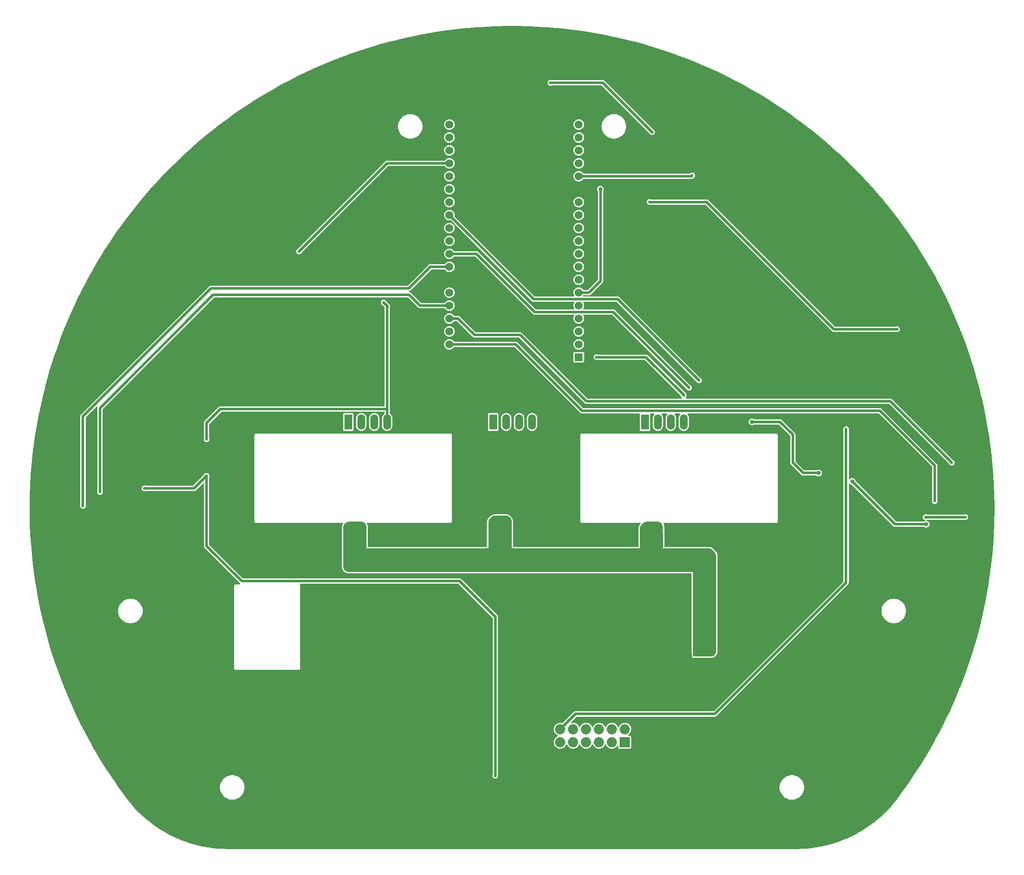
<source format=gbl>
G04 #@! TF.GenerationSoftware,KiCad,Pcbnew,6.0.2-378541a8eb~116~ubuntu20.04.1*
G04 #@! TF.CreationDate,2023-01-27T16:22:06+01:00*
G04 #@! TF.ProjectId,BUCKY_MAIN,4255434b-595f-44d4-9149-4e2e6b696361,rev?*
G04 #@! TF.SameCoordinates,Original*
G04 #@! TF.FileFunction,Copper,L2,Bot*
G04 #@! TF.FilePolarity,Positive*
%FSLAX46Y46*%
G04 Gerber Fmt 4.6, Leading zero omitted, Abs format (unit mm)*
G04 Created by KiCad (PCBNEW 6.0.2-378541a8eb~116~ubuntu20.04.1) date 2023-01-27 16:22:06*
%MOMM*%
%LPD*%
G01*
G04 APERTURE LIST*
G04 #@! TA.AperFunction,ComponentPad*
%ADD10R,1.500000X3.000000*%
G04 #@! TD*
G04 #@! TA.AperFunction,ComponentPad*
%ADD11O,1.500000X3.000000*%
G04 #@! TD*
G04 #@! TA.AperFunction,ComponentPad*
%ADD12R,1.560000X1.560000*%
G04 #@! TD*
G04 #@! TA.AperFunction,ComponentPad*
%ADD13C,1.560000*%
G04 #@! TD*
G04 #@! TA.AperFunction,ComponentPad*
%ADD14O,2.000000X2.000000*%
G04 #@! TD*
G04 #@! TA.AperFunction,ComponentPad*
%ADD15R,2.000000X2.000000*%
G04 #@! TD*
G04 #@! TA.AperFunction,ViaPad*
%ADD16C,0.600000*%
G04 #@! TD*
G04 #@! TA.AperFunction,ViaPad*
%ADD17C,0.800000*%
G04 #@! TD*
G04 #@! TA.AperFunction,Conductor*
%ADD18C,0.512000*%
G04 #@! TD*
G04 #@! TA.AperFunction,Conductor*
%ADD19C,2.048000*%
G04 #@! TD*
G04 APERTURE END LIST*
D10*
X114450000Y-117000000D03*
D11*
X116990000Y-117000000D03*
X119530000Y-117000000D03*
X122070000Y-117000000D03*
D10*
X114450000Y-94975000D03*
D11*
X116990000Y-94975000D03*
X119530000Y-94975000D03*
X122070000Y-94975000D03*
D10*
X142900000Y-117000000D03*
D11*
X145440000Y-117000000D03*
X147980000Y-117000000D03*
X150520000Y-117000000D03*
D10*
X142900000Y-94975000D03*
D11*
X145440000Y-94975000D03*
X147980000Y-94975000D03*
X150520000Y-94975000D03*
D12*
X159700000Y-82260000D03*
D13*
X159700000Y-79720000D03*
X159700000Y-77180000D03*
X159700000Y-74640000D03*
X159700000Y-72100000D03*
X159700000Y-69560000D03*
X159700000Y-67020000D03*
X159700000Y-64480000D03*
X159700000Y-61940000D03*
X159700000Y-59400000D03*
X159700000Y-56860000D03*
X159700000Y-54320000D03*
X159700000Y-51780000D03*
X159700000Y-49240000D03*
X159700000Y-46700000D03*
X159700000Y-44160000D03*
X159700000Y-41620000D03*
X159700000Y-39080000D03*
X159700000Y-36540000D03*
X134300000Y-82260000D03*
X134300000Y-79720000D03*
X134300000Y-77180000D03*
X134300000Y-74640000D03*
X134300000Y-72100000D03*
X134300000Y-69560000D03*
X134300000Y-67020000D03*
X134300000Y-64480000D03*
X134300000Y-61940000D03*
X134300000Y-59400000D03*
X134300000Y-56860000D03*
X134300000Y-54320000D03*
X134300000Y-51780000D03*
X134300000Y-49240000D03*
X134300000Y-46700000D03*
X134300000Y-44160000D03*
X134300000Y-41620000D03*
X134300000Y-39080000D03*
X134300000Y-36540000D03*
D14*
X123850000Y-157875000D03*
X134010000Y-155335000D03*
X123850000Y-155335000D03*
X126390000Y-157875000D03*
X126390000Y-155335000D03*
X136550000Y-155335000D03*
X131470000Y-155335000D03*
X131470000Y-157875000D03*
X128930000Y-155335000D03*
X128930000Y-157875000D03*
X134010000Y-157875000D03*
D15*
X136550000Y-157875000D03*
D14*
X163670000Y-157875000D03*
X166210000Y-155335000D03*
X158590000Y-157875000D03*
X161130000Y-155335000D03*
X166210000Y-157875000D03*
X168750000Y-155335000D03*
X161130000Y-157875000D03*
D15*
X168750000Y-157875000D03*
D14*
X163670000Y-155335000D03*
X185690000Y-132380000D03*
X185690000Y-137460000D03*
X185690000Y-127300000D03*
X183150000Y-129840000D03*
X183150000Y-132380000D03*
D15*
X183150000Y-140000000D03*
D14*
X185690000Y-134920000D03*
X185690000Y-129840000D03*
X183150000Y-134920000D03*
X185690000Y-140000000D03*
X183150000Y-127300000D03*
X183150000Y-137460000D03*
X158590000Y-155335000D03*
X156050000Y-155335000D03*
X156050000Y-157875000D03*
D10*
X172700000Y-117000000D03*
D11*
X175240000Y-117000000D03*
X177780000Y-117000000D03*
X180320000Y-117000000D03*
D10*
X172700000Y-94975000D03*
D11*
X175240000Y-94975000D03*
X177780000Y-94975000D03*
X180320000Y-94975000D03*
D16*
X74410000Y-108010000D03*
X163160000Y-82260000D03*
D17*
X227910000Y-115060000D03*
D16*
X143310000Y-164460000D03*
X180310000Y-89760000D03*
D17*
X213410000Y-106660000D03*
D16*
X121410000Y-71510000D03*
D17*
X206800000Y-105000000D03*
D16*
X86610000Y-105560000D03*
X86610000Y-98360000D03*
X154110000Y-28360000D03*
X174110000Y-38060000D03*
D17*
X193710000Y-94960000D03*
X163950000Y-49250000D03*
D16*
X181340000Y-88230000D03*
D17*
X204410000Y-110860000D03*
X190410000Y-93760000D03*
D16*
X183330000Y-86800000D03*
X235610000Y-113660000D03*
X227810000Y-113660000D03*
X173610000Y-51760000D03*
X222210000Y-76760000D03*
X62340000Y-111460000D03*
X65680000Y-108730000D03*
X232940000Y-102960000D03*
X229600000Y-110510000D03*
X212200000Y-96390000D03*
X181970000Y-46550000D03*
X104780000Y-61480000D03*
D18*
X74410000Y-108010000D02*
X84160000Y-108010000D01*
X213410000Y-106660000D02*
X221810000Y-115060000D01*
X172910000Y-82260000D02*
X163160000Y-82260000D01*
X122070000Y-92420000D02*
X122070000Y-94975000D01*
X221810000Y-115060000D02*
X227910000Y-115060000D01*
X86610000Y-119360000D02*
X86610000Y-105560000D01*
X121410000Y-71510000D02*
X122160000Y-72260000D01*
X199210000Y-94960000D02*
X201710000Y-97460000D01*
X143310000Y-164460000D02*
X143310000Y-133260000D01*
X180310000Y-89760000D02*
X180310000Y-89660000D01*
X201710000Y-102960000D02*
X203750000Y-105000000D01*
X136310000Y-126260000D02*
X93510000Y-126260000D01*
X164410000Y-28360000D02*
X154110000Y-28360000D01*
X122160000Y-72260000D02*
X122070000Y-72350000D01*
X86610000Y-95160000D02*
X89350000Y-92420000D01*
X143310000Y-133260000D02*
X136310000Y-126260000D01*
X89350000Y-92420000D02*
X122070000Y-92420000D01*
X193710000Y-94960000D02*
X199210000Y-94960000D01*
X86610000Y-98360000D02*
X86610000Y-95160000D01*
X93510000Y-126260000D02*
X86610000Y-119360000D01*
X203750000Y-105000000D02*
X206800000Y-105000000D01*
X201710000Y-97460000D02*
X201710000Y-102960000D01*
X122070000Y-72350000D02*
X122070000Y-92420000D01*
X84160000Y-108010000D02*
X86610000Y-105560000D01*
X180310000Y-89660000D02*
X172910000Y-82260000D01*
X174110000Y-38060000D02*
X164410000Y-28360000D01*
X163950000Y-67300000D02*
X161690000Y-69560000D01*
X161690000Y-69560000D02*
X159700000Y-69560000D01*
X163950000Y-49250000D02*
X163950000Y-67300000D01*
X166470000Y-73360000D02*
X150990000Y-73360000D01*
X150990000Y-73360000D02*
X139570000Y-61940000D01*
X181340000Y-88230000D02*
X166470000Y-73360000D01*
X139570000Y-61940000D02*
X134300000Y-61940000D01*
X183310000Y-86800000D02*
X167374489Y-70864489D01*
X167374489Y-70864489D02*
X150844489Y-70864489D01*
X150844489Y-70864489D02*
X134300000Y-54320000D01*
X183330000Y-86800000D02*
X183310000Y-86800000D01*
X235610000Y-113660000D02*
X227810000Y-113660000D01*
X209810000Y-76760000D02*
X184810000Y-51760000D01*
X222210000Y-76760000D02*
X209810000Y-76760000D01*
X184810000Y-51760000D02*
X173610000Y-51760000D01*
X62340000Y-93860000D02*
X87440000Y-68760000D01*
X62340000Y-111460000D02*
X62340000Y-93860000D01*
X130580000Y-64480000D02*
X134300000Y-64480000D01*
X126300000Y-68760000D02*
X130580000Y-64480000D01*
X87440000Y-68760000D02*
X126300000Y-68760000D01*
X65680000Y-92240000D02*
X87910000Y-70010000D01*
X128500000Y-72100000D02*
X134300000Y-72100000D01*
X65680000Y-108730000D02*
X65680000Y-92240000D01*
X126410000Y-70010000D02*
X128500000Y-72100000D01*
X87910000Y-70010000D02*
X126410000Y-70010000D01*
X139270000Y-77910000D02*
X136000000Y-74640000D01*
X161190000Y-90890000D02*
X148210000Y-77910000D01*
X220870000Y-90890000D02*
X161190000Y-90890000D01*
X136000000Y-74640000D02*
X134300000Y-74640000D01*
X148210000Y-77910000D02*
X139270000Y-77910000D01*
X232940000Y-102960000D02*
X220870000Y-90890000D01*
X218840000Y-92800000D02*
X160360000Y-92800000D01*
X229600000Y-103560000D02*
X218840000Y-92800000D01*
X147280000Y-79720000D02*
X134300000Y-79720000D01*
X229600000Y-110510000D02*
X229600000Y-103560000D01*
X160360000Y-92800000D02*
X147280000Y-79720000D01*
X181970000Y-46550000D02*
X181820000Y-46700000D01*
X181820000Y-46700000D02*
X159700000Y-46700000D01*
X186410000Y-152340000D02*
X212200000Y-126550000D01*
X156050000Y-155335000D02*
X159045000Y-152340000D01*
X212200000Y-126550000D02*
X212200000Y-96390000D01*
X159045000Y-152340000D02*
X186410000Y-152340000D01*
X104780000Y-61480000D02*
X104780000Y-61430000D01*
X122050000Y-44160000D02*
X134300000Y-44160000D01*
X104780000Y-61430000D02*
X122050000Y-44160000D01*
D19*
X115400000Y-120800000D02*
X114450000Y-119850000D01*
X185200000Y-120800000D02*
X175000000Y-120800000D01*
X175200000Y-115524020D02*
X173075980Y-115524020D01*
X116924020Y-115524020D02*
X114600000Y-115524020D01*
X183150000Y-140000000D02*
X185690000Y-137460000D01*
X183150000Y-129840000D02*
X185690000Y-127300000D01*
X183150000Y-124150000D02*
X182400000Y-123400000D01*
X142950000Y-116250000D02*
X142950000Y-114650000D01*
X116990000Y-115590000D02*
X116924020Y-115524020D01*
X185690000Y-129840000D02*
X183150000Y-132380000D01*
X175000000Y-120800000D02*
X172800000Y-120800000D01*
X183150000Y-127300000D02*
X183150000Y-124150000D01*
X184270032Y-122070032D02*
X184270032Y-125379968D01*
X114450000Y-119850000D02*
X114450000Y-117000000D01*
X145490000Y-114490000D02*
X145490000Y-116250000D01*
X144200000Y-119400000D02*
X144200000Y-115600000D01*
X145490000Y-116250000D02*
X145490000Y-120490000D01*
X145800000Y-120800000D02*
X143600000Y-120800000D01*
X114450000Y-122070032D02*
X114450000Y-119850000D01*
X185690000Y-134920000D02*
X183150000Y-137460000D01*
X114450000Y-115674020D02*
X114450000Y-117000000D01*
X142950000Y-114850000D02*
X143400000Y-114400000D01*
X117400000Y-120800000D02*
X115400000Y-120800000D01*
X183150000Y-140000000D02*
X183150000Y-127300000D01*
X185690000Y-127300000D02*
X185690000Y-121290000D01*
X175240000Y-117000000D02*
X175240000Y-117560000D01*
X175240000Y-117000000D02*
X175200000Y-116960000D01*
X183150000Y-137460000D02*
X185690000Y-140000000D01*
X175240000Y-117000000D02*
X175240000Y-120560000D01*
X172800000Y-120800000D02*
X145800000Y-120800000D01*
X143600000Y-120800000D02*
X117400000Y-120800000D01*
X114450000Y-122070032D02*
X184270032Y-122070032D01*
X145490000Y-120490000D02*
X145800000Y-120800000D01*
X142950000Y-114650000D02*
X143200000Y-114400000D01*
X143400000Y-114400000D02*
X145400000Y-114400000D01*
X172700000Y-120700000D02*
X172800000Y-120800000D01*
X145490000Y-116250000D02*
X145490000Y-118110000D01*
X172700000Y-117000000D02*
X172700000Y-120700000D01*
X183150000Y-134920000D02*
X185690000Y-132380000D01*
X182400000Y-123400000D02*
X114450000Y-123400000D01*
X114450000Y-117000000D02*
X115800000Y-117000000D01*
X114450000Y-123400000D02*
X114450000Y-122070032D01*
X116990000Y-117000000D02*
X116990000Y-120390000D01*
X173075980Y-115524020D02*
X172700000Y-115900000D01*
X114450000Y-117000000D02*
X114450000Y-117650000D01*
X114600000Y-115524020D02*
X114450000Y-115674020D01*
X175200000Y-116960000D02*
X175200000Y-115524020D01*
X142950000Y-116250000D02*
X142950000Y-114850000D01*
X114450000Y-117650000D02*
X115800000Y-119000000D01*
X142950000Y-120150000D02*
X143600000Y-120800000D01*
X183150000Y-132380000D02*
X185690000Y-134920000D01*
X183150000Y-140000000D02*
X185690000Y-140000000D01*
X185690000Y-127300000D02*
X185690000Y-140000000D01*
X172700000Y-115900000D02*
X172700000Y-117000000D01*
X183150000Y-127300000D02*
X185690000Y-127300000D01*
X116990000Y-117000000D02*
X116990000Y-115590000D01*
X175240000Y-120560000D02*
X175000000Y-120800000D01*
X185690000Y-132380000D02*
X183150000Y-129840000D01*
X185690000Y-121290000D02*
X185200000Y-120800000D01*
X172700000Y-117000000D02*
X175240000Y-117000000D01*
X175240000Y-117560000D02*
X173800000Y-119000000D01*
X145490000Y-118110000D02*
X144200000Y-119400000D01*
X183150000Y-127300000D02*
X185690000Y-129840000D01*
X185690000Y-137460000D02*
X183150000Y-134920000D01*
X142950000Y-116250000D02*
X142950000Y-120150000D01*
X116990000Y-120390000D02*
X117400000Y-120800000D01*
X145400000Y-114400000D02*
X145490000Y-114490000D01*
G04 #@! TA.AperFunction,Conductor*
G36*
X147569423Y-17183827D02*
G01*
X149502766Y-17223344D01*
X149505340Y-17223423D01*
X150203794Y-17251987D01*
X151437515Y-17302443D01*
X151440003Y-17302571D01*
X152914126Y-17393065D01*
X153370111Y-17421057D01*
X153372680Y-17421241D01*
X155299930Y-17579143D01*
X155302494Y-17579379D01*
X157226199Y-17776641D01*
X157228688Y-17776922D01*
X159147959Y-18013455D01*
X159150440Y-18013786D01*
X161064459Y-18289490D01*
X161066968Y-18289877D01*
X162974947Y-18604636D01*
X162977454Y-18605076D01*
X164878622Y-18958763D01*
X164881073Y-18959245D01*
X166272759Y-19247693D01*
X166774620Y-19351711D01*
X166777136Y-19352260D01*
X168662148Y-19783313D01*
X168664652Y-19783912D01*
X169620297Y-20023094D01*
X170540565Y-20253423D01*
X170543031Y-20254067D01*
X172408949Y-20761812D01*
X172411336Y-20762487D01*
X174266541Y-21308274D01*
X174268935Y-21309005D01*
X176112537Y-21892570D01*
X176114984Y-21893372D01*
X177946256Y-22514484D01*
X177948686Y-22515336D01*
X179766898Y-23173748D01*
X179769310Y-23174650D01*
X181573618Y-23870053D01*
X181576011Y-23871003D01*
X183365832Y-24603175D01*
X183368205Y-24604175D01*
X185142565Y-25372716D01*
X185144918Y-25373763D01*
X186903337Y-26178466D01*
X186905667Y-26179562D01*
X188647137Y-27019965D01*
X188649445Y-27021107D01*
X190373514Y-27896992D01*
X190375797Y-27898182D01*
X192081508Y-28809065D01*
X192083767Y-28810301D01*
X193770529Y-29755862D01*
X193772763Y-29757144D01*
X195439911Y-30737015D01*
X195442117Y-30738343D01*
X197088801Y-31752022D01*
X197090980Y-31753394D01*
X198716650Y-32800541D01*
X198718787Y-32801948D01*
X200322772Y-33882135D01*
X200324830Y-33883552D01*
X201756860Y-34891077D01*
X201906386Y-34996278D01*
X201908457Y-34997767D01*
X202374576Y-35340163D01*
X203466886Y-36142539D01*
X203468946Y-36144084D01*
X205003713Y-37320509D01*
X205005740Y-37322097D01*
X206516103Y-38529605D01*
X206518098Y-38531233D01*
X208003476Y-39769361D01*
X208005437Y-39771030D01*
X209465195Y-41039247D01*
X209467122Y-41040956D01*
X210083938Y-41599361D01*
X210899037Y-42337271D01*
X210900655Y-42338736D01*
X210902525Y-42340464D01*
X212309330Y-43667355D01*
X212311094Y-43669054D01*
X213051085Y-44396153D01*
X213690468Y-45024397D01*
X213692286Y-45026221D01*
X213838602Y-45175986D01*
X215032099Y-46397620D01*
X215043581Y-46409373D01*
X215045342Y-46411212D01*
X215669476Y-47076742D01*
X216368158Y-47821764D01*
X216369900Y-47823660D01*
X216728202Y-48221726D01*
X217663603Y-49260937D01*
X217665248Y-49262802D01*
X218523135Y-50255986D01*
X218929332Y-50726244D01*
X218930995Y-50728210D01*
X219408536Y-51304460D01*
X220148148Y-52196952D01*
X220164861Y-52217120D01*
X220166470Y-52219103D01*
X220418797Y-52536575D01*
X221369648Y-53732916D01*
X221371230Y-53734948D01*
X222543257Y-55273076D01*
X222544796Y-55275140D01*
X223685081Y-56836813D01*
X223686579Y-56838908D01*
X223832552Y-57047651D01*
X224794789Y-58423667D01*
X224796193Y-58425719D01*
X225845719Y-59993845D01*
X225871772Y-60032772D01*
X225873176Y-60034916D01*
X225931540Y-60126097D01*
X226915671Y-61663585D01*
X226917037Y-61665768D01*
X227526442Y-62662102D01*
X227667405Y-62892565D01*
X227926033Y-63315404D01*
X227927346Y-63317601D01*
X228856089Y-64908168D01*
X228902389Y-64987462D01*
X228903649Y-64989670D01*
X229813611Y-66623875D01*
X229844439Y-66679239D01*
X229845652Y-66681473D01*
X230426435Y-67776575D01*
X230751663Y-68389814D01*
X230752846Y-68392101D01*
X231043349Y-68967995D01*
X231601024Y-70073533D01*
X231623743Y-70118572D01*
X231624871Y-70120865D01*
X232460351Y-71864871D01*
X232461436Y-71867197D01*
X233259121Y-73623548D01*
X233261069Y-73627838D01*
X233262093Y-73630155D01*
X233694566Y-74636512D01*
X234025585Y-75406788D01*
X234026578Y-75409164D01*
X234513878Y-76610188D01*
X234712700Y-77100212D01*
X234753623Y-77201074D01*
X234754564Y-77203464D01*
X235436306Y-78987529D01*
X235444795Y-79009745D01*
X235445685Y-79012146D01*
X235588268Y-79409439D01*
X236098899Y-80832264D01*
X236099744Y-80834697D01*
X236390710Y-81700715D01*
X236624504Y-82396568D01*
X236715607Y-82667724D01*
X236716396Y-82670154D01*
X236912059Y-83294500D01*
X237294676Y-84515404D01*
X237295421Y-84517869D01*
X237835874Y-86374563D01*
X237836568Y-86377043D01*
X238338948Y-88244323D01*
X238339592Y-88246816D01*
X238386830Y-88437873D01*
X238784477Y-90046193D01*
X238803730Y-90124065D01*
X238804314Y-90126535D01*
X239229598Y-92011128D01*
X239229985Y-92012844D01*
X239230522Y-92015342D01*
X239309184Y-92400410D01*
X239617552Y-93909941D01*
X239618042Y-93912469D01*
X239966278Y-95814597D01*
X239966716Y-95817135D01*
X240276004Y-97725967D01*
X240276390Y-97728513D01*
X240546605Y-99643261D01*
X240546939Y-99645814D01*
X240777974Y-101565730D01*
X240778255Y-101568290D01*
X240970001Y-103492468D01*
X240970230Y-103495033D01*
X241122613Y-105422724D01*
X241122790Y-105425293D01*
X241235751Y-107355741D01*
X241235875Y-107358313D01*
X241309360Y-109290615D01*
X241309432Y-109293189D01*
X241343416Y-111226686D01*
X241343434Y-111229261D01*
X241341627Y-111860503D01*
X241337972Y-113137537D01*
X241337899Y-113162901D01*
X241337866Y-113165455D01*
X241323022Y-113802414D01*
X241292813Y-115098699D01*
X241292727Y-115101272D01*
X241208178Y-117033171D01*
X241208039Y-117035742D01*
X241084028Y-118965512D01*
X241083839Y-118968044D01*
X241017627Y-119748713D01*
X240920417Y-120894866D01*
X240920173Y-120897430D01*
X240717413Y-122820483D01*
X240717117Y-122823041D01*
X240475100Y-124741556D01*
X240474752Y-124744107D01*
X240194384Y-126651802D01*
X240193572Y-126657324D01*
X240193178Y-126659825D01*
X240076311Y-127355826D01*
X239872965Y-128566858D01*
X239872513Y-128569393D01*
X239513392Y-130469498D01*
X239512888Y-130472023D01*
X239115020Y-132364355D01*
X239114465Y-132366869D01*
X238893844Y-133319103D01*
X238745281Y-133960323D01*
X238677999Y-134250720D01*
X238677396Y-134253208D01*
X238641423Y-134395207D01*
X238202522Y-136127749D01*
X238201864Y-136130238D01*
X237688790Y-137994657D01*
X237688090Y-137997102D01*
X237646486Y-138137041D01*
X237137019Y-139850656D01*
X237136269Y-139853087D01*
X236547426Y-141695022D01*
X236546617Y-141697466D01*
X235920270Y-143526937D01*
X235919411Y-143529365D01*
X235255807Y-145345658D01*
X235254899Y-145348067D01*
X234554323Y-147150402D01*
X234553366Y-147152793D01*
X233816067Y-148940528D01*
X233815060Y-148942898D01*
X233041443Y-150715050D01*
X233040404Y-150717367D01*
X232525084Y-151834965D01*
X232230673Y-152473468D01*
X232229571Y-152475795D01*
X232072733Y-152798430D01*
X231413779Y-154153978D01*
X231384158Y-154214911D01*
X231383018Y-154217198D01*
X230502180Y-155938791D01*
X230501029Y-155940984D01*
X229796982Y-157250341D01*
X229585263Y-157644088D01*
X229584021Y-157646344D01*
X228744574Y-159133813D01*
X228633591Y-159330470D01*
X228632321Y-159332666D01*
X227647705Y-160996963D01*
X227646421Y-160999084D01*
X227482443Y-161263761D01*
X226627950Y-162642991D01*
X226626571Y-162645166D01*
X225574797Y-164267797D01*
X225573375Y-164269943D01*
X224488615Y-165870808D01*
X224487148Y-165872925D01*
X223369955Y-167451211D01*
X223368446Y-167453298D01*
X222240326Y-168979879D01*
X222224524Y-168997196D01*
X222223718Y-168998264D01*
X222214454Y-169006518D01*
X222209055Y-169017687D01*
X222207011Y-169020394D01*
X222195910Y-169038176D01*
X221631309Y-169756883D01*
X221628239Y-169760640D01*
X221014347Y-170483015D01*
X221011151Y-170486631D01*
X220704855Y-170820135D01*
X220369897Y-171184845D01*
X220366547Y-171188354D01*
X219698921Y-171861331D01*
X219695439Y-171864709D01*
X219002371Y-172511514D01*
X218998761Y-172514755D01*
X218281327Y-173134381D01*
X218277595Y-173137481D01*
X217536827Y-173729037D01*
X217532978Y-173731991D01*
X216769987Y-174294591D01*
X216766037Y-174297387D01*
X215981922Y-174830217D01*
X215977911Y-174832832D01*
X215173874Y-175335075D01*
X215169756Y-175337539D01*
X214403102Y-175776335D01*
X214346972Y-175808461D01*
X214342715Y-175810790D01*
X213502435Y-176249676D01*
X213498093Y-176251838D01*
X212641581Y-176658031D01*
X212637158Y-176660026D01*
X211765584Y-177032970D01*
X211761087Y-177034792D01*
X210875851Y-177373887D01*
X210871294Y-177375533D01*
X209973624Y-177680310D01*
X209969022Y-177681775D01*
X209379364Y-177856966D01*
X209060294Y-177951764D01*
X209055618Y-177953056D01*
X208137175Y-178187861D01*
X208132452Y-178188972D01*
X207205646Y-178388247D01*
X207200888Y-178389174D01*
X207200878Y-178389176D01*
X206267103Y-178552620D01*
X206262309Y-178553364D01*
X205322955Y-178680736D01*
X205318136Y-178681296D01*
X204374519Y-178772417D01*
X204369682Y-178772790D01*
X203864417Y-178802007D01*
X203423276Y-178827516D01*
X203418470Y-178827701D01*
X202504645Y-178845298D01*
X202483785Y-178843445D01*
X202480385Y-178843445D01*
X202468214Y-178841024D01*
X202455367Y-178843579D01*
X202430789Y-178846000D01*
X90769211Y-178846000D01*
X90744633Y-178843579D01*
X90731786Y-178841024D01*
X90719615Y-178843445D01*
X90716221Y-178843445D01*
X90695350Y-178845299D01*
X89781530Y-178827702D01*
X89776724Y-178827517D01*
X89335583Y-178802008D01*
X88830318Y-178772791D01*
X88825481Y-178772418D01*
X87881864Y-178681297D01*
X87877045Y-178680737D01*
X86937691Y-178553365D01*
X86932897Y-178552621D01*
X86327386Y-178446635D01*
X85999112Y-178389175D01*
X85994354Y-178388248D01*
X85994350Y-178388247D01*
X85764153Y-178338752D01*
X85067548Y-178188973D01*
X85062825Y-178187862D01*
X84144382Y-177953057D01*
X84139706Y-177951765D01*
X83820632Y-177856966D01*
X83230978Y-177681776D01*
X83226376Y-177680311D01*
X82328706Y-177375534D01*
X82324149Y-177373888D01*
X82324147Y-177373887D01*
X82063607Y-177274086D01*
X81438913Y-177034793D01*
X81434416Y-177032971D01*
X80562842Y-176660027D01*
X80558419Y-176658032D01*
X79701907Y-176251839D01*
X79697565Y-176249677D01*
X78857285Y-175810791D01*
X78853028Y-175808462D01*
X78796897Y-175776335D01*
X78030288Y-175337565D01*
X78026125Y-175335075D01*
X77222097Y-174832838D01*
X77218032Y-174830188D01*
X76433968Y-174297392D01*
X76430009Y-174294589D01*
X75667022Y-173731992D01*
X75663173Y-173729038D01*
X74922404Y-173137481D01*
X74918672Y-173134381D01*
X74201238Y-172514755D01*
X74197628Y-172511514D01*
X73504560Y-171864710D01*
X73501078Y-171861332D01*
X72833453Y-171188355D01*
X72830103Y-171184846D01*
X72495145Y-170820136D01*
X72188849Y-170486632D01*
X72185668Y-170483033D01*
X71571761Y-169760640D01*
X71568691Y-169756883D01*
X71004092Y-169038180D01*
X70992991Y-169020397D01*
X70990945Y-169017687D01*
X70985546Y-169006518D01*
X70976280Y-168998262D01*
X70975473Y-168997193D01*
X70959674Y-168979879D01*
X69831554Y-167453298D01*
X69830045Y-167451211D01*
X69330410Y-166745364D01*
X89239341Y-166745364D01*
X89258335Y-167047261D01*
X89315016Y-167344397D01*
X89408492Y-167632085D01*
X89410179Y-167635671D01*
X89410181Y-167635675D01*
X89535600Y-167902204D01*
X89535604Y-167902211D01*
X89537288Y-167905790D01*
X89699372Y-168161193D01*
X89892189Y-168394269D01*
X90112697Y-168601340D01*
X90115899Y-168603667D01*
X90115901Y-168603668D01*
X90354211Y-168776810D01*
X90354216Y-168776813D01*
X90357420Y-168779141D01*
X90622497Y-168924869D01*
X90828719Y-169006518D01*
X90863774Y-169020397D01*
X90903748Y-169036224D01*
X91196739Y-169111451D01*
X91496847Y-169149364D01*
X91799341Y-169149364D01*
X92099449Y-169111451D01*
X92392440Y-169036224D01*
X92432415Y-169020397D01*
X92467469Y-169006518D01*
X92673691Y-168924869D01*
X92938768Y-168779141D01*
X92941972Y-168776813D01*
X92941977Y-168776810D01*
X93180287Y-168603668D01*
X93180289Y-168603667D01*
X93183491Y-168601340D01*
X93403999Y-168394269D01*
X93596816Y-168161193D01*
X93758900Y-167905790D01*
X93760584Y-167902211D01*
X93760588Y-167902204D01*
X93886007Y-167635675D01*
X93886009Y-167635671D01*
X93887696Y-167632085D01*
X93981172Y-167344397D01*
X94037853Y-167047261D01*
X94056847Y-166745364D01*
X199143153Y-166745364D01*
X199162147Y-167047261D01*
X199218828Y-167344397D01*
X199312304Y-167632085D01*
X199313991Y-167635671D01*
X199313993Y-167635675D01*
X199439412Y-167902204D01*
X199439416Y-167902211D01*
X199441100Y-167905790D01*
X199603184Y-168161193D01*
X199796001Y-168394269D01*
X200016509Y-168601340D01*
X200019711Y-168603667D01*
X200019713Y-168603668D01*
X200258023Y-168776810D01*
X200258028Y-168776813D01*
X200261232Y-168779141D01*
X200526309Y-168924869D01*
X200732531Y-169006518D01*
X200767586Y-169020397D01*
X200807560Y-169036224D01*
X201100551Y-169111451D01*
X201400659Y-169149364D01*
X201703153Y-169149364D01*
X202003261Y-169111451D01*
X202296252Y-169036224D01*
X202336227Y-169020397D01*
X202371281Y-169006518D01*
X202577503Y-168924869D01*
X202842580Y-168779141D01*
X202845784Y-168776813D01*
X202845789Y-168776810D01*
X203084099Y-168603668D01*
X203084101Y-168603667D01*
X203087303Y-168601340D01*
X203307811Y-168394269D01*
X203500628Y-168161193D01*
X203662712Y-167905790D01*
X203664396Y-167902211D01*
X203664400Y-167902204D01*
X203789819Y-167635675D01*
X203789821Y-167635671D01*
X203791508Y-167632085D01*
X203884984Y-167344397D01*
X203941665Y-167047261D01*
X203960659Y-166745364D01*
X203941665Y-166443467D01*
X203884984Y-166146331D01*
X203791508Y-165858643D01*
X203730708Y-165729436D01*
X203664400Y-165588524D01*
X203664396Y-165588517D01*
X203662712Y-165584938D01*
X203500628Y-165329535D01*
X203307811Y-165096459D01*
X203087303Y-164889388D01*
X203084099Y-164887060D01*
X202845789Y-164713918D01*
X202845784Y-164713915D01*
X202842580Y-164711587D01*
X202662124Y-164612380D01*
X202580965Y-164567762D01*
X202580962Y-164567760D01*
X202577503Y-164565859D01*
X202296252Y-164454504D01*
X202003261Y-164379277D01*
X201703153Y-164341364D01*
X201400659Y-164341364D01*
X201100551Y-164379277D01*
X200807560Y-164454504D01*
X200526309Y-164565859D01*
X200522850Y-164567760D01*
X200522847Y-164567762D01*
X200441688Y-164612380D01*
X200261232Y-164711587D01*
X200258028Y-164713915D01*
X200258023Y-164713918D01*
X200019713Y-164887060D01*
X200016509Y-164889388D01*
X199796001Y-165096459D01*
X199603184Y-165329535D01*
X199441100Y-165584938D01*
X199439416Y-165588517D01*
X199439412Y-165588524D01*
X199373104Y-165729436D01*
X199312304Y-165858643D01*
X199218828Y-166146331D01*
X199162147Y-166443467D01*
X199146900Y-166685809D01*
X199143153Y-166745364D01*
X94056847Y-166745364D01*
X94037853Y-166443467D01*
X93981172Y-166146331D01*
X93887696Y-165858643D01*
X93826896Y-165729436D01*
X93760588Y-165588524D01*
X93760584Y-165588517D01*
X93758900Y-165584938D01*
X93596816Y-165329535D01*
X93403999Y-165096459D01*
X93183491Y-164889388D01*
X93180287Y-164887060D01*
X92941977Y-164713918D01*
X92941972Y-164713915D01*
X92938768Y-164711587D01*
X92758312Y-164612380D01*
X92677153Y-164567762D01*
X92677150Y-164567760D01*
X92673691Y-164565859D01*
X92392440Y-164454504D01*
X92099449Y-164379277D01*
X91799341Y-164341364D01*
X91496847Y-164341364D01*
X91196739Y-164379277D01*
X90903748Y-164454504D01*
X90622497Y-164565859D01*
X90619038Y-164567760D01*
X90619035Y-164567762D01*
X90537876Y-164612380D01*
X90357420Y-164711587D01*
X90354216Y-164713915D01*
X90354211Y-164713918D01*
X90115901Y-164887060D01*
X90112697Y-164889388D01*
X89892189Y-165096459D01*
X89699372Y-165329535D01*
X89537288Y-165584938D01*
X89535604Y-165588517D01*
X89535600Y-165588524D01*
X89469292Y-165729436D01*
X89408492Y-165858643D01*
X89315016Y-166146331D01*
X89258335Y-166443467D01*
X89243088Y-166685809D01*
X89239341Y-166745364D01*
X69330410Y-166745364D01*
X68712852Y-165872925D01*
X68711385Y-165870808D01*
X67626625Y-164269943D01*
X67625203Y-164267797D01*
X66573429Y-162645166D01*
X66572050Y-162642991D01*
X65717557Y-161263761D01*
X65553579Y-160999084D01*
X65552295Y-160996963D01*
X64567679Y-159332666D01*
X64566409Y-159330470D01*
X64455427Y-159133813D01*
X63615979Y-157646344D01*
X63614737Y-157644088D01*
X63403018Y-157250341D01*
X62698971Y-155940984D01*
X62697820Y-155938791D01*
X61816982Y-154217198D01*
X61815842Y-154214911D01*
X61786222Y-154153978D01*
X61127267Y-152798430D01*
X60970429Y-152475795D01*
X60969327Y-152473468D01*
X60674916Y-151834965D01*
X60159596Y-150717367D01*
X60158557Y-150715050D01*
X59384940Y-148942898D01*
X59383933Y-148940528D01*
X58646634Y-147152793D01*
X58645677Y-147150402D01*
X57945101Y-145348067D01*
X57944193Y-145345658D01*
X57280589Y-143529365D01*
X57279730Y-143526937D01*
X56653383Y-141697466D01*
X56652574Y-141695022D01*
X56063731Y-139853087D01*
X56062981Y-139850656D01*
X55553515Y-138137041D01*
X55511910Y-137997102D01*
X55511210Y-137994657D01*
X54998136Y-136130238D01*
X54997478Y-136127749D01*
X54558577Y-134395207D01*
X54522604Y-134253208D01*
X54522001Y-134250720D01*
X54454720Y-133960323D01*
X54306156Y-133319103D01*
X54085535Y-132366869D01*
X54084980Y-132364355D01*
X54030313Y-132104347D01*
X69239341Y-132104347D01*
X69258335Y-132406244D01*
X69315016Y-132703380D01*
X69316243Y-132707156D01*
X69405588Y-132982129D01*
X69408492Y-132991068D01*
X69410179Y-132994654D01*
X69410181Y-132994658D01*
X69535600Y-133261187D01*
X69535604Y-133261194D01*
X69537288Y-133264773D01*
X69699372Y-133520176D01*
X69892189Y-133753252D01*
X70112697Y-133960323D01*
X70115899Y-133962650D01*
X70115901Y-133962651D01*
X70354211Y-134135793D01*
X70354216Y-134135796D01*
X70357420Y-134138124D01*
X70622497Y-134283852D01*
X70903748Y-134395207D01*
X71196739Y-134470434D01*
X71496847Y-134508347D01*
X71799341Y-134508347D01*
X72099449Y-134470434D01*
X72392440Y-134395207D01*
X72673691Y-134283852D01*
X72938768Y-134138124D01*
X72941972Y-134135796D01*
X72941977Y-134135793D01*
X73180287Y-133962651D01*
X73180289Y-133962650D01*
X73183491Y-133960323D01*
X73403999Y-133753252D01*
X73596816Y-133520176D01*
X73758900Y-133264773D01*
X73760584Y-133261194D01*
X73760588Y-133261187D01*
X73886007Y-132994658D01*
X73886009Y-132994654D01*
X73887696Y-132991068D01*
X73890601Y-132982129D01*
X73979945Y-132707156D01*
X73981172Y-132703380D01*
X74037853Y-132406244D01*
X74056847Y-132104347D01*
X74037853Y-131802450D01*
X73981172Y-131505314D01*
X73887696Y-131217626D01*
X73826896Y-131088419D01*
X73760588Y-130947507D01*
X73760584Y-130947500D01*
X73758900Y-130943921D01*
X73596816Y-130688518D01*
X73403999Y-130455442D01*
X73183491Y-130248371D01*
X73180287Y-130246043D01*
X72941977Y-130072901D01*
X72941972Y-130072898D01*
X72938768Y-130070570D01*
X72673691Y-129924842D01*
X72392440Y-129813487D01*
X72099449Y-129738260D01*
X71799341Y-129700347D01*
X71496847Y-129700347D01*
X71196739Y-129738260D01*
X70903748Y-129813487D01*
X70622497Y-129924842D01*
X70357420Y-130070570D01*
X70354216Y-130072898D01*
X70354211Y-130072901D01*
X70115901Y-130246043D01*
X70112697Y-130248371D01*
X69892189Y-130455442D01*
X69699372Y-130688518D01*
X69537288Y-130943921D01*
X69535604Y-130947500D01*
X69535600Y-130947507D01*
X69469292Y-131088419D01*
X69408492Y-131217626D01*
X69315016Y-131505314D01*
X69258335Y-131802450D01*
X69243088Y-132044792D01*
X69239341Y-132104347D01*
X54030313Y-132104347D01*
X53687112Y-130472023D01*
X53686608Y-130469498D01*
X53327487Y-128569393D01*
X53327035Y-128566858D01*
X53123689Y-127355826D01*
X53006822Y-126659825D01*
X53006428Y-126657324D01*
X53005617Y-126651802D01*
X52725248Y-124744107D01*
X52724900Y-124741556D01*
X52482883Y-122823041D01*
X52482587Y-122820483D01*
X52279827Y-120897430D01*
X52279583Y-120894866D01*
X52182373Y-119748713D01*
X52116161Y-118968044D01*
X52115972Y-118965512D01*
X51991961Y-117035742D01*
X51991822Y-117033171D01*
X51907273Y-115101272D01*
X51907187Y-115098699D01*
X51876978Y-113802414D01*
X51862134Y-113165455D01*
X51862101Y-113162901D01*
X51862029Y-113137537D01*
X51858373Y-111860503D01*
X51857227Y-111460000D01*
X61780715Y-111460000D01*
X61799772Y-111604754D01*
X61855645Y-111739642D01*
X61944526Y-111855474D01*
X61951076Y-111860500D01*
X61951079Y-111860503D01*
X62053804Y-111939327D01*
X62060357Y-111944355D01*
X62195246Y-112000228D01*
X62340000Y-112019285D01*
X62348188Y-112018207D01*
X62476566Y-112001306D01*
X62484754Y-112000228D01*
X62619643Y-111944355D01*
X62626196Y-111939327D01*
X62728921Y-111860503D01*
X62728924Y-111860500D01*
X62735474Y-111855474D01*
X62824355Y-111739642D01*
X62880228Y-111604754D01*
X62899285Y-111460000D01*
X62880228Y-111315246D01*
X62877068Y-111307617D01*
X62860091Y-111266630D01*
X62850500Y-111218412D01*
X62850500Y-94123646D01*
X62870502Y-94055525D01*
X62887405Y-94034551D01*
X64990934Y-91931022D01*
X65053246Y-91896996D01*
X65124061Y-91902061D01*
X65180897Y-91944608D01*
X65205708Y-92011128D01*
X65194084Y-92073664D01*
X65186786Y-92089209D01*
X65185405Y-92098080D01*
X65184602Y-92100705D01*
X65180022Y-92118160D01*
X65179431Y-92120846D01*
X65176281Y-92129250D01*
X65175616Y-92138197D01*
X65175616Y-92138198D01*
X65172758Y-92176663D01*
X65171604Y-92186711D01*
X65170250Y-92195408D01*
X65169500Y-92200226D01*
X65169500Y-92215827D01*
X65169154Y-92225164D01*
X65165445Y-92275079D01*
X65167318Y-92283855D01*
X65167867Y-92291903D01*
X65169500Y-92307375D01*
X65169500Y-108488412D01*
X65159909Y-108536630D01*
X65146830Y-108568207D01*
X65139772Y-108585246D01*
X65120715Y-108730000D01*
X65139772Y-108874754D01*
X65195645Y-109009642D01*
X65284526Y-109125474D01*
X65291076Y-109130500D01*
X65291079Y-109130503D01*
X65393804Y-109209327D01*
X65400357Y-109214355D01*
X65535246Y-109270228D01*
X65680000Y-109289285D01*
X65688188Y-109288207D01*
X65816566Y-109271306D01*
X65824754Y-109270228D01*
X65959643Y-109214355D01*
X65966196Y-109209327D01*
X66068921Y-109130503D01*
X66068924Y-109130500D01*
X66075474Y-109125474D01*
X66164355Y-109009642D01*
X66220228Y-108874754D01*
X66239285Y-108730000D01*
X66220228Y-108585246D01*
X66213170Y-108568207D01*
X66200091Y-108536630D01*
X66190500Y-108488412D01*
X66190500Y-108010000D01*
X73850715Y-108010000D01*
X73869772Y-108154754D01*
X73925645Y-108289642D01*
X73930672Y-108296193D01*
X74001175Y-108388074D01*
X74014526Y-108405474D01*
X74021076Y-108410500D01*
X74021079Y-108410503D01*
X74122612Y-108488412D01*
X74130357Y-108494355D01*
X74265246Y-108550228D01*
X74410000Y-108569285D01*
X74418188Y-108568207D01*
X74546566Y-108551306D01*
X74554754Y-108550228D01*
X74603369Y-108530091D01*
X74651587Y-108520500D01*
X84088700Y-108520500D01*
X84100897Y-108521863D01*
X84100935Y-108521388D01*
X84109882Y-108522108D01*
X84118638Y-108524089D01*
X84172591Y-108520742D01*
X84180392Y-108520500D01*
X84196660Y-108520500D01*
X84201100Y-108519864D01*
X84201103Y-108519864D01*
X84207066Y-108519010D01*
X84217121Y-108517980D01*
X84264587Y-108515035D01*
X84273036Y-108511984D01*
X84275752Y-108511422D01*
X84293235Y-108507063D01*
X84295873Y-108506292D01*
X84304754Y-108505020D01*
X84348054Y-108485332D01*
X84357405Y-108481526D01*
X84393681Y-108468430D01*
X84393680Y-108468430D01*
X84402130Y-108465380D01*
X84409386Y-108460079D01*
X84411825Y-108458782D01*
X84427399Y-108449681D01*
X84429698Y-108448211D01*
X84437871Y-108444495D01*
X84473885Y-108413463D01*
X84481806Y-108407174D01*
X84488922Y-108401976D01*
X84488934Y-108401966D01*
X84492854Y-108399102D01*
X84503882Y-108388074D01*
X84510729Y-108381716D01*
X84541852Y-108354899D01*
X84541854Y-108354897D01*
X84548650Y-108349041D01*
X84553531Y-108341511D01*
X84558829Y-108335437D01*
X84568622Y-108323334D01*
X85884405Y-107007551D01*
X85946717Y-106973525D01*
X86017532Y-106978590D01*
X86074368Y-107021137D01*
X86099179Y-107087657D01*
X86099500Y-107096646D01*
X86099500Y-119288700D01*
X86098137Y-119300897D01*
X86098612Y-119300935D01*
X86097892Y-119309882D01*
X86095911Y-119318638D01*
X86096467Y-119327598D01*
X86099258Y-119372591D01*
X86099500Y-119380392D01*
X86099500Y-119396660D01*
X86100136Y-119401100D01*
X86100136Y-119401103D01*
X86100990Y-119407066D01*
X86102020Y-119417121D01*
X86104965Y-119464587D01*
X86108016Y-119473036D01*
X86108578Y-119475752D01*
X86112937Y-119493235D01*
X86113708Y-119495873D01*
X86114980Y-119504754D01*
X86134668Y-119548054D01*
X86138474Y-119557404D01*
X86154620Y-119602130D01*
X86159921Y-119609386D01*
X86161218Y-119611825D01*
X86170319Y-119627399D01*
X86171789Y-119629698D01*
X86175505Y-119637871D01*
X86181363Y-119644670D01*
X86181364Y-119644671D01*
X86206537Y-119673885D01*
X86212826Y-119681806D01*
X86218024Y-119688922D01*
X86218034Y-119688934D01*
X86220898Y-119692854D01*
X86231926Y-119703882D01*
X86238284Y-119710729D01*
X86270959Y-119748650D01*
X86278489Y-119753531D01*
X86284563Y-119758829D01*
X86296666Y-119768622D01*
X93098605Y-126570561D01*
X93106267Y-126580150D01*
X93106630Y-126579841D01*
X93112446Y-126586675D01*
X93117237Y-126594268D01*
X93123966Y-126600211D01*
X93157761Y-126630058D01*
X93163448Y-126635404D01*
X93174945Y-126646901D01*
X93178531Y-126649588D01*
X93178775Y-126649800D01*
X93217142Y-126709537D01*
X93217121Y-126780534D01*
X93178719Y-126840249D01*
X93114130Y-126869723D01*
X93096235Y-126871000D01*
X92287425Y-126871000D01*
X92262847Y-126868579D01*
X92250000Y-126866024D01*
X92150894Y-126885737D01*
X92066876Y-126941876D01*
X92010737Y-127025894D01*
X92003759Y-127060978D01*
X91991024Y-127125000D01*
X91993445Y-127137170D01*
X91993579Y-127137844D01*
X91996000Y-127162425D01*
X91996000Y-143337575D01*
X91993579Y-143362153D01*
X91991024Y-143375000D01*
X91996000Y-143400017D01*
X92010737Y-143474106D01*
X92017631Y-143484423D01*
X92017631Y-143484424D01*
X92046854Y-143528159D01*
X92066876Y-143558124D01*
X92150894Y-143614263D01*
X92250000Y-143633976D01*
X92262847Y-143631421D01*
X92287425Y-143629000D01*
X104712575Y-143629000D01*
X104737153Y-143631421D01*
X104750000Y-143633976D01*
X104849106Y-143614263D01*
X104933124Y-143558124D01*
X104953963Y-143526937D01*
X104982368Y-143484425D01*
X104989263Y-143474106D01*
X105004000Y-143400017D01*
X105008976Y-143375000D01*
X105006421Y-143362153D01*
X105004000Y-143337575D01*
X105004000Y-127162425D01*
X105006421Y-127137844D01*
X105006555Y-127137170D01*
X105008976Y-127125000D01*
X104996242Y-127060978D01*
X104989263Y-127025894D01*
X104949578Y-126966501D01*
X104928364Y-126898748D01*
X104947147Y-126830281D01*
X104999965Y-126782839D01*
X105054344Y-126770500D01*
X136046354Y-126770500D01*
X136114475Y-126790502D01*
X136135449Y-126807405D01*
X142762595Y-133434551D01*
X142796621Y-133496863D01*
X142799500Y-133523646D01*
X142799500Y-164218412D01*
X142789909Y-164266630D01*
X142789426Y-164267797D01*
X142769772Y-164315246D01*
X142768695Y-164323430D01*
X142768694Y-164323432D01*
X142753841Y-164436255D01*
X142750715Y-164460000D01*
X142769772Y-164604754D01*
X142772931Y-164612380D01*
X142814990Y-164713918D01*
X142825645Y-164739642D01*
X142914526Y-164855474D01*
X142921076Y-164860500D01*
X142921079Y-164860503D01*
X143023804Y-164939327D01*
X143030357Y-164944355D01*
X143165246Y-165000228D01*
X143310000Y-165019285D01*
X143318188Y-165018207D01*
X143446566Y-165001306D01*
X143454754Y-165000228D01*
X143589643Y-164944355D01*
X143596196Y-164939327D01*
X143698921Y-164860503D01*
X143698924Y-164860500D01*
X143705474Y-164855474D01*
X143794355Y-164739642D01*
X143805011Y-164713918D01*
X143847069Y-164612380D01*
X143850228Y-164604754D01*
X143869285Y-164460000D01*
X143866159Y-164436255D01*
X143851306Y-164323432D01*
X143851305Y-164323430D01*
X143850228Y-164315246D01*
X143830574Y-164267797D01*
X143830091Y-164266630D01*
X143820500Y-164218412D01*
X143820500Y-157875000D01*
X154790708Y-157875000D01*
X154809839Y-158093674D01*
X154866653Y-158305703D01*
X154868978Y-158310688D01*
X154957095Y-158499659D01*
X154957098Y-158499664D01*
X154959421Y-158504646D01*
X155085326Y-158684457D01*
X155240543Y-158839674D01*
X155245051Y-158842831D01*
X155245054Y-158842833D01*
X155415425Y-158962128D01*
X155420354Y-158965579D01*
X155425336Y-158967902D01*
X155425341Y-158967905D01*
X155526116Y-159014896D01*
X155619297Y-159058347D01*
X155831326Y-159115161D01*
X156050000Y-159134292D01*
X156268674Y-159115161D01*
X156480703Y-159058347D01*
X156573884Y-159014896D01*
X156674659Y-158967905D01*
X156674664Y-158967902D01*
X156679646Y-158965579D01*
X156684575Y-158962128D01*
X156854946Y-158842833D01*
X156854949Y-158842831D01*
X156859457Y-158839674D01*
X157014674Y-158684457D01*
X157140579Y-158504646D01*
X157142903Y-158499661D01*
X157142907Y-158499655D01*
X157205805Y-158364768D01*
X157252722Y-158311482D01*
X157320999Y-158292021D01*
X157388959Y-158312563D01*
X157434195Y-158364768D01*
X157497093Y-158499655D01*
X157497097Y-158499661D01*
X157499421Y-158504646D01*
X157625326Y-158684457D01*
X157780543Y-158839674D01*
X157785051Y-158842831D01*
X157785054Y-158842833D01*
X157955425Y-158962128D01*
X157960354Y-158965579D01*
X157965336Y-158967902D01*
X157965341Y-158967905D01*
X158066116Y-159014896D01*
X158159297Y-159058347D01*
X158371326Y-159115161D01*
X158590000Y-159134292D01*
X158808674Y-159115161D01*
X159020703Y-159058347D01*
X159113884Y-159014896D01*
X159214659Y-158967905D01*
X159214664Y-158967902D01*
X159219646Y-158965579D01*
X159224575Y-158962128D01*
X159394946Y-158842833D01*
X159394949Y-158842831D01*
X159399457Y-158839674D01*
X159554674Y-158684457D01*
X159680579Y-158504646D01*
X159682903Y-158499661D01*
X159682907Y-158499655D01*
X159745805Y-158364768D01*
X159792722Y-158311482D01*
X159860999Y-158292021D01*
X159928959Y-158312563D01*
X159974195Y-158364768D01*
X160037093Y-158499655D01*
X160037097Y-158499661D01*
X160039421Y-158504646D01*
X160165326Y-158684457D01*
X160320543Y-158839674D01*
X160325051Y-158842831D01*
X160325054Y-158842833D01*
X160495425Y-158962128D01*
X160500354Y-158965579D01*
X160505336Y-158967902D01*
X160505341Y-158967905D01*
X160606116Y-159014896D01*
X160699297Y-159058347D01*
X160911326Y-159115161D01*
X161130000Y-159134292D01*
X161348674Y-159115161D01*
X161560703Y-159058347D01*
X161653884Y-159014896D01*
X161754659Y-158967905D01*
X161754664Y-158967902D01*
X161759646Y-158965579D01*
X161764575Y-158962128D01*
X161934946Y-158842833D01*
X161934949Y-158842831D01*
X161939457Y-158839674D01*
X162094674Y-158684457D01*
X162220579Y-158504646D01*
X162222903Y-158499661D01*
X162222907Y-158499655D01*
X162285805Y-158364768D01*
X162332722Y-158311482D01*
X162400999Y-158292021D01*
X162468959Y-158312563D01*
X162514195Y-158364768D01*
X162577093Y-158499655D01*
X162577097Y-158499661D01*
X162579421Y-158504646D01*
X162705326Y-158684457D01*
X162860543Y-158839674D01*
X162865051Y-158842831D01*
X162865054Y-158842833D01*
X163035425Y-158962128D01*
X163040354Y-158965579D01*
X163045336Y-158967902D01*
X163045341Y-158967905D01*
X163146116Y-159014896D01*
X163239297Y-159058347D01*
X163451326Y-159115161D01*
X163670000Y-159134292D01*
X163888674Y-159115161D01*
X164100703Y-159058347D01*
X164193884Y-159014896D01*
X164294659Y-158967905D01*
X164294664Y-158967902D01*
X164299646Y-158965579D01*
X164304575Y-158962128D01*
X164474946Y-158842833D01*
X164474949Y-158842831D01*
X164479457Y-158839674D01*
X164634674Y-158684457D01*
X164760579Y-158504646D01*
X164762903Y-158499661D01*
X164762907Y-158499655D01*
X164825805Y-158364768D01*
X164872722Y-158311482D01*
X164940999Y-158292021D01*
X165008959Y-158312563D01*
X165054195Y-158364768D01*
X165117093Y-158499655D01*
X165117097Y-158499661D01*
X165119421Y-158504646D01*
X165245326Y-158684457D01*
X165400543Y-158839674D01*
X165405051Y-158842831D01*
X165405054Y-158842833D01*
X165575425Y-158962128D01*
X165580354Y-158965579D01*
X165585336Y-158967902D01*
X165585341Y-158967905D01*
X165686116Y-159014896D01*
X165779297Y-159058347D01*
X165991326Y-159115161D01*
X166210000Y-159134292D01*
X166428674Y-159115161D01*
X166640703Y-159058347D01*
X166733884Y-159014896D01*
X166834659Y-158967905D01*
X166834664Y-158967902D01*
X166839646Y-158965579D01*
X166844575Y-158962128D01*
X167014946Y-158842833D01*
X167014949Y-158842831D01*
X167019457Y-158839674D01*
X167174674Y-158684457D01*
X167266287Y-158553619D01*
X167321745Y-158509291D01*
X167392365Y-158501982D01*
X167455725Y-158534013D01*
X167491710Y-158595214D01*
X167495501Y-158625889D01*
X167495501Y-158900066D01*
X167510266Y-158974301D01*
X167566516Y-159058484D01*
X167650699Y-159114734D01*
X167724933Y-159129500D01*
X168749834Y-159129500D01*
X169775066Y-159129499D01*
X169810818Y-159122388D01*
X169837126Y-159117156D01*
X169837128Y-159117155D01*
X169849301Y-159114734D01*
X169859621Y-159107839D01*
X169859622Y-159107838D01*
X169923168Y-159065377D01*
X169933484Y-159058484D01*
X169989734Y-158974301D01*
X170004500Y-158900067D01*
X170004499Y-156849934D01*
X169989734Y-156775699D01*
X169933484Y-156691516D01*
X169849301Y-156635266D01*
X169775067Y-156620500D01*
X169500891Y-156620500D01*
X169432770Y-156600498D01*
X169386277Y-156546842D01*
X169376173Y-156476568D01*
X169405667Y-156411988D01*
X169428620Y-156391287D01*
X169554946Y-156302833D01*
X169554949Y-156302831D01*
X169559457Y-156299674D01*
X169714674Y-156144457D01*
X169840579Y-155964646D01*
X169842902Y-155959664D01*
X169842905Y-155959659D01*
X169931022Y-155770688D01*
X169933347Y-155765703D01*
X169990161Y-155553674D01*
X170009292Y-155335000D01*
X169990161Y-155116326D01*
X169933347Y-154904297D01*
X169889896Y-154811116D01*
X169842905Y-154710341D01*
X169842902Y-154710336D01*
X169840579Y-154705354D01*
X169714674Y-154525543D01*
X169559457Y-154370326D01*
X169554949Y-154367169D01*
X169554946Y-154367167D01*
X169384155Y-154247578D01*
X169384153Y-154247577D01*
X169379646Y-154244421D01*
X169374664Y-154242098D01*
X169374659Y-154242095D01*
X169201631Y-154161412D01*
X169180703Y-154151653D01*
X168968674Y-154094839D01*
X168750000Y-154075708D01*
X168531326Y-154094839D01*
X168319297Y-154151653D01*
X168298369Y-154161412D01*
X168125341Y-154242095D01*
X168125336Y-154242098D01*
X168120354Y-154244421D01*
X168115847Y-154247577D01*
X168115845Y-154247578D01*
X167945054Y-154367167D01*
X167945051Y-154367169D01*
X167940543Y-154370326D01*
X167785326Y-154525543D01*
X167659421Y-154705354D01*
X167657097Y-154710339D01*
X167657093Y-154710345D01*
X167594195Y-154845232D01*
X167547278Y-154898518D01*
X167479001Y-154917979D01*
X167411041Y-154897437D01*
X167365805Y-154845232D01*
X167302907Y-154710345D01*
X167302903Y-154710339D01*
X167300579Y-154705354D01*
X167174674Y-154525543D01*
X167019457Y-154370326D01*
X167014949Y-154367169D01*
X167014946Y-154367167D01*
X166844155Y-154247578D01*
X166844153Y-154247577D01*
X166839646Y-154244421D01*
X166834664Y-154242098D01*
X166834659Y-154242095D01*
X166661631Y-154161412D01*
X166640703Y-154151653D01*
X166428674Y-154094839D01*
X166210000Y-154075708D01*
X165991326Y-154094839D01*
X165779297Y-154151653D01*
X165758369Y-154161412D01*
X165585341Y-154242095D01*
X165585336Y-154242098D01*
X165580354Y-154244421D01*
X165575847Y-154247577D01*
X165575845Y-154247578D01*
X165405054Y-154367167D01*
X165405051Y-154367169D01*
X165400543Y-154370326D01*
X165245326Y-154525543D01*
X165119421Y-154705354D01*
X165117097Y-154710339D01*
X165117093Y-154710345D01*
X165054195Y-154845232D01*
X165007278Y-154898518D01*
X164939001Y-154917979D01*
X164871041Y-154897437D01*
X164825805Y-154845232D01*
X164762907Y-154710345D01*
X164762903Y-154710339D01*
X164760579Y-154705354D01*
X164634674Y-154525543D01*
X164479457Y-154370326D01*
X164474949Y-154367169D01*
X164474946Y-154367167D01*
X164304155Y-154247578D01*
X164304153Y-154247577D01*
X164299646Y-154244421D01*
X164294664Y-154242098D01*
X164294659Y-154242095D01*
X164121631Y-154161412D01*
X164100703Y-154151653D01*
X163888674Y-154094839D01*
X163670000Y-154075708D01*
X163451326Y-154094839D01*
X163239297Y-154151653D01*
X163218369Y-154161412D01*
X163045341Y-154242095D01*
X163045336Y-154242098D01*
X163040354Y-154244421D01*
X163035847Y-154247577D01*
X163035845Y-154247578D01*
X162865054Y-154367167D01*
X162865051Y-154367169D01*
X162860543Y-154370326D01*
X162705326Y-154525543D01*
X162579421Y-154705354D01*
X162577097Y-154710339D01*
X162577093Y-154710345D01*
X162514195Y-154845232D01*
X162467278Y-154898518D01*
X162399001Y-154917979D01*
X162331041Y-154897437D01*
X162285805Y-154845232D01*
X162222907Y-154710345D01*
X162222903Y-154710339D01*
X162220579Y-154705354D01*
X162094674Y-154525543D01*
X161939457Y-154370326D01*
X161934949Y-154367169D01*
X161934946Y-154367167D01*
X161764155Y-154247578D01*
X161764153Y-154247577D01*
X161759646Y-154244421D01*
X161754664Y-154242098D01*
X161754659Y-154242095D01*
X161581631Y-154161412D01*
X161560703Y-154151653D01*
X161348674Y-154094839D01*
X161130000Y-154075708D01*
X160911326Y-154094839D01*
X160699297Y-154151653D01*
X160678369Y-154161412D01*
X160505341Y-154242095D01*
X160505336Y-154242098D01*
X160500354Y-154244421D01*
X160495847Y-154247577D01*
X160495845Y-154247578D01*
X160325054Y-154367167D01*
X160325051Y-154367169D01*
X160320543Y-154370326D01*
X160165326Y-154525543D01*
X160039421Y-154705354D01*
X160037097Y-154710339D01*
X160037093Y-154710345D01*
X159974195Y-154845232D01*
X159927278Y-154898518D01*
X159859001Y-154917979D01*
X159791041Y-154897437D01*
X159745805Y-154845232D01*
X159682907Y-154710345D01*
X159682903Y-154710339D01*
X159680579Y-154705354D01*
X159554674Y-154525543D01*
X159399457Y-154370326D01*
X159394949Y-154367169D01*
X159394946Y-154367167D01*
X159224155Y-154247578D01*
X159224153Y-154247577D01*
X159219646Y-154244421D01*
X159214664Y-154242098D01*
X159214659Y-154242095D01*
X159041631Y-154161412D01*
X159020703Y-154151653D01*
X158808674Y-154094839D01*
X158590000Y-154075708D01*
X158371326Y-154094839D01*
X158366020Y-154096261D01*
X158366013Y-154096262D01*
X158334852Y-154104612D01*
X158263876Y-154102922D01*
X158205080Y-154063128D01*
X158177132Y-153997864D01*
X158188905Y-153927850D01*
X158213146Y-153893810D01*
X159219551Y-152887405D01*
X159281863Y-152853379D01*
X159308646Y-152850500D01*
X186338700Y-152850500D01*
X186350897Y-152851863D01*
X186350935Y-152851388D01*
X186359882Y-152852108D01*
X186368638Y-152854089D01*
X186422591Y-152850742D01*
X186430392Y-152850500D01*
X186446660Y-152850500D01*
X186451100Y-152849864D01*
X186451103Y-152849864D01*
X186457066Y-152849010D01*
X186467121Y-152847980D01*
X186514587Y-152845035D01*
X186523036Y-152841984D01*
X186525752Y-152841422D01*
X186543235Y-152837063D01*
X186545873Y-152836292D01*
X186554754Y-152835020D01*
X186598054Y-152815332D01*
X186607405Y-152811526D01*
X186643681Y-152798430D01*
X186643680Y-152798430D01*
X186652130Y-152795380D01*
X186659386Y-152790079D01*
X186661825Y-152788782D01*
X186677399Y-152779681D01*
X186679698Y-152778211D01*
X186687871Y-152774495D01*
X186723885Y-152743463D01*
X186731806Y-152737174D01*
X186738922Y-152731976D01*
X186738934Y-152731966D01*
X186742854Y-152729102D01*
X186753882Y-152718074D01*
X186760729Y-152711716D01*
X186791852Y-152684899D01*
X186791854Y-152684897D01*
X186798650Y-152679041D01*
X186803531Y-152671511D01*
X186808829Y-152665437D01*
X186818622Y-152653334D01*
X207367609Y-132104347D01*
X219143153Y-132104347D01*
X219162147Y-132406244D01*
X219218828Y-132703380D01*
X219220055Y-132707156D01*
X219309400Y-132982129D01*
X219312304Y-132991068D01*
X219313991Y-132994654D01*
X219313993Y-132994658D01*
X219439412Y-133261187D01*
X219439416Y-133261194D01*
X219441100Y-133264773D01*
X219603184Y-133520176D01*
X219796001Y-133753252D01*
X220016509Y-133960323D01*
X220019711Y-133962650D01*
X220019713Y-133962651D01*
X220258023Y-134135793D01*
X220258028Y-134135796D01*
X220261232Y-134138124D01*
X220526309Y-134283852D01*
X220807560Y-134395207D01*
X221100551Y-134470434D01*
X221400659Y-134508347D01*
X221703153Y-134508347D01*
X222003261Y-134470434D01*
X222296252Y-134395207D01*
X222577503Y-134283852D01*
X222842580Y-134138124D01*
X222845784Y-134135796D01*
X222845789Y-134135793D01*
X223084099Y-133962651D01*
X223084101Y-133962650D01*
X223087303Y-133960323D01*
X223307811Y-133753252D01*
X223500628Y-133520176D01*
X223662712Y-133264773D01*
X223664396Y-133261194D01*
X223664400Y-133261187D01*
X223789819Y-132994658D01*
X223789821Y-132994654D01*
X223791508Y-132991068D01*
X223794413Y-132982129D01*
X223883757Y-132707156D01*
X223884984Y-132703380D01*
X223941665Y-132406244D01*
X223960659Y-132104347D01*
X223941665Y-131802450D01*
X223884984Y-131505314D01*
X223791508Y-131217626D01*
X223730708Y-131088419D01*
X223664400Y-130947507D01*
X223664396Y-130947500D01*
X223662712Y-130943921D01*
X223500628Y-130688518D01*
X223307811Y-130455442D01*
X223087303Y-130248371D01*
X223084099Y-130246043D01*
X222845789Y-130072901D01*
X222845784Y-130072898D01*
X222842580Y-130070570D01*
X222577503Y-129924842D01*
X222296252Y-129813487D01*
X222003261Y-129738260D01*
X221703153Y-129700347D01*
X221400659Y-129700347D01*
X221100551Y-129738260D01*
X220807560Y-129813487D01*
X220526309Y-129924842D01*
X220261232Y-130070570D01*
X220258028Y-130072898D01*
X220258023Y-130072901D01*
X220019713Y-130246043D01*
X220016509Y-130248371D01*
X219796001Y-130455442D01*
X219603184Y-130688518D01*
X219441100Y-130943921D01*
X219439416Y-130947500D01*
X219439412Y-130947507D01*
X219373104Y-131088419D01*
X219312304Y-131217626D01*
X219218828Y-131505314D01*
X219162147Y-131802450D01*
X219146900Y-132044792D01*
X219143153Y-132104347D01*
X207367609Y-132104347D01*
X212510561Y-126961395D01*
X212520150Y-126953733D01*
X212519841Y-126953370D01*
X212526675Y-126947554D01*
X212534268Y-126942763D01*
X212570058Y-126902239D01*
X212575404Y-126896552D01*
X212586901Y-126885055D01*
X212593215Y-126876630D01*
X212599590Y-126868800D01*
X212625126Y-126839887D01*
X212625126Y-126839886D01*
X212631068Y-126833159D01*
X212634883Y-126825033D01*
X212636391Y-126822737D01*
X212645694Y-126807254D01*
X212647007Y-126804856D01*
X212652389Y-126797675D01*
X212667857Y-126756415D01*
X212669082Y-126753146D01*
X212673003Y-126743840D01*
X212693214Y-126700791D01*
X212694595Y-126691920D01*
X212695398Y-126689295D01*
X212699978Y-126671840D01*
X212700569Y-126669154D01*
X212703719Y-126660750D01*
X212706000Y-126630058D01*
X212707242Y-126613337D01*
X212708396Y-126603289D01*
X212709750Y-126594592D01*
X212709750Y-126594589D01*
X212710500Y-126589774D01*
X212710500Y-126574173D01*
X212710846Y-126564836D01*
X212713890Y-126523869D01*
X212714555Y-126514921D01*
X212712682Y-126506145D01*
X212712133Y-126498097D01*
X212710500Y-126482625D01*
X212710500Y-107193454D01*
X212730502Y-107125333D01*
X212784158Y-107078840D01*
X212854432Y-107068736D01*
X212921299Y-107100260D01*
X213028076Y-107197419D01*
X213167293Y-107273008D01*
X213271788Y-107300422D01*
X213315627Y-107311923D01*
X213372748Y-107344704D01*
X221398605Y-115370561D01*
X221406267Y-115380150D01*
X221406630Y-115379841D01*
X221412446Y-115386675D01*
X221417237Y-115394268D01*
X221423966Y-115400211D01*
X221457761Y-115430058D01*
X221463448Y-115435404D01*
X221474945Y-115446901D01*
X221483370Y-115453215D01*
X221491199Y-115459589D01*
X221526841Y-115491068D01*
X221534967Y-115494883D01*
X221537263Y-115496391D01*
X221552746Y-115505694D01*
X221555144Y-115507007D01*
X221562325Y-115512389D01*
X221570729Y-115515539D01*
X221570730Y-115515540D01*
X221606854Y-115529082D01*
X221616160Y-115533003D01*
X221659209Y-115553214D01*
X221668080Y-115554595D01*
X221670705Y-115555398D01*
X221688160Y-115559978D01*
X221690846Y-115560569D01*
X221699250Y-115563719D01*
X221708197Y-115564384D01*
X221708198Y-115564384D01*
X221746663Y-115567242D01*
X221756711Y-115568396D01*
X221765408Y-115569750D01*
X221765411Y-115569750D01*
X221770226Y-115570500D01*
X221785827Y-115570500D01*
X221795165Y-115570846D01*
X221845079Y-115574555D01*
X221853855Y-115572682D01*
X221861903Y-115572133D01*
X221877375Y-115570500D01*
X227451561Y-115570500D01*
X227523844Y-115593568D01*
X227528076Y-115597419D01*
X227534753Y-115601044D01*
X227534754Y-115601045D01*
X227555968Y-115612563D01*
X227667293Y-115673008D01*
X227820522Y-115713207D01*
X227904477Y-115714526D01*
X227971319Y-115715576D01*
X227971322Y-115715576D01*
X227978916Y-115715695D01*
X228133332Y-115680329D01*
X228203742Y-115644917D01*
X228268072Y-115612563D01*
X228268075Y-115612561D01*
X228274855Y-115609151D01*
X228280626Y-115604222D01*
X228280629Y-115604220D01*
X228389536Y-115511204D01*
X228389536Y-115511203D01*
X228395314Y-115506269D01*
X228487755Y-115377624D01*
X228546842Y-115230641D01*
X228565395Y-115100277D01*
X228568581Y-115077891D01*
X228568581Y-115077888D01*
X228569162Y-115073807D01*
X228569307Y-115060000D01*
X228566563Y-115037320D01*
X228559828Y-114981668D01*
X228550276Y-114902733D01*
X228494280Y-114754546D01*
X228404553Y-114623992D01*
X228286275Y-114518611D01*
X228278889Y-114514700D01*
X228152988Y-114448039D01*
X228152989Y-114448039D01*
X228146274Y-114444484D01*
X228043640Y-114418704D01*
X227982445Y-114382709D01*
X227950424Y-114319344D01*
X227957744Y-114248725D01*
X228002082Y-114193275D01*
X228074336Y-114170500D01*
X235368413Y-114170500D01*
X235416631Y-114180091D01*
X235465246Y-114200228D01*
X235473434Y-114201306D01*
X235509644Y-114206073D01*
X235610000Y-114219285D01*
X235618188Y-114218207D01*
X235632112Y-114216374D01*
X235710356Y-114206073D01*
X235746566Y-114201306D01*
X235754754Y-114200228D01*
X235889643Y-114144355D01*
X235896196Y-114139327D01*
X235998921Y-114060503D01*
X235998924Y-114060500D01*
X236005474Y-114055474D01*
X236094355Y-113939642D01*
X236103055Y-113918640D01*
X236134053Y-113843803D01*
X236150228Y-113804754D01*
X236169285Y-113660000D01*
X236150228Y-113515246D01*
X236125157Y-113454719D01*
X236097515Y-113387986D01*
X236097514Y-113387984D01*
X236094355Y-113380358D01*
X236005474Y-113264526D01*
X235998924Y-113259500D01*
X235998921Y-113259497D01*
X235896196Y-113180673D01*
X235896194Y-113180672D01*
X235889643Y-113175645D01*
X235754754Y-113119772D01*
X235610000Y-113100715D01*
X235601812Y-113101793D01*
X235473432Y-113118694D01*
X235473430Y-113118695D01*
X235465246Y-113119772D01*
X235457617Y-113122932D01*
X235416630Y-113139909D01*
X235368412Y-113149500D01*
X228051587Y-113149500D01*
X228003369Y-113139909D01*
X227997643Y-113137537D01*
X227954754Y-113119772D01*
X227810000Y-113100715D01*
X227801812Y-113101793D01*
X227673432Y-113118694D01*
X227673430Y-113118695D01*
X227665246Y-113119772D01*
X227639895Y-113130273D01*
X227537986Y-113172485D01*
X227537984Y-113172486D01*
X227530358Y-113175645D01*
X227414526Y-113264526D01*
X227325645Y-113380358D01*
X227322486Y-113387984D01*
X227322485Y-113387986D01*
X227294843Y-113454719D01*
X227269772Y-113515246D01*
X227250715Y-113660000D01*
X227269772Y-113804754D01*
X227285947Y-113843803D01*
X227316946Y-113918640D01*
X227325645Y-113939642D01*
X227414526Y-114055474D01*
X227421076Y-114060500D01*
X227421079Y-114060503D01*
X227523804Y-114139327D01*
X227530357Y-114144355D01*
X227665246Y-114200228D01*
X227673435Y-114201306D01*
X227673763Y-114201394D01*
X227734386Y-114238346D01*
X227765407Y-114302206D01*
X227756979Y-114372701D01*
X227711776Y-114427448D01*
X227686271Y-114440582D01*
X227680184Y-114442043D01*
X227539414Y-114514700D01*
X227533690Y-114519693D01*
X227527409Y-114523962D01*
X227526394Y-114522469D01*
X227470628Y-114548158D01*
X227452287Y-114549500D01*
X222073646Y-114549500D01*
X222005525Y-114529498D01*
X221984551Y-114512595D01*
X214091447Y-106619491D01*
X214057421Y-106557179D01*
X214055458Y-106545555D01*
X214050276Y-106502733D01*
X213994280Y-106354546D01*
X213904553Y-106223992D01*
X213786275Y-106118611D01*
X213778889Y-106114700D01*
X213652988Y-106048039D01*
X213652989Y-106048039D01*
X213646274Y-106044484D01*
X213492633Y-106005892D01*
X213485034Y-106005852D01*
X213485033Y-106005852D01*
X213419181Y-106005507D01*
X213334221Y-106005062D01*
X213326841Y-106006834D01*
X213326839Y-106006834D01*
X213187563Y-106040271D01*
X213187560Y-106040272D01*
X213180184Y-106042043D01*
X213039414Y-106114700D01*
X212920039Y-106218838D01*
X212917983Y-106216481D01*
X212869658Y-106246235D01*
X212798674Y-106244864D01*
X212739700Y-106205335D01*
X212711460Y-106140196D01*
X212710500Y-106124676D01*
X212710500Y-96631588D01*
X212720091Y-96583370D01*
X212737068Y-96542383D01*
X212740228Y-96534754D01*
X212743996Y-96506137D01*
X212758207Y-96398188D01*
X212759285Y-96390000D01*
X212748237Y-96306081D01*
X212741306Y-96253432D01*
X212741305Y-96253430D01*
X212740228Y-96245246D01*
X212684355Y-96110358D01*
X212595474Y-95994526D01*
X212588924Y-95989500D01*
X212588921Y-95989497D01*
X212486196Y-95910673D01*
X212486194Y-95910672D01*
X212479643Y-95905645D01*
X212344754Y-95849772D01*
X212200000Y-95830715D01*
X212191812Y-95831793D01*
X212063432Y-95848694D01*
X212063430Y-95848695D01*
X212055246Y-95849772D01*
X212007430Y-95869578D01*
X211927986Y-95902485D01*
X211927984Y-95902486D01*
X211920358Y-95905645D01*
X211804526Y-95994526D01*
X211715645Y-96110358D01*
X211659772Y-96245246D01*
X211658695Y-96253430D01*
X211658694Y-96253432D01*
X211651763Y-96306081D01*
X211640715Y-96390000D01*
X211641793Y-96398188D01*
X211656005Y-96506137D01*
X211659772Y-96534754D01*
X211662932Y-96542383D01*
X211679909Y-96583370D01*
X211689500Y-96631588D01*
X211689500Y-126286354D01*
X211669498Y-126354475D01*
X211652595Y-126375449D01*
X186235449Y-151792595D01*
X186173137Y-151826621D01*
X186146354Y-151829500D01*
X159116300Y-151829500D01*
X159104103Y-151828137D01*
X159104065Y-151828612D01*
X159095118Y-151827892D01*
X159086362Y-151825911D01*
X159032409Y-151829258D01*
X159024608Y-151829500D01*
X159008340Y-151829500D01*
X159003900Y-151830136D01*
X159003897Y-151830136D01*
X158997934Y-151830990D01*
X158987879Y-151832020D01*
X158940413Y-151834965D01*
X158931967Y-151838014D01*
X158929279Y-151838571D01*
X158911762Y-151842938D01*
X158909128Y-151843708D01*
X158900246Y-151844980D01*
X158892078Y-151848694D01*
X158892074Y-151848695D01*
X158856960Y-151864661D01*
X158847596Y-151868473D01*
X158802871Y-151884619D01*
X158795621Y-151889916D01*
X158793192Y-151891207D01*
X158777621Y-151900306D01*
X158775303Y-151901789D01*
X158767129Y-151905505D01*
X158760327Y-151911366D01*
X158731115Y-151936537D01*
X158723194Y-151942826D01*
X158716086Y-151948019D01*
X158712147Y-151950897D01*
X158701118Y-151961926D01*
X158694271Y-151968284D01*
X158663148Y-151995101D01*
X158663146Y-151995103D01*
X158656350Y-152000959D01*
X158651469Y-152008489D01*
X158646171Y-152014563D01*
X158636378Y-152026666D01*
X156556346Y-154106698D01*
X156494034Y-154140724D01*
X156434639Y-154139310D01*
X156268674Y-154094839D01*
X156050000Y-154075708D01*
X155831326Y-154094839D01*
X155619297Y-154151653D01*
X155598369Y-154161412D01*
X155425341Y-154242095D01*
X155425336Y-154242098D01*
X155420354Y-154244421D01*
X155415847Y-154247577D01*
X155415845Y-154247578D01*
X155245054Y-154367167D01*
X155245051Y-154367169D01*
X155240543Y-154370326D01*
X155085326Y-154525543D01*
X154959421Y-154705354D01*
X154957098Y-154710336D01*
X154957095Y-154710341D01*
X154910104Y-154811116D01*
X154866653Y-154904297D01*
X154809839Y-155116326D01*
X154790708Y-155335000D01*
X154809839Y-155553674D01*
X154866653Y-155765703D01*
X154868978Y-155770688D01*
X154957095Y-155959659D01*
X154957098Y-155959664D01*
X154959421Y-155964646D01*
X155085326Y-156144457D01*
X155240543Y-156299674D01*
X155245051Y-156302831D01*
X155245054Y-156302833D01*
X155371380Y-156391287D01*
X155420354Y-156425579D01*
X155425339Y-156427903D01*
X155425345Y-156427907D01*
X155560232Y-156490805D01*
X155613518Y-156537722D01*
X155632979Y-156605999D01*
X155612437Y-156673959D01*
X155560232Y-156719195D01*
X155425345Y-156782093D01*
X155425339Y-156782097D01*
X155420354Y-156784421D01*
X155415847Y-156787577D01*
X155415845Y-156787578D01*
X155245054Y-156907167D01*
X155245051Y-156907169D01*
X155240543Y-156910326D01*
X155085326Y-157065543D01*
X155082169Y-157070051D01*
X155082167Y-157070054D01*
X154996619Y-157192230D01*
X154959421Y-157245354D01*
X154957098Y-157250336D01*
X154957095Y-157250341D01*
X154910104Y-157351116D01*
X154866653Y-157444297D01*
X154809839Y-157656326D01*
X154790708Y-157875000D01*
X143820500Y-157875000D01*
X143820500Y-133331300D01*
X143821863Y-133319103D01*
X143821388Y-133319065D01*
X143822108Y-133310118D01*
X143824089Y-133301362D01*
X143820742Y-133247409D01*
X143820500Y-133239608D01*
X143820500Y-133223340D01*
X143819010Y-133212934D01*
X143817979Y-133202871D01*
X143815591Y-133164378D01*
X143815035Y-133155413D01*
X143811984Y-133146964D01*
X143811422Y-133144248D01*
X143807063Y-133126765D01*
X143806292Y-133124127D01*
X143805020Y-133115246D01*
X143785332Y-133071946D01*
X143781526Y-133062595D01*
X143768427Y-133026309D01*
X143768426Y-133026306D01*
X143765380Y-133017870D01*
X143760089Y-133010628D01*
X143758807Y-133008216D01*
X143749684Y-132992604D01*
X143748209Y-132990298D01*
X143744495Y-132982129D01*
X143738638Y-132975332D01*
X143738637Y-132975330D01*
X143713467Y-132946120D01*
X143707175Y-132938195D01*
X143701984Y-132931089D01*
X143701980Y-132931084D01*
X143699103Y-132927146D01*
X143688068Y-132916111D01*
X143681710Y-132909264D01*
X143654902Y-132878152D01*
X143649041Y-132871350D01*
X143641507Y-132866467D01*
X143635415Y-132861152D01*
X143623337Y-132851380D01*
X136721395Y-125949439D01*
X136713733Y-125939850D01*
X136713370Y-125940159D01*
X136707554Y-125933325D01*
X136702763Y-125925732D01*
X136662239Y-125889942D01*
X136656552Y-125884596D01*
X136645055Y-125873099D01*
X136636630Y-125866785D01*
X136628800Y-125860410D01*
X136599887Y-125834874D01*
X136599886Y-125834874D01*
X136593159Y-125828932D01*
X136585033Y-125825117D01*
X136582737Y-125823609D01*
X136567254Y-125814306D01*
X136564856Y-125812993D01*
X136557675Y-125807611D01*
X136513146Y-125790918D01*
X136503840Y-125786997D01*
X136460791Y-125766786D01*
X136451920Y-125765405D01*
X136449295Y-125764602D01*
X136431840Y-125760022D01*
X136429154Y-125759431D01*
X136420750Y-125756281D01*
X136411803Y-125755616D01*
X136411802Y-125755616D01*
X136373337Y-125752758D01*
X136363289Y-125751604D01*
X136354592Y-125750250D01*
X136354589Y-125750250D01*
X136349774Y-125749500D01*
X136334173Y-125749500D01*
X136324836Y-125749154D01*
X136316214Y-125748513D01*
X136274921Y-125745445D01*
X136266145Y-125747318D01*
X136258097Y-125747867D01*
X136242625Y-125749500D01*
X93773646Y-125749500D01*
X93705525Y-125729498D01*
X93684551Y-125712595D01*
X87157405Y-119185449D01*
X87123379Y-119123137D01*
X87120500Y-119096354D01*
X87120500Y-114500000D01*
X95991024Y-114500000D01*
X95993445Y-114512172D01*
X95994726Y-114518611D01*
X95996000Y-114525017D01*
X96010737Y-114599106D01*
X96066876Y-114683124D01*
X96150894Y-114739263D01*
X96250000Y-114758976D01*
X96262847Y-114756421D01*
X96287425Y-114754000D01*
X113286650Y-114754000D01*
X113354771Y-114774002D01*
X113401264Y-114827658D01*
X113411368Y-114897932D01*
X113395770Y-114942998D01*
X113373438Y-114981679D01*
X113367547Y-114990925D01*
X113338557Y-115032328D01*
X113336230Y-115037318D01*
X113336229Y-115037320D01*
X113317199Y-115078131D01*
X113312123Y-115087882D01*
X113293031Y-115120951D01*
X113286860Y-115131639D01*
X113284980Y-115136803D01*
X113284979Y-115136806D01*
X113269576Y-115179125D01*
X113265377Y-115189264D01*
X113244014Y-115235077D01*
X113242590Y-115240391D01*
X113242589Y-115240394D01*
X113230936Y-115283885D01*
X113227631Y-115294368D01*
X113210346Y-115341856D01*
X113209393Y-115347262D01*
X113209392Y-115347265D01*
X113201571Y-115391620D01*
X113199192Y-115402349D01*
X113187537Y-115445846D01*
X113187536Y-115445853D01*
X113186113Y-115451163D01*
X113184782Y-115466374D01*
X113181708Y-115501512D01*
X113180273Y-115512409D01*
X113177020Y-115530858D01*
X113171500Y-115562166D01*
X113171500Y-116938668D01*
X113171021Y-116949649D01*
X113166616Y-117000000D01*
X113167095Y-117005475D01*
X113171021Y-117050351D01*
X113171500Y-117061332D01*
X113171500Y-122008700D01*
X113171021Y-122019681D01*
X113166616Y-122070032D01*
X113167095Y-122075507D01*
X113171021Y-122120383D01*
X113171500Y-122131364D01*
X113171500Y-123338668D01*
X113171021Y-123349649D01*
X113166616Y-123400000D01*
X113171500Y-123455826D01*
X113186113Y-123622857D01*
X113244014Y-123838943D01*
X113246339Y-123843928D01*
X113336231Y-124036705D01*
X113336234Y-124036710D01*
X113338557Y-124041692D01*
X113466871Y-124224943D01*
X113625057Y-124383129D01*
X113629565Y-124386286D01*
X113629568Y-124386288D01*
X113705928Y-124439756D01*
X113808308Y-124511443D01*
X113813290Y-124513766D01*
X113813295Y-124513769D01*
X113916177Y-124561743D01*
X114011057Y-124605986D01*
X114227143Y-124663887D01*
X114450000Y-124683384D01*
X114455475Y-124682905D01*
X114500351Y-124678979D01*
X114511332Y-124678500D01*
X181745500Y-124678500D01*
X181813621Y-124698502D01*
X181860114Y-124752158D01*
X181871500Y-124804500D01*
X181871500Y-127238668D01*
X181871021Y-127249649D01*
X181866616Y-127300000D01*
X181867095Y-127305475D01*
X181871021Y-127350351D01*
X181871500Y-127361332D01*
X181871500Y-139938668D01*
X181871021Y-139949649D01*
X181866616Y-140000000D01*
X181867095Y-140005475D01*
X181871021Y-140050351D01*
X181871500Y-140061332D01*
X181871500Y-140111854D01*
X181872456Y-140117276D01*
X181880273Y-140161611D01*
X181881708Y-140172508D01*
X181886113Y-140222857D01*
X181891207Y-140241866D01*
X181895501Y-140274479D01*
X181895501Y-141025066D01*
X181902612Y-141060818D01*
X181905741Y-141076548D01*
X181910266Y-141099301D01*
X181966516Y-141183484D01*
X182050699Y-141239734D01*
X182124933Y-141254500D01*
X182875521Y-141254500D01*
X182908132Y-141258793D01*
X182927143Y-141263887D01*
X182962980Y-141267022D01*
X182977492Y-141268292D01*
X182988389Y-141269727D01*
X183032724Y-141277544D01*
X183038146Y-141278500D01*
X183088668Y-141278500D01*
X183099649Y-141278979D01*
X183150000Y-141283384D01*
X183155475Y-141282905D01*
X183200351Y-141278979D01*
X183211332Y-141278500D01*
X185628668Y-141278500D01*
X185639649Y-141278979D01*
X185690000Y-141283384D01*
X185695475Y-141282905D01*
X185740351Y-141278979D01*
X185751332Y-141278500D01*
X185801854Y-141278500D01*
X185807270Y-141277545D01*
X185807281Y-141277544D01*
X185851607Y-141269727D01*
X185862502Y-141268292D01*
X185878801Y-141266866D01*
X185907377Y-141264367D01*
X185907384Y-141264366D01*
X185912857Y-141263887D01*
X185961679Y-141250805D01*
X185972407Y-141248427D01*
X186016748Y-141240608D01*
X186022164Y-141239653D01*
X186069645Y-141222371D01*
X186080130Y-141219065D01*
X186123628Y-141207410D01*
X186123627Y-141207410D01*
X186128943Y-141205986D01*
X186133929Y-141203661D01*
X186174754Y-141184624D01*
X186184910Y-141180418D01*
X186227214Y-141165021D01*
X186227218Y-141165019D01*
X186232381Y-141163140D01*
X186276138Y-141137877D01*
X186285887Y-141132802D01*
X186331692Y-141111443D01*
X186336198Y-141108288D01*
X186336203Y-141108285D01*
X186373096Y-141082453D01*
X186382364Y-141076548D01*
X186421352Y-141054038D01*
X186426119Y-141051286D01*
X186464821Y-141018811D01*
X186473541Y-141012119D01*
X186510432Y-140986288D01*
X186510435Y-140986286D01*
X186514943Y-140983129D01*
X186550677Y-140947395D01*
X186558781Y-140939969D01*
X186593275Y-140911025D01*
X186597489Y-140907489D01*
X186629969Y-140868781D01*
X186637395Y-140860677D01*
X186673129Y-140824943D01*
X186702120Y-140783540D01*
X186708811Y-140774821D01*
X186737743Y-140740341D01*
X186741286Y-140736119D01*
X186766550Y-140692361D01*
X186772453Y-140683096D01*
X186798285Y-140646203D01*
X186798288Y-140646198D01*
X186801443Y-140641692D01*
X186822802Y-140595887D01*
X186827877Y-140586138D01*
X186830872Y-140580950D01*
X186853140Y-140542381D01*
X186870418Y-140494910D01*
X186874624Y-140484754D01*
X186893661Y-140443929D01*
X186895986Y-140438943D01*
X186909066Y-140390128D01*
X186912371Y-140379644D01*
X186927772Y-140337331D01*
X186929653Y-140332164D01*
X186938427Y-140282407D01*
X186940806Y-140271676D01*
X186953887Y-140222857D01*
X186954366Y-140217384D01*
X186954367Y-140217377D01*
X186958291Y-140172510D01*
X186958292Y-140172508D01*
X186958292Y-140172502D01*
X186959727Y-140161607D01*
X186967544Y-140117281D01*
X186967545Y-140117270D01*
X186968500Y-140111854D01*
X186968500Y-140061332D01*
X186968979Y-140050351D01*
X186972905Y-140005475D01*
X186973384Y-140000000D01*
X186968979Y-139949649D01*
X186968500Y-139938668D01*
X186968500Y-127361332D01*
X186968979Y-127350351D01*
X186972905Y-127305475D01*
X186973384Y-127300000D01*
X186968979Y-127249649D01*
X186968500Y-127238668D01*
X186968500Y-121178146D01*
X186959727Y-121128389D01*
X186958292Y-121117492D01*
X186954366Y-121072622D01*
X186953887Y-121067143D01*
X186952464Y-121061833D01*
X186952463Y-121061826D01*
X186940808Y-121018329D01*
X186938429Y-121007600D01*
X186936492Y-120996614D01*
X186929654Y-120957836D01*
X186912364Y-120910333D01*
X186909072Y-120899892D01*
X186895986Y-120851057D01*
X186874629Y-120805256D01*
X186870424Y-120795103D01*
X186855024Y-120752790D01*
X186855020Y-120752781D01*
X186853141Y-120747619D01*
X186827873Y-120703853D01*
X186822800Y-120694108D01*
X186803771Y-120653299D01*
X186803768Y-120653293D01*
X186801443Y-120648308D01*
X186772460Y-120606917D01*
X186766555Y-120597647D01*
X186744042Y-120558651D01*
X186744036Y-120558642D01*
X186741287Y-120553881D01*
X186737753Y-120549669D01*
X186737750Y-120549665D01*
X186708798Y-120515162D01*
X186702115Y-120506452D01*
X186673129Y-120465057D01*
X186024943Y-119816871D01*
X185983548Y-119787885D01*
X185974838Y-119781202D01*
X185936119Y-119748713D01*
X185892341Y-119723438D01*
X185883095Y-119717547D01*
X185841692Y-119688557D01*
X185827215Y-119681806D01*
X185795889Y-119667199D01*
X185786138Y-119662123D01*
X185747143Y-119639609D01*
X185747140Y-119639608D01*
X185742381Y-119636860D01*
X185737217Y-119634980D01*
X185737214Y-119634979D01*
X185694895Y-119619576D01*
X185684756Y-119615377D01*
X185638943Y-119594014D01*
X185633629Y-119592590D01*
X185633626Y-119592589D01*
X185590135Y-119580936D01*
X185579649Y-119577630D01*
X185537326Y-119562225D01*
X185537327Y-119562225D01*
X185532164Y-119560346D01*
X185526758Y-119559393D01*
X185526755Y-119559392D01*
X185482400Y-119551571D01*
X185471671Y-119549192D01*
X185428174Y-119537537D01*
X185428167Y-119537536D01*
X185422857Y-119536113D01*
X185391489Y-119533369D01*
X185372508Y-119531708D01*
X185361611Y-119530273D01*
X185317276Y-119522456D01*
X185311854Y-119521500D01*
X176644500Y-119521500D01*
X176576379Y-119501498D01*
X176529886Y-119447842D01*
X176518500Y-119395500D01*
X176518500Y-117061332D01*
X176518979Y-117050351D01*
X176522905Y-117005475D01*
X176523384Y-117000000D01*
X176518979Y-116949649D01*
X176518500Y-116938668D01*
X176518500Y-116888146D01*
X176509727Y-116838389D01*
X176508292Y-116827492D01*
X176504366Y-116782622D01*
X176503887Y-116777143D01*
X176502464Y-116771833D01*
X176502463Y-116771826D01*
X176490808Y-116728329D01*
X176488429Y-116717600D01*
X176480414Y-116672147D01*
X176478500Y-116650266D01*
X176478500Y-115585352D01*
X176478979Y-115574371D01*
X176482905Y-115529495D01*
X176483384Y-115524020D01*
X176463887Y-115301163D01*
X176405986Y-115085077D01*
X176335188Y-114933249D01*
X176324527Y-114863058D01*
X176353507Y-114798246D01*
X176412927Y-114759389D01*
X176449383Y-114754000D01*
X198462575Y-114754000D01*
X198487153Y-114756421D01*
X198500000Y-114758976D01*
X198599106Y-114739263D01*
X198683124Y-114683124D01*
X198739263Y-114599106D01*
X198754000Y-114525017D01*
X198755274Y-114518611D01*
X198756555Y-114512172D01*
X198758976Y-114500000D01*
X198756421Y-114487153D01*
X198754000Y-114462575D01*
X198754000Y-97537425D01*
X198756421Y-97512844D01*
X198756555Y-97512170D01*
X198758976Y-97500000D01*
X198739263Y-97400894D01*
X198683124Y-97316876D01*
X198599106Y-97260737D01*
X198525017Y-97246000D01*
X198512172Y-97243445D01*
X198500000Y-97241024D01*
X198487153Y-97243579D01*
X198462575Y-97246000D01*
X160287425Y-97246000D01*
X160262847Y-97243579D01*
X160250000Y-97241024D01*
X160237828Y-97243445D01*
X160224983Y-97246000D01*
X160150894Y-97260737D01*
X160066876Y-97316876D01*
X160010737Y-97400894D01*
X159991024Y-97500000D01*
X159993445Y-97512170D01*
X159993579Y-97512844D01*
X159996000Y-97537425D01*
X159996000Y-114462575D01*
X159993579Y-114487153D01*
X159991024Y-114500000D01*
X159993445Y-114512172D01*
X159994726Y-114518611D01*
X159996000Y-114525017D01*
X160010737Y-114599106D01*
X160066876Y-114683124D01*
X160150894Y-114739263D01*
X160250000Y-114758976D01*
X160262847Y-114756421D01*
X160287425Y-114754000D01*
X171733738Y-114754000D01*
X171801859Y-114774002D01*
X171848352Y-114827658D01*
X171858456Y-114897932D01*
X171828962Y-114962512D01*
X171822833Y-114969095D01*
X171716871Y-115075057D01*
X171687885Y-115116452D01*
X171681206Y-115125156D01*
X171648713Y-115163881D01*
X171623438Y-115207659D01*
X171617547Y-115216905D01*
X171588557Y-115258308D01*
X171586230Y-115263298D01*
X171586229Y-115263300D01*
X171567199Y-115304111D01*
X171562123Y-115313862D01*
X171545961Y-115341856D01*
X171536860Y-115357619D01*
X171534980Y-115362783D01*
X171534979Y-115362786D01*
X171519576Y-115405105D01*
X171515377Y-115415244D01*
X171494014Y-115461057D01*
X171492590Y-115466371D01*
X171492589Y-115466374D01*
X171480936Y-115509865D01*
X171477631Y-115520348D01*
X171460346Y-115567836D01*
X171459393Y-115573242D01*
X171459392Y-115573245D01*
X171451571Y-115617600D01*
X171449192Y-115628329D01*
X171437537Y-115671826D01*
X171437536Y-115671833D01*
X171436113Y-115677143D01*
X171435634Y-115682622D01*
X171431708Y-115727492D01*
X171430273Y-115738389D01*
X171421500Y-115788146D01*
X171421500Y-116938668D01*
X171421021Y-116949649D01*
X171416616Y-117000000D01*
X171417095Y-117005475D01*
X171421021Y-117050351D01*
X171421500Y-117061332D01*
X171421500Y-119395500D01*
X171401498Y-119463621D01*
X171347842Y-119510114D01*
X171295500Y-119521500D01*
X146894500Y-119521500D01*
X146826379Y-119501498D01*
X146779886Y-119447842D01*
X146768500Y-119395500D01*
X146768500Y-114378145D01*
X146766483Y-114366709D01*
X146759727Y-114328389D01*
X146758292Y-114317492D01*
X146754366Y-114272622D01*
X146753887Y-114267143D01*
X146740805Y-114218321D01*
X146738427Y-114207593D01*
X146730608Y-114163252D01*
X146729653Y-114157836D01*
X146712371Y-114110355D01*
X146709065Y-114099870D01*
X146697410Y-114056372D01*
X146695986Y-114051057D01*
X146693661Y-114046071D01*
X146674624Y-114005246D01*
X146670418Y-113995090D01*
X146655024Y-113952795D01*
X146655023Y-113952794D01*
X146653140Y-113947619D01*
X146650388Y-113942853D01*
X146650386Y-113942848D01*
X146627874Y-113903856D01*
X146622798Y-113894105D01*
X146603768Y-113853294D01*
X146601443Y-113848308D01*
X146572460Y-113806917D01*
X146566555Y-113797647D01*
X146544036Y-113758641D01*
X146544034Y-113758638D01*
X146541287Y-113753880D01*
X146508796Y-113715158D01*
X146502106Y-113706440D01*
X146476288Y-113669568D01*
X146476286Y-113669566D01*
X146473129Y-113665057D01*
X146224943Y-113416871D01*
X146183548Y-113387885D01*
X146174838Y-113381202D01*
X146136119Y-113348713D01*
X146092341Y-113323438D01*
X146083095Y-113317547D01*
X146041692Y-113288557D01*
X145995889Y-113267199D01*
X145986138Y-113262123D01*
X145947143Y-113239609D01*
X145947140Y-113239608D01*
X145942381Y-113236860D01*
X145937217Y-113234980D01*
X145937214Y-113234979D01*
X145894895Y-113219576D01*
X145884756Y-113215377D01*
X145838943Y-113194014D01*
X145833629Y-113192590D01*
X145833626Y-113192589D01*
X145790135Y-113180936D01*
X145779649Y-113177630D01*
X145761248Y-113170932D01*
X145732164Y-113160346D01*
X145726758Y-113159393D01*
X145726755Y-113159392D01*
X145682400Y-113151571D01*
X145671671Y-113149192D01*
X145628174Y-113137537D01*
X145628167Y-113137536D01*
X145622857Y-113136113D01*
X145591489Y-113133369D01*
X145572508Y-113131708D01*
X145561611Y-113130273D01*
X145517276Y-113122456D01*
X145511854Y-113121500D01*
X143088145Y-113121500D01*
X142953798Y-113145189D01*
X142873256Y-113159391D01*
X142873253Y-113159392D01*
X142867836Y-113160347D01*
X142862659Y-113162231D01*
X142862660Y-113162231D01*
X142662785Y-113234979D01*
X142662781Y-113234981D01*
X142657618Y-113236860D01*
X142652857Y-113239609D01*
X142468642Y-113345964D01*
X142468637Y-113345968D01*
X142463880Y-113348714D01*
X142417078Y-113387986D01*
X142378016Y-113420763D01*
X142335439Y-113456489D01*
X141966871Y-113825057D01*
X141937885Y-113866452D01*
X141931206Y-113875156D01*
X141898713Y-113913881D01*
X141873438Y-113957659D01*
X141867547Y-113966905D01*
X141838557Y-114008308D01*
X141836230Y-114013298D01*
X141836229Y-114013300D01*
X141817199Y-114054111D01*
X141812124Y-114063861D01*
X141786860Y-114107619D01*
X141784980Y-114112783D01*
X141784979Y-114112786D01*
X141769576Y-114155105D01*
X141765377Y-114165244D01*
X141744014Y-114211057D01*
X141742590Y-114216371D01*
X141742589Y-114216374D01*
X141730936Y-114259865D01*
X141727631Y-114270348D01*
X141710346Y-114317836D01*
X141709393Y-114323242D01*
X141709392Y-114323245D01*
X141701571Y-114367600D01*
X141699192Y-114378329D01*
X141687537Y-114421826D01*
X141687536Y-114421833D01*
X141686113Y-114427143D01*
X141684758Y-114442634D01*
X141681708Y-114477492D01*
X141680273Y-114488389D01*
X141674001Y-114523962D01*
X141671500Y-114538146D01*
X141671500Y-119395500D01*
X141651498Y-119463621D01*
X141597842Y-119510114D01*
X141545500Y-119521500D01*
X118394500Y-119521500D01*
X118326379Y-119501498D01*
X118279886Y-119447842D01*
X118268500Y-119395500D01*
X118268500Y-115478146D01*
X118262430Y-115443721D01*
X118259727Y-115428389D01*
X118258292Y-115417492D01*
X118254366Y-115372622D01*
X118253887Y-115367143D01*
X118252464Y-115361833D01*
X118252463Y-115361826D01*
X118240808Y-115318329D01*
X118238429Y-115307600D01*
X118230617Y-115263300D01*
X118229654Y-115257836D01*
X118212364Y-115210333D01*
X118209072Y-115199892D01*
X118195986Y-115151057D01*
X118174629Y-115105256D01*
X118170424Y-115095103D01*
X118155024Y-115052790D01*
X118155020Y-115052781D01*
X118153141Y-115047619D01*
X118127873Y-115003853D01*
X118122800Y-114994108D01*
X118103767Y-114953290D01*
X118103763Y-114953282D01*
X118101443Y-114948308D01*
X118098292Y-114943807D01*
X118097826Y-114943001D01*
X118081087Y-114874006D01*
X118104306Y-114806914D01*
X118160113Y-114763026D01*
X118206944Y-114754000D01*
X134462575Y-114754000D01*
X134487153Y-114756421D01*
X134500000Y-114758976D01*
X134599106Y-114739263D01*
X134683124Y-114683124D01*
X134739263Y-114599106D01*
X134754000Y-114525017D01*
X134755274Y-114518611D01*
X134756555Y-114512172D01*
X134758976Y-114500000D01*
X134756421Y-114487153D01*
X134754000Y-114462575D01*
X134754000Y-97537425D01*
X134756421Y-97512844D01*
X134756555Y-97512170D01*
X134758976Y-97500000D01*
X134739263Y-97400894D01*
X134683124Y-97316876D01*
X134599106Y-97260737D01*
X134525017Y-97246000D01*
X134512172Y-97243445D01*
X134500000Y-97241024D01*
X134487153Y-97243579D01*
X134462575Y-97246000D01*
X96287425Y-97246000D01*
X96262847Y-97243579D01*
X96250000Y-97241024D01*
X96237828Y-97243445D01*
X96224983Y-97246000D01*
X96150894Y-97260737D01*
X96066876Y-97316876D01*
X96010737Y-97400894D01*
X95991024Y-97500000D01*
X95993445Y-97512170D01*
X95993579Y-97512844D01*
X95996000Y-97537425D01*
X95996000Y-114462575D01*
X95993579Y-114487153D01*
X95991024Y-114500000D01*
X87120500Y-114500000D01*
X87120500Y-105801588D01*
X87130091Y-105753370D01*
X87147068Y-105712383D01*
X87150228Y-105704754D01*
X87156703Y-105655576D01*
X87168207Y-105568188D01*
X87169285Y-105560000D01*
X87157833Y-105473009D01*
X87151306Y-105423432D01*
X87151305Y-105423430D01*
X87150228Y-105415246D01*
X87119147Y-105340211D01*
X87097515Y-105287986D01*
X87097514Y-105287984D01*
X87094355Y-105280358D01*
X87005474Y-105164526D01*
X86998924Y-105159500D01*
X86998921Y-105159497D01*
X86896196Y-105080673D01*
X86896194Y-105080672D01*
X86889643Y-105075645D01*
X86754754Y-105019772D01*
X86740467Y-105017891D01*
X86618188Y-105001793D01*
X86610000Y-105000715D01*
X86601812Y-105001793D01*
X86473432Y-105018694D01*
X86473430Y-105018695D01*
X86465246Y-105019772D01*
X86417430Y-105039578D01*
X86337986Y-105072485D01*
X86337984Y-105072486D01*
X86330358Y-105075645D01*
X86214526Y-105164526D01*
X86125645Y-105280358D01*
X86122484Y-105287988D01*
X86122484Y-105287989D01*
X86105507Y-105328974D01*
X86078193Y-105369851D01*
X83985449Y-107462595D01*
X83923137Y-107496621D01*
X83896354Y-107499500D01*
X74651587Y-107499500D01*
X74603369Y-107489909D01*
X74562383Y-107472932D01*
X74554754Y-107469772D01*
X74410000Y-107450715D01*
X74401812Y-107451793D01*
X74273432Y-107468694D01*
X74273430Y-107468695D01*
X74265246Y-107469772D01*
X74217430Y-107489578D01*
X74137986Y-107522485D01*
X74137984Y-107522486D01*
X74130358Y-107525645D01*
X74014526Y-107614526D01*
X73925645Y-107730358D01*
X73869772Y-107865246D01*
X73850715Y-108010000D01*
X66190500Y-108010000D01*
X66190500Y-98360000D01*
X86050715Y-98360000D01*
X86069772Y-98504754D01*
X86125645Y-98639642D01*
X86214526Y-98755474D01*
X86221076Y-98760500D01*
X86221079Y-98760503D01*
X86323804Y-98839327D01*
X86330357Y-98844355D01*
X86465246Y-98900228D01*
X86610000Y-98919285D01*
X86618188Y-98918207D01*
X86746566Y-98901306D01*
X86754754Y-98900228D01*
X86889643Y-98844355D01*
X86896196Y-98839327D01*
X86998921Y-98760503D01*
X86998924Y-98760500D01*
X87005474Y-98755474D01*
X87094355Y-98639642D01*
X87150228Y-98504754D01*
X87169285Y-98360000D01*
X87150228Y-98215246D01*
X87147068Y-98207617D01*
X87130091Y-98166630D01*
X87120500Y-98118412D01*
X87120500Y-95423646D01*
X87140502Y-95355525D01*
X87157405Y-95334551D01*
X89042023Y-93449933D01*
X113445500Y-93449933D01*
X113445501Y-96500066D01*
X113460266Y-96574301D01*
X113516516Y-96658484D01*
X113600699Y-96714734D01*
X113674933Y-96729500D01*
X114449874Y-96729500D01*
X115225066Y-96729499D01*
X115266877Y-96721183D01*
X115287126Y-96717156D01*
X115287128Y-96717155D01*
X115299301Y-96714734D01*
X115309621Y-96707839D01*
X115309622Y-96707838D01*
X115373168Y-96665377D01*
X115383484Y-96658484D01*
X115439734Y-96574301D01*
X115454500Y-96500067D01*
X115454500Y-95775997D01*
X115985500Y-95775997D01*
X115985823Y-95779176D01*
X115999180Y-95910673D01*
X116000942Y-95928024D01*
X116061967Y-96122755D01*
X116160902Y-96301238D01*
X116293705Y-96456182D01*
X116454951Y-96581257D01*
X116460673Y-96584072D01*
X116460672Y-96584072D01*
X116632332Y-96668540D01*
X116632337Y-96668542D01*
X116638054Y-96671355D01*
X116644227Y-96672963D01*
X116644230Y-96672964D01*
X116750919Y-96700754D01*
X116835533Y-96722794D01*
X116937428Y-96728134D01*
X117032942Y-96733141D01*
X117032946Y-96733141D01*
X117039323Y-96733475D01*
X117241097Y-96702959D01*
X117432615Y-96632494D01*
X117606051Y-96524959D01*
X117754323Y-96384746D01*
X117871372Y-96217582D01*
X117952418Y-96030297D01*
X117994149Y-95830540D01*
X117994500Y-95823842D01*
X117994500Y-95775997D01*
X118525500Y-95775997D01*
X118525823Y-95779176D01*
X118539180Y-95910673D01*
X118540942Y-95928024D01*
X118601967Y-96122755D01*
X118700902Y-96301238D01*
X118833705Y-96456182D01*
X118994951Y-96581257D01*
X119000673Y-96584072D01*
X119000672Y-96584072D01*
X119172332Y-96668540D01*
X119172337Y-96668542D01*
X119178054Y-96671355D01*
X119184227Y-96672963D01*
X119184230Y-96672964D01*
X119290919Y-96700754D01*
X119375533Y-96722794D01*
X119477428Y-96728134D01*
X119572942Y-96733141D01*
X119572946Y-96733141D01*
X119579323Y-96733475D01*
X119781097Y-96702959D01*
X119972615Y-96632494D01*
X120146051Y-96524959D01*
X120294323Y-96384746D01*
X120411372Y-96217582D01*
X120492418Y-96030297D01*
X120534149Y-95830540D01*
X120534500Y-95823842D01*
X120534500Y-94174003D01*
X120519058Y-94021976D01*
X120458033Y-93827245D01*
X120359098Y-93648762D01*
X120226295Y-93493818D01*
X120065049Y-93368743D01*
X120021685Y-93347405D01*
X119887668Y-93281460D01*
X119887663Y-93281458D01*
X119881946Y-93278645D01*
X119875773Y-93277037D01*
X119875770Y-93277036D01*
X119741884Y-93242162D01*
X119684467Y-93227206D01*
X119579548Y-93221707D01*
X119487058Y-93216859D01*
X119487054Y-93216859D01*
X119480677Y-93216525D01*
X119278903Y-93247041D01*
X119087385Y-93317506D01*
X118913949Y-93425041D01*
X118909310Y-93429427D01*
X118909311Y-93429427D01*
X118795124Y-93537408D01*
X118765677Y-93565254D01*
X118762015Y-93570484D01*
X118762014Y-93570485D01*
X118664879Y-93709209D01*
X118648628Y-93732418D01*
X118567582Y-93919703D01*
X118525851Y-94119460D01*
X118525500Y-94126158D01*
X118525500Y-95775997D01*
X117994500Y-95775997D01*
X117994500Y-94174003D01*
X117979058Y-94021976D01*
X117918033Y-93827245D01*
X117819098Y-93648762D01*
X117686295Y-93493818D01*
X117525049Y-93368743D01*
X117481685Y-93347405D01*
X117347668Y-93281460D01*
X117347663Y-93281458D01*
X117341946Y-93278645D01*
X117335773Y-93277037D01*
X117335770Y-93277036D01*
X117201884Y-93242162D01*
X117144467Y-93227206D01*
X117039548Y-93221707D01*
X116947058Y-93216859D01*
X116947054Y-93216859D01*
X116940677Y-93216525D01*
X116738903Y-93247041D01*
X116547385Y-93317506D01*
X116373949Y-93425041D01*
X116369310Y-93429427D01*
X116369311Y-93429427D01*
X116255124Y-93537408D01*
X116225677Y-93565254D01*
X116222015Y-93570484D01*
X116222014Y-93570485D01*
X116124879Y-93709209D01*
X116108628Y-93732418D01*
X116027582Y-93919703D01*
X115985851Y-94119460D01*
X115985500Y-94126158D01*
X115985500Y-95775997D01*
X115454500Y-95775997D01*
X115454499Y-93449934D01*
X115439734Y-93375699D01*
X115427015Y-93356663D01*
X115390377Y-93301832D01*
X115383484Y-93291516D01*
X115299301Y-93235266D01*
X115225067Y-93220500D01*
X114450126Y-93220500D01*
X113674934Y-93220501D01*
X113642902Y-93226872D01*
X113612874Y-93232844D01*
X113612872Y-93232845D01*
X113600699Y-93235266D01*
X113590379Y-93242161D01*
X113590378Y-93242162D01*
X113575074Y-93252388D01*
X113516516Y-93291516D01*
X113460266Y-93375699D01*
X113445500Y-93449933D01*
X89042023Y-93449933D01*
X89524551Y-92967405D01*
X89586863Y-92933379D01*
X89613646Y-92930500D01*
X121433500Y-92930500D01*
X121501621Y-92950502D01*
X121548114Y-93004158D01*
X121559500Y-93056500D01*
X121559500Y-93289466D01*
X121539498Y-93357587D01*
X121499896Y-93396553D01*
X121453949Y-93425041D01*
X121305677Y-93565254D01*
X121302015Y-93570484D01*
X121302014Y-93570485D01*
X121204879Y-93709209D01*
X121188628Y-93732418D01*
X121107582Y-93919703D01*
X121065851Y-94119460D01*
X121065500Y-94126158D01*
X121065500Y-95775997D01*
X121065823Y-95779176D01*
X121079180Y-95910673D01*
X121080942Y-95928024D01*
X121141967Y-96122755D01*
X121240902Y-96301238D01*
X121373705Y-96456182D01*
X121534951Y-96581257D01*
X121540673Y-96584072D01*
X121540672Y-96584072D01*
X121712332Y-96668540D01*
X121712337Y-96668542D01*
X121718054Y-96671355D01*
X121724227Y-96672963D01*
X121724230Y-96672964D01*
X121830919Y-96700754D01*
X121915533Y-96722794D01*
X122017428Y-96728134D01*
X122112942Y-96733141D01*
X122112946Y-96733141D01*
X122119323Y-96733475D01*
X122321097Y-96702959D01*
X122512615Y-96632494D01*
X122686051Y-96524959D01*
X122834323Y-96384746D01*
X122951372Y-96217582D01*
X123032418Y-96030297D01*
X123074149Y-95830540D01*
X123074500Y-95823842D01*
X123074500Y-94174003D01*
X123059058Y-94021976D01*
X122998033Y-93827245D01*
X122899098Y-93648762D01*
X122766295Y-93493818D01*
X122709719Y-93449933D01*
X141895500Y-93449933D01*
X141895501Y-96500066D01*
X141910266Y-96574301D01*
X141966516Y-96658484D01*
X142050699Y-96714734D01*
X142124933Y-96729500D01*
X142899874Y-96729500D01*
X143675066Y-96729499D01*
X143716877Y-96721183D01*
X143737126Y-96717156D01*
X143737128Y-96717155D01*
X143749301Y-96714734D01*
X143759621Y-96707839D01*
X143759622Y-96707838D01*
X143823168Y-96665377D01*
X143833484Y-96658484D01*
X143889734Y-96574301D01*
X143904500Y-96500067D01*
X143904500Y-95775997D01*
X144435500Y-95775997D01*
X144435823Y-95779176D01*
X144449180Y-95910673D01*
X144450942Y-95928024D01*
X144511967Y-96122755D01*
X144610902Y-96301238D01*
X144743705Y-96456182D01*
X144904951Y-96581257D01*
X144910673Y-96584072D01*
X144910672Y-96584072D01*
X145082332Y-96668540D01*
X145082337Y-96668542D01*
X145088054Y-96671355D01*
X145094227Y-96672963D01*
X145094230Y-96672964D01*
X145200919Y-96700754D01*
X145285533Y-96722794D01*
X145387428Y-96728134D01*
X145482942Y-96733141D01*
X145482946Y-96733141D01*
X145489323Y-96733475D01*
X145691097Y-96702959D01*
X145882615Y-96632494D01*
X146056051Y-96524959D01*
X146204323Y-96384746D01*
X146321372Y-96217582D01*
X146402418Y-96030297D01*
X146444149Y-95830540D01*
X146444500Y-95823842D01*
X146444500Y-95775997D01*
X146975500Y-95775997D01*
X146975823Y-95779176D01*
X146989180Y-95910673D01*
X146990942Y-95928024D01*
X147051967Y-96122755D01*
X147150902Y-96301238D01*
X147283705Y-96456182D01*
X147444951Y-96581257D01*
X147450673Y-96584072D01*
X147450672Y-96584072D01*
X147622332Y-96668540D01*
X147622337Y-96668542D01*
X147628054Y-96671355D01*
X147634227Y-96672963D01*
X147634230Y-96672964D01*
X147740919Y-96700754D01*
X147825533Y-96722794D01*
X147927428Y-96728134D01*
X148022942Y-96733141D01*
X148022946Y-96733141D01*
X148029323Y-96733475D01*
X148231097Y-96702959D01*
X148422615Y-96632494D01*
X148596051Y-96524959D01*
X148744323Y-96384746D01*
X148861372Y-96217582D01*
X148942418Y-96030297D01*
X148984149Y-95830540D01*
X148984500Y-95823842D01*
X148984500Y-95775997D01*
X149515500Y-95775997D01*
X149515823Y-95779176D01*
X149529180Y-95910673D01*
X149530942Y-95928024D01*
X149591967Y-96122755D01*
X149690902Y-96301238D01*
X149823705Y-96456182D01*
X149984951Y-96581257D01*
X149990673Y-96584072D01*
X149990672Y-96584072D01*
X150162332Y-96668540D01*
X150162337Y-96668542D01*
X150168054Y-96671355D01*
X150174227Y-96672963D01*
X150174230Y-96672964D01*
X150280919Y-96700754D01*
X150365533Y-96722794D01*
X150467428Y-96728134D01*
X150562942Y-96733141D01*
X150562946Y-96733141D01*
X150569323Y-96733475D01*
X150771097Y-96702959D01*
X150962615Y-96632494D01*
X151136051Y-96524959D01*
X151284323Y-96384746D01*
X151401372Y-96217582D01*
X151482418Y-96030297D01*
X151524149Y-95830540D01*
X151524500Y-95823842D01*
X151524500Y-94174003D01*
X151509058Y-94021976D01*
X151448033Y-93827245D01*
X151349098Y-93648762D01*
X151216295Y-93493818D01*
X151055049Y-93368743D01*
X151011685Y-93347405D01*
X150877668Y-93281460D01*
X150877663Y-93281458D01*
X150871946Y-93278645D01*
X150865773Y-93277037D01*
X150865770Y-93277036D01*
X150731884Y-93242162D01*
X150674467Y-93227206D01*
X150569548Y-93221707D01*
X150477058Y-93216859D01*
X150477054Y-93216859D01*
X150470677Y-93216525D01*
X150268903Y-93247041D01*
X150077385Y-93317506D01*
X149903949Y-93425041D01*
X149899310Y-93429427D01*
X149899311Y-93429427D01*
X149785124Y-93537408D01*
X149755677Y-93565254D01*
X149752015Y-93570484D01*
X149752014Y-93570485D01*
X149654879Y-93709209D01*
X149638628Y-93732418D01*
X149557582Y-93919703D01*
X149515851Y-94119460D01*
X149515500Y-94126158D01*
X149515500Y-95775997D01*
X148984500Y-95775997D01*
X148984500Y-94174003D01*
X148969058Y-94021976D01*
X148908033Y-93827245D01*
X148809098Y-93648762D01*
X148676295Y-93493818D01*
X148515049Y-93368743D01*
X148471685Y-93347405D01*
X148337668Y-93281460D01*
X148337663Y-93281458D01*
X148331946Y-93278645D01*
X148325773Y-93277037D01*
X148325770Y-93277036D01*
X148191884Y-93242162D01*
X148134467Y-93227206D01*
X148029548Y-93221707D01*
X147937058Y-93216859D01*
X147937054Y-93216859D01*
X147930677Y-93216525D01*
X147728903Y-93247041D01*
X147537385Y-93317506D01*
X147363949Y-93425041D01*
X147359310Y-93429427D01*
X147359311Y-93429427D01*
X147245124Y-93537408D01*
X147215677Y-93565254D01*
X147212015Y-93570484D01*
X147212014Y-93570485D01*
X147114879Y-93709209D01*
X147098628Y-93732418D01*
X147017582Y-93919703D01*
X146975851Y-94119460D01*
X146975500Y-94126158D01*
X146975500Y-95775997D01*
X146444500Y-95775997D01*
X146444500Y-94174003D01*
X146429058Y-94021976D01*
X146368033Y-93827245D01*
X146269098Y-93648762D01*
X146136295Y-93493818D01*
X145975049Y-93368743D01*
X145931685Y-93347405D01*
X145797668Y-93281460D01*
X145797663Y-93281458D01*
X145791946Y-93278645D01*
X145785773Y-93277037D01*
X145785770Y-93277036D01*
X145651884Y-93242162D01*
X145594467Y-93227206D01*
X145489548Y-93221707D01*
X145397058Y-93216859D01*
X145397054Y-93216859D01*
X145390677Y-93216525D01*
X145188903Y-93247041D01*
X144997385Y-93317506D01*
X144823949Y-93425041D01*
X144819310Y-93429427D01*
X144819311Y-93429427D01*
X144705124Y-93537408D01*
X144675677Y-93565254D01*
X144672015Y-93570484D01*
X144672014Y-93570485D01*
X144574879Y-93709209D01*
X144558628Y-93732418D01*
X144477582Y-93919703D01*
X144435851Y-94119460D01*
X144435500Y-94126158D01*
X144435500Y-95775997D01*
X143904500Y-95775997D01*
X143904499Y-93449934D01*
X143889734Y-93375699D01*
X143877015Y-93356663D01*
X143840377Y-93301832D01*
X143833484Y-93291516D01*
X143749301Y-93235266D01*
X143675067Y-93220500D01*
X142900126Y-93220500D01*
X142124934Y-93220501D01*
X142092902Y-93226872D01*
X142062874Y-93232844D01*
X142062872Y-93232845D01*
X142050699Y-93235266D01*
X142040379Y-93242161D01*
X142040378Y-93242162D01*
X142025074Y-93252388D01*
X141966516Y-93291516D01*
X141910266Y-93375699D01*
X141895500Y-93449933D01*
X122709719Y-93449933D01*
X122629274Y-93387534D01*
X122587707Y-93329977D01*
X122580500Y-93287974D01*
X122580500Y-92428719D01*
X122580502Y-92427950D01*
X122580954Y-92353958D01*
X122580954Y-92353956D01*
X122580978Y-92350005D01*
X122580593Y-92348657D01*
X122580500Y-92347300D01*
X122580500Y-79705486D01*
X133260595Y-79705486D01*
X133277572Y-79907651D01*
X133333492Y-80102668D01*
X133336310Y-80108150D01*
X133336311Y-80108154D01*
X133423406Y-80277623D01*
X133423409Y-80277627D01*
X133426226Y-80283109D01*
X133552242Y-80442102D01*
X133556935Y-80446096D01*
X133556936Y-80446097D01*
X133582810Y-80468117D01*
X133706740Y-80573590D01*
X133883835Y-80672565D01*
X134076781Y-80735257D01*
X134278230Y-80759278D01*
X134284365Y-80758806D01*
X134284367Y-80758806D01*
X134474366Y-80744187D01*
X134474370Y-80744186D01*
X134480508Y-80743714D01*
X134486440Y-80742058D01*
X134486444Y-80742057D01*
X134578210Y-80716435D01*
X134675911Y-80689156D01*
X134856995Y-80597684D01*
X134883986Y-80576597D01*
X135012008Y-80476575D01*
X135012009Y-80476575D01*
X135016864Y-80472781D01*
X135149427Y-80319205D01*
X135163595Y-80294265D01*
X135214633Y-80244913D01*
X135273152Y-80230500D01*
X147016354Y-80230500D01*
X147084475Y-80250502D01*
X147105449Y-80267405D01*
X159948605Y-93110561D01*
X159956267Y-93120150D01*
X159956630Y-93119841D01*
X159962446Y-93126675D01*
X159967237Y-93134268D01*
X159973966Y-93140211D01*
X160007761Y-93170058D01*
X160013448Y-93175404D01*
X160024944Y-93186900D01*
X160033364Y-93193211D01*
X160041190Y-93199582D01*
X160076841Y-93231068D01*
X160084964Y-93234882D01*
X160087260Y-93236390D01*
X160102710Y-93245673D01*
X160105138Y-93247002D01*
X160112324Y-93252388D01*
X160120732Y-93255540D01*
X160156855Y-93269082D01*
X160166171Y-93273008D01*
X160209209Y-93293214D01*
X160218079Y-93294595D01*
X160220705Y-93295398D01*
X160238160Y-93299978D01*
X160240846Y-93300569D01*
X160249250Y-93303719D01*
X160258197Y-93304384D01*
X160258198Y-93304384D01*
X160296663Y-93307242D01*
X160306711Y-93308396D01*
X160315408Y-93309750D01*
X160315411Y-93309750D01*
X160320226Y-93310500D01*
X160335827Y-93310500D01*
X160345165Y-93310846D01*
X160395079Y-93314555D01*
X160403855Y-93312682D01*
X160411903Y-93312133D01*
X160427375Y-93310500D01*
X171570823Y-93310500D01*
X171638944Y-93330502D01*
X171685437Y-93384158D01*
X171695988Y-93447481D01*
X171695500Y-93449933D01*
X171695501Y-96500066D01*
X171710266Y-96574301D01*
X171766516Y-96658484D01*
X171850699Y-96714734D01*
X171924933Y-96729500D01*
X172699874Y-96729500D01*
X173475066Y-96729499D01*
X173516877Y-96721183D01*
X173537126Y-96717156D01*
X173537128Y-96717155D01*
X173549301Y-96714734D01*
X173559621Y-96707839D01*
X173559622Y-96707838D01*
X173623168Y-96665377D01*
X173633484Y-96658484D01*
X173689734Y-96574301D01*
X173704500Y-96500067D01*
X173704499Y-93449934D01*
X173704027Y-93447562D01*
X173717012Y-93379096D01*
X173765853Y-93327568D01*
X173829176Y-93310500D01*
X174428447Y-93310500D01*
X174496568Y-93330502D01*
X174543061Y-93384158D01*
X174553165Y-93454432D01*
X174523671Y-93519012D01*
X174515020Y-93528048D01*
X174480319Y-93560864D01*
X174475677Y-93565254D01*
X174472015Y-93570484D01*
X174472014Y-93570485D01*
X174374879Y-93709209D01*
X174358628Y-93732418D01*
X174277582Y-93919703D01*
X174235851Y-94119460D01*
X174235500Y-94126158D01*
X174235500Y-95775997D01*
X174235823Y-95779176D01*
X174249180Y-95910673D01*
X174250942Y-95928024D01*
X174311967Y-96122755D01*
X174410902Y-96301238D01*
X174543705Y-96456182D01*
X174704951Y-96581257D01*
X174710673Y-96584072D01*
X174710672Y-96584072D01*
X174882332Y-96668540D01*
X174882337Y-96668542D01*
X174888054Y-96671355D01*
X174894227Y-96672963D01*
X174894230Y-96672964D01*
X175000919Y-96700754D01*
X175085533Y-96722794D01*
X175187428Y-96728134D01*
X175282942Y-96733141D01*
X175282946Y-96733141D01*
X175289323Y-96733475D01*
X175491097Y-96702959D01*
X175682615Y-96632494D01*
X175856051Y-96524959D01*
X176004323Y-96384746D01*
X176121372Y-96217582D01*
X176202418Y-96030297D01*
X176244149Y-95830540D01*
X176244500Y-95823842D01*
X176244500Y-94174003D01*
X176229058Y-94021976D01*
X176168033Y-93827245D01*
X176069098Y-93648762D01*
X175957448Y-93518497D01*
X175928304Y-93453759D01*
X175938786Y-93383540D01*
X175985568Y-93330136D01*
X176053116Y-93310500D01*
X176968447Y-93310500D01*
X177036568Y-93330502D01*
X177083061Y-93384158D01*
X177093165Y-93454432D01*
X177063671Y-93519012D01*
X177055020Y-93528048D01*
X177020319Y-93560864D01*
X177015677Y-93565254D01*
X177012015Y-93570484D01*
X177012014Y-93570485D01*
X176914879Y-93709209D01*
X176898628Y-93732418D01*
X176817582Y-93919703D01*
X176775851Y-94119460D01*
X176775500Y-94126158D01*
X176775500Y-95775997D01*
X176775823Y-95779176D01*
X176789180Y-95910673D01*
X176790942Y-95928024D01*
X176851967Y-96122755D01*
X176950902Y-96301238D01*
X177083705Y-96456182D01*
X177244951Y-96581257D01*
X177250673Y-96584072D01*
X177250672Y-96584072D01*
X177422332Y-96668540D01*
X177422337Y-96668542D01*
X177428054Y-96671355D01*
X177434227Y-96672963D01*
X177434230Y-96672964D01*
X177540919Y-96700754D01*
X177625533Y-96722794D01*
X177727428Y-96728134D01*
X177822942Y-96733141D01*
X177822946Y-96733141D01*
X177829323Y-96733475D01*
X178031097Y-96702959D01*
X178222615Y-96632494D01*
X178396051Y-96524959D01*
X178544323Y-96384746D01*
X178661372Y-96217582D01*
X178742418Y-96030297D01*
X178784149Y-95830540D01*
X178784500Y-95823842D01*
X178784500Y-94174003D01*
X178769058Y-94021976D01*
X178708033Y-93827245D01*
X178609098Y-93648762D01*
X178497448Y-93518497D01*
X178468304Y-93453759D01*
X178478786Y-93383540D01*
X178525568Y-93330136D01*
X178593116Y-93310500D01*
X179508447Y-93310500D01*
X179576568Y-93330502D01*
X179623061Y-93384158D01*
X179633165Y-93454432D01*
X179603671Y-93519012D01*
X179595020Y-93528048D01*
X179560319Y-93560864D01*
X179555677Y-93565254D01*
X179552015Y-93570484D01*
X179552014Y-93570485D01*
X179454879Y-93709209D01*
X179438628Y-93732418D01*
X179357582Y-93919703D01*
X179315851Y-94119460D01*
X179315500Y-94126158D01*
X179315500Y-95775997D01*
X179315823Y-95779176D01*
X179329180Y-95910673D01*
X179330942Y-95928024D01*
X179391967Y-96122755D01*
X179490902Y-96301238D01*
X179623705Y-96456182D01*
X179784951Y-96581257D01*
X179790673Y-96584072D01*
X179790672Y-96584072D01*
X179962332Y-96668540D01*
X179962337Y-96668542D01*
X179968054Y-96671355D01*
X179974227Y-96672963D01*
X179974230Y-96672964D01*
X180080919Y-96700754D01*
X180165533Y-96722794D01*
X180267428Y-96728134D01*
X180362942Y-96733141D01*
X180362946Y-96733141D01*
X180369323Y-96733475D01*
X180571097Y-96702959D01*
X180762615Y-96632494D01*
X180936051Y-96524959D01*
X181084323Y-96384746D01*
X181201372Y-96217582D01*
X181282418Y-96030297D01*
X181324149Y-95830540D01*
X181324500Y-95823842D01*
X181324500Y-94953096D01*
X193050729Y-94953096D01*
X193051563Y-94960646D01*
X193067137Y-95101712D01*
X193068113Y-95110553D01*
X193070723Y-95117684D01*
X193070723Y-95117686D01*
X193099045Y-95195079D01*
X193122553Y-95259319D01*
X193210908Y-95390805D01*
X193328076Y-95497419D01*
X193467293Y-95573008D01*
X193620522Y-95613207D01*
X193704477Y-95614526D01*
X193771319Y-95615576D01*
X193771322Y-95615576D01*
X193778916Y-95615695D01*
X193933332Y-95580329D01*
X194003742Y-95544917D01*
X194068072Y-95512563D01*
X194068075Y-95512561D01*
X194074855Y-95509151D01*
X194080628Y-95504220D01*
X194080633Y-95504217D01*
X194084765Y-95500688D01*
X194149555Y-95471657D01*
X194166594Y-95470500D01*
X198946354Y-95470500D01*
X199014475Y-95490502D01*
X199035449Y-95507405D01*
X201162595Y-97634551D01*
X201196621Y-97696863D01*
X201199500Y-97723646D01*
X201199500Y-102888700D01*
X201198137Y-102900897D01*
X201198612Y-102900935D01*
X201197892Y-102909882D01*
X201195911Y-102918638D01*
X201196467Y-102927598D01*
X201199258Y-102972591D01*
X201199500Y-102980392D01*
X201199500Y-102996660D01*
X201200136Y-103001100D01*
X201200136Y-103001103D01*
X201200990Y-103007066D01*
X201202020Y-103017121D01*
X201204965Y-103064587D01*
X201208016Y-103073036D01*
X201208578Y-103075752D01*
X201212937Y-103093235D01*
X201213708Y-103095873D01*
X201214980Y-103104754D01*
X201234668Y-103148054D01*
X201238474Y-103157404D01*
X201254620Y-103202130D01*
X201259921Y-103209386D01*
X201261218Y-103211825D01*
X201270319Y-103227399D01*
X201271789Y-103229698D01*
X201275505Y-103237871D01*
X201281363Y-103244670D01*
X201281364Y-103244671D01*
X201306537Y-103273885D01*
X201312826Y-103281806D01*
X201318024Y-103288922D01*
X201318034Y-103288934D01*
X201320898Y-103292854D01*
X201331926Y-103303882D01*
X201338284Y-103310729D01*
X201351709Y-103326309D01*
X201370959Y-103348650D01*
X201378489Y-103353531D01*
X201384563Y-103358829D01*
X201396666Y-103368622D01*
X203338605Y-105310561D01*
X203346267Y-105320150D01*
X203346630Y-105319841D01*
X203352446Y-105326675D01*
X203357237Y-105334268D01*
X203363966Y-105340211D01*
X203397761Y-105370058D01*
X203403448Y-105375404D01*
X203414945Y-105386901D01*
X203423370Y-105393215D01*
X203431199Y-105399589D01*
X203466841Y-105431068D01*
X203474967Y-105434883D01*
X203477263Y-105436391D01*
X203492746Y-105445694D01*
X203495144Y-105447007D01*
X203502325Y-105452389D01*
X203510729Y-105455539D01*
X203510730Y-105455540D01*
X203546854Y-105469082D01*
X203556160Y-105473003D01*
X203599209Y-105493214D01*
X203608080Y-105494595D01*
X203610705Y-105495398D01*
X203628160Y-105499978D01*
X203630846Y-105500569D01*
X203639250Y-105503719D01*
X203648197Y-105504384D01*
X203648198Y-105504384D01*
X203686663Y-105507242D01*
X203696711Y-105508396D01*
X203705408Y-105509750D01*
X203705411Y-105509750D01*
X203710226Y-105510500D01*
X203725827Y-105510500D01*
X203735165Y-105510846D01*
X203785079Y-105514555D01*
X203793855Y-105512682D01*
X203801903Y-105512133D01*
X203817375Y-105510500D01*
X206341561Y-105510500D01*
X206413844Y-105533568D01*
X206418076Y-105537419D01*
X206424753Y-105541044D01*
X206424754Y-105541045D01*
X206444584Y-105551812D01*
X206557293Y-105613008D01*
X206710522Y-105653207D01*
X206794477Y-105654526D01*
X206861319Y-105655576D01*
X206861322Y-105655576D01*
X206868916Y-105655695D01*
X207023332Y-105620329D01*
X207127004Y-105568188D01*
X207158072Y-105552563D01*
X207158075Y-105552561D01*
X207164855Y-105549151D01*
X207170626Y-105544222D01*
X207170629Y-105544220D01*
X207279536Y-105451204D01*
X207279536Y-105451203D01*
X207285314Y-105446269D01*
X207377755Y-105317624D01*
X207436842Y-105170641D01*
X207449646Y-105080672D01*
X207458581Y-105017891D01*
X207458581Y-105017888D01*
X207459162Y-105013807D01*
X207459307Y-105000000D01*
X207440276Y-104842733D01*
X207384280Y-104694546D01*
X207294553Y-104563992D01*
X207176275Y-104458611D01*
X207168889Y-104454700D01*
X207042988Y-104388039D01*
X207042989Y-104388039D01*
X207036274Y-104384484D01*
X206882633Y-104345892D01*
X206875034Y-104345852D01*
X206875033Y-104345852D01*
X206809181Y-104345507D01*
X206724221Y-104345062D01*
X206716841Y-104346834D01*
X206716839Y-104346834D01*
X206577563Y-104380271D01*
X206577560Y-104380272D01*
X206570184Y-104382043D01*
X206429414Y-104454700D01*
X206423690Y-104459693D01*
X206417409Y-104463962D01*
X206416394Y-104462469D01*
X206360628Y-104488158D01*
X206342287Y-104489500D01*
X204013646Y-104489500D01*
X203945525Y-104469498D01*
X203924551Y-104452595D01*
X202257405Y-102785449D01*
X202223379Y-102723137D01*
X202220500Y-102696354D01*
X202220500Y-97531300D01*
X202221863Y-97519103D01*
X202221388Y-97519065D01*
X202222108Y-97510118D01*
X202224089Y-97501362D01*
X202220742Y-97447409D01*
X202220500Y-97439608D01*
X202220500Y-97423340D01*
X202219010Y-97412934D01*
X202217979Y-97402871D01*
X202217857Y-97400894D01*
X202215035Y-97355413D01*
X202211984Y-97346964D01*
X202211422Y-97344248D01*
X202207063Y-97326765D01*
X202206292Y-97324127D01*
X202205020Y-97315246D01*
X202185332Y-97271946D01*
X202181526Y-97262595D01*
X202168427Y-97226309D01*
X202168426Y-97226306D01*
X202165380Y-97217870D01*
X202160089Y-97210628D01*
X202158807Y-97208216D01*
X202149694Y-97192621D01*
X202148211Y-97190302D01*
X202144495Y-97182129D01*
X202138637Y-97175330D01*
X202138634Y-97175326D01*
X202113464Y-97146116D01*
X202107175Y-97138195D01*
X202101977Y-97131079D01*
X202101967Y-97131067D01*
X202099103Y-97127147D01*
X202088074Y-97116118D01*
X202081716Y-97109271D01*
X202054899Y-97078148D01*
X202054897Y-97078146D01*
X202049041Y-97071350D01*
X202041511Y-97066469D01*
X202035437Y-97061171D01*
X202023334Y-97051378D01*
X199621395Y-94649439D01*
X199613733Y-94639850D01*
X199613370Y-94640159D01*
X199607554Y-94633325D01*
X199602763Y-94625732D01*
X199562239Y-94589942D01*
X199556552Y-94584596D01*
X199545055Y-94573099D01*
X199536630Y-94566785D01*
X199528800Y-94560410D01*
X199499887Y-94534874D01*
X199499886Y-94534874D01*
X199493159Y-94528932D01*
X199485033Y-94525117D01*
X199482737Y-94523609D01*
X199467254Y-94514306D01*
X199464856Y-94512993D01*
X199457675Y-94507611D01*
X199413146Y-94490918D01*
X199403840Y-94486997D01*
X199360791Y-94466786D01*
X199351920Y-94465405D01*
X199349295Y-94464602D01*
X199331840Y-94460022D01*
X199329154Y-94459431D01*
X199320750Y-94456281D01*
X199311803Y-94455616D01*
X199311802Y-94455616D01*
X199273337Y-94452758D01*
X199263289Y-94451604D01*
X199254592Y-94450250D01*
X199254589Y-94450250D01*
X199249774Y-94449500D01*
X199234173Y-94449500D01*
X199224836Y-94449154D01*
X199216214Y-94448513D01*
X199174921Y-94445445D01*
X199166145Y-94447318D01*
X199158097Y-94447867D01*
X199142625Y-94449500D01*
X194168605Y-94449500D01*
X194096696Y-94426965D01*
X194091946Y-94423664D01*
X194086275Y-94418611D01*
X194078889Y-94414700D01*
X193952988Y-94348039D01*
X193952989Y-94348039D01*
X193946274Y-94344484D01*
X193792633Y-94305892D01*
X193785034Y-94305852D01*
X193785033Y-94305852D01*
X193719181Y-94305507D01*
X193634221Y-94305062D01*
X193626841Y-94306834D01*
X193626839Y-94306834D01*
X193487563Y-94340271D01*
X193487560Y-94340272D01*
X193480184Y-94342043D01*
X193339414Y-94414700D01*
X193220039Y-94518838D01*
X193128950Y-94648444D01*
X193126190Y-94655524D01*
X193082635Y-94767237D01*
X193071406Y-94796037D01*
X193070414Y-94803570D01*
X193070414Y-94803571D01*
X193056097Y-94912325D01*
X193050729Y-94953096D01*
X181324500Y-94953096D01*
X181324500Y-94174003D01*
X181309058Y-94021976D01*
X181248033Y-93827245D01*
X181149098Y-93648762D01*
X181037448Y-93518497D01*
X181008304Y-93453759D01*
X181018786Y-93383540D01*
X181065568Y-93330136D01*
X181133116Y-93310500D01*
X218576354Y-93310500D01*
X218644475Y-93330502D01*
X218665449Y-93347405D01*
X229052595Y-103734551D01*
X229086621Y-103796863D01*
X229089500Y-103823646D01*
X229089500Y-110268412D01*
X229079909Y-110316630D01*
X229062932Y-110357617D01*
X229059772Y-110365246D01*
X229040715Y-110510000D01*
X229059772Y-110654754D01*
X229115645Y-110789642D01*
X229204526Y-110905474D01*
X229211076Y-110910500D01*
X229211079Y-110910503D01*
X229313804Y-110989327D01*
X229320357Y-110994355D01*
X229455246Y-111050228D01*
X229600000Y-111069285D01*
X229608188Y-111068207D01*
X229736566Y-111051306D01*
X229744754Y-111050228D01*
X229879643Y-110994355D01*
X229886196Y-110989327D01*
X229988921Y-110910503D01*
X229988924Y-110910500D01*
X229995474Y-110905474D01*
X230084355Y-110789642D01*
X230140228Y-110654754D01*
X230159285Y-110510000D01*
X230140228Y-110365246D01*
X230137068Y-110357617D01*
X230120091Y-110316630D01*
X230110500Y-110268412D01*
X230110500Y-103631300D01*
X230111863Y-103619103D01*
X230111388Y-103619065D01*
X230112108Y-103610118D01*
X230114089Y-103601362D01*
X230110742Y-103547409D01*
X230110500Y-103539608D01*
X230110500Y-103523340D01*
X230109010Y-103512934D01*
X230107979Y-103502871D01*
X230105591Y-103464378D01*
X230105035Y-103455413D01*
X230101984Y-103446964D01*
X230101422Y-103444248D01*
X230097063Y-103426765D01*
X230096292Y-103424127D01*
X230095020Y-103415246D01*
X230075332Y-103371946D01*
X230071526Y-103362595D01*
X230058427Y-103326309D01*
X230058426Y-103326306D01*
X230055380Y-103317870D01*
X230050089Y-103310628D01*
X230048807Y-103308216D01*
X230039694Y-103292621D01*
X230038211Y-103290302D01*
X230034495Y-103282129D01*
X230028637Y-103275330D01*
X230028634Y-103275326D01*
X230003464Y-103246116D01*
X229997175Y-103238195D01*
X229991977Y-103231079D01*
X229991967Y-103231067D01*
X229989103Y-103227147D01*
X229978074Y-103216118D01*
X229971716Y-103209271D01*
X229944899Y-103178148D01*
X229944897Y-103178146D01*
X229939041Y-103171350D01*
X229931511Y-103166469D01*
X229925437Y-103161171D01*
X229913334Y-103151378D01*
X219251395Y-92489439D01*
X219243733Y-92479850D01*
X219243370Y-92480159D01*
X219237554Y-92473325D01*
X219232763Y-92465732D01*
X219192239Y-92429942D01*
X219186552Y-92424596D01*
X219175055Y-92413099D01*
X219166630Y-92406785D01*
X219158800Y-92400410D01*
X219129887Y-92374874D01*
X219129886Y-92374874D01*
X219123159Y-92368932D01*
X219115033Y-92365117D01*
X219112737Y-92363609D01*
X219097254Y-92354306D01*
X219094856Y-92352993D01*
X219087675Y-92347611D01*
X219043146Y-92330918D01*
X219033840Y-92326997D01*
X218990791Y-92306786D01*
X218981920Y-92305405D01*
X218979295Y-92304602D01*
X218961840Y-92300022D01*
X218959154Y-92299431D01*
X218950750Y-92296281D01*
X218941803Y-92295616D01*
X218941802Y-92295616D01*
X218903337Y-92292758D01*
X218893289Y-92291604D01*
X218884592Y-92290250D01*
X218884589Y-92290250D01*
X218879774Y-92289500D01*
X218864173Y-92289500D01*
X218854836Y-92289154D01*
X218846214Y-92288513D01*
X218804921Y-92285445D01*
X218796145Y-92287318D01*
X218788097Y-92287867D01*
X218772625Y-92289500D01*
X160623646Y-92289500D01*
X160555525Y-92269498D01*
X160534551Y-92252595D01*
X147691395Y-79409439D01*
X147683733Y-79399850D01*
X147683370Y-79400159D01*
X147677554Y-79393325D01*
X147672763Y-79385732D01*
X147632239Y-79349942D01*
X147626552Y-79344596D01*
X147615055Y-79333099D01*
X147606630Y-79326785D01*
X147598800Y-79320410D01*
X147594224Y-79316368D01*
X147563159Y-79288932D01*
X147555033Y-79285117D01*
X147552737Y-79283609D01*
X147537254Y-79274306D01*
X147534856Y-79272993D01*
X147527675Y-79267611D01*
X147483146Y-79250918D01*
X147473840Y-79246997D01*
X147430791Y-79226786D01*
X147421920Y-79225405D01*
X147419295Y-79224602D01*
X147401840Y-79220022D01*
X147399154Y-79219431D01*
X147390750Y-79216281D01*
X147381803Y-79215616D01*
X147381802Y-79215616D01*
X147343337Y-79212758D01*
X147333289Y-79211604D01*
X147324592Y-79210250D01*
X147324589Y-79210250D01*
X147319774Y-79209500D01*
X147304173Y-79209500D01*
X147294836Y-79209154D01*
X147286214Y-79208513D01*
X147244921Y-79205445D01*
X147236145Y-79207318D01*
X147228097Y-79207867D01*
X147212625Y-79209500D01*
X135275688Y-79209500D01*
X135207567Y-79189498D01*
X135170739Y-79153226D01*
X135168720Y-79150187D01*
X135165827Y-79144746D01*
X135037603Y-78987529D01*
X134881284Y-78858210D01*
X134875867Y-78855281D01*
X134875864Y-78855279D01*
X134708245Y-78764648D01*
X134708240Y-78764646D01*
X134702825Y-78761718D01*
X134679339Y-78754448D01*
X134514909Y-78703548D01*
X134514906Y-78703547D01*
X134509022Y-78701726D01*
X134502897Y-78701082D01*
X134502896Y-78701082D01*
X134313385Y-78681163D01*
X134313384Y-78681163D01*
X134307257Y-78680519D01*
X134224488Y-78688052D01*
X134111355Y-78698348D01*
X134111352Y-78698349D01*
X134105216Y-78698907D01*
X134099310Y-78700645D01*
X134099306Y-78700646D01*
X133953933Y-78743432D01*
X133910594Y-78756187D01*
X133730805Y-78850178D01*
X133572696Y-78977301D01*
X133442290Y-79132713D01*
X133439326Y-79138105D01*
X133439323Y-79138109D01*
X133388475Y-79230601D01*
X133344553Y-79310495D01*
X133283210Y-79503875D01*
X133260595Y-79705486D01*
X122580500Y-79705486D01*
X122580500Y-77165486D01*
X133260595Y-77165486D01*
X133277572Y-77367651D01*
X133333492Y-77562668D01*
X133336310Y-77568150D01*
X133336311Y-77568154D01*
X133423406Y-77737623D01*
X133423409Y-77737627D01*
X133426226Y-77743109D01*
X133552242Y-77902102D01*
X133556935Y-77906096D01*
X133556936Y-77906097D01*
X133582810Y-77928117D01*
X133706740Y-78033590D01*
X133883835Y-78132565D01*
X134076781Y-78195257D01*
X134278230Y-78219278D01*
X134284365Y-78218806D01*
X134284367Y-78218806D01*
X134474366Y-78204187D01*
X134474370Y-78204186D01*
X134480508Y-78203714D01*
X134486440Y-78202058D01*
X134486444Y-78202057D01*
X134578210Y-78176435D01*
X134675911Y-78149156D01*
X134856995Y-78057684D01*
X134883986Y-78036597D01*
X135012008Y-77936575D01*
X135012009Y-77936575D01*
X135016864Y-77932781D01*
X135039897Y-77906097D01*
X135145398Y-77783873D01*
X135145399Y-77783871D01*
X135149427Y-77779205D01*
X135249636Y-77602805D01*
X135313674Y-77410301D01*
X135327443Y-77301306D01*
X135338659Y-77212528D01*
X135338660Y-77212519D01*
X135339101Y-77209025D01*
X135339506Y-77180000D01*
X135319709Y-76978092D01*
X135261071Y-76783875D01*
X135165827Y-76604746D01*
X135037603Y-76447529D01*
X134881284Y-76318210D01*
X134875867Y-76315281D01*
X134875864Y-76315279D01*
X134708245Y-76224648D01*
X134708240Y-76224646D01*
X134702825Y-76221718D01*
X134638458Y-76201793D01*
X134514909Y-76163548D01*
X134514906Y-76163547D01*
X134509022Y-76161726D01*
X134502897Y-76161082D01*
X134502896Y-76161082D01*
X134313385Y-76141163D01*
X134313384Y-76141163D01*
X134307257Y-76140519D01*
X134224488Y-76148052D01*
X134111355Y-76158348D01*
X134111352Y-76158349D01*
X134105216Y-76158907D01*
X134099310Y-76160645D01*
X134099306Y-76160646D01*
X133963164Y-76200715D01*
X133910594Y-76216187D01*
X133730805Y-76310178D01*
X133572696Y-76437301D01*
X133442290Y-76592713D01*
X133439326Y-76598105D01*
X133439323Y-76598109D01*
X133432683Y-76610188D01*
X133344553Y-76770495D01*
X133283210Y-76963875D01*
X133282524Y-76969994D01*
X133282523Y-76969997D01*
X133267917Y-77100212D01*
X133260595Y-77165486D01*
X122580500Y-77165486D01*
X122580500Y-74625486D01*
X133260595Y-74625486D01*
X133277572Y-74827651D01*
X133333492Y-75022668D01*
X133336310Y-75028150D01*
X133336311Y-75028154D01*
X133423406Y-75197623D01*
X133423409Y-75197627D01*
X133426226Y-75203109D01*
X133552242Y-75362102D01*
X133556935Y-75366096D01*
X133556936Y-75366097D01*
X133582810Y-75388117D01*
X133706740Y-75493590D01*
X133883835Y-75592565D01*
X134076781Y-75655257D01*
X134278230Y-75679278D01*
X134284365Y-75678806D01*
X134284367Y-75678806D01*
X134474366Y-75664187D01*
X134474370Y-75664186D01*
X134480508Y-75663714D01*
X134486440Y-75662058D01*
X134486444Y-75662057D01*
X134578209Y-75636435D01*
X134675911Y-75609156D01*
X134856995Y-75517684D01*
X134883986Y-75496597D01*
X135012008Y-75396575D01*
X135012009Y-75396575D01*
X135016864Y-75392781D01*
X135149427Y-75239205D01*
X135163595Y-75214265D01*
X135214633Y-75164913D01*
X135273152Y-75150500D01*
X135736354Y-75150500D01*
X135804475Y-75170502D01*
X135825449Y-75187405D01*
X138858605Y-78220561D01*
X138866267Y-78230150D01*
X138866630Y-78229841D01*
X138872446Y-78236675D01*
X138877237Y-78244268D01*
X138883966Y-78250211D01*
X138917761Y-78280058D01*
X138923448Y-78285404D01*
X138934944Y-78296900D01*
X138943364Y-78303211D01*
X138951190Y-78309582D01*
X138986841Y-78341068D01*
X138994964Y-78344882D01*
X138997260Y-78346390D01*
X139012710Y-78355673D01*
X139015138Y-78357002D01*
X139022324Y-78362388D01*
X139030732Y-78365540D01*
X139066855Y-78379082D01*
X139076171Y-78383008D01*
X139119209Y-78403214D01*
X139128079Y-78404595D01*
X139130705Y-78405398D01*
X139148160Y-78409978D01*
X139150846Y-78410569D01*
X139159250Y-78413719D01*
X139168197Y-78414384D01*
X139168198Y-78414384D01*
X139206663Y-78417242D01*
X139216711Y-78418396D01*
X139225408Y-78419750D01*
X139225411Y-78419750D01*
X139230226Y-78420500D01*
X139245827Y-78420500D01*
X139255165Y-78420846D01*
X139305079Y-78424555D01*
X139313855Y-78422682D01*
X139321903Y-78422133D01*
X139337375Y-78420500D01*
X147946354Y-78420500D01*
X148014475Y-78440502D01*
X148035449Y-78457405D01*
X160778604Y-91200561D01*
X160786265Y-91210148D01*
X160786628Y-91209839D01*
X160792446Y-91216674D01*
X160797237Y-91224268D01*
X160837752Y-91260050D01*
X160843439Y-91265396D01*
X160854944Y-91276901D01*
X160858527Y-91279586D01*
X160863367Y-91283214D01*
X160871203Y-91289594D01*
X160900113Y-91315126D01*
X160906841Y-91321068D01*
X160914968Y-91324884D01*
X160917263Y-91326391D01*
X160932745Y-91335694D01*
X160935144Y-91337008D01*
X160942325Y-91342389D01*
X160950730Y-91345540D01*
X160950732Y-91345541D01*
X160986854Y-91359082D01*
X160996160Y-91363003D01*
X161039209Y-91383214D01*
X161048080Y-91384595D01*
X161050705Y-91385398D01*
X161068160Y-91389978D01*
X161070846Y-91390569D01*
X161079250Y-91393719D01*
X161088197Y-91394384D01*
X161088198Y-91394384D01*
X161126663Y-91397242D01*
X161136711Y-91398396D01*
X161145408Y-91399750D01*
X161145411Y-91399750D01*
X161150226Y-91400500D01*
X161165827Y-91400500D01*
X161175165Y-91400846D01*
X161225079Y-91404555D01*
X161233855Y-91402682D01*
X161241903Y-91402133D01*
X161257375Y-91400500D01*
X220606354Y-91400500D01*
X220674475Y-91420502D01*
X220695449Y-91437405D01*
X232408193Y-103150149D01*
X232435507Y-103191026D01*
X232450469Y-103227147D01*
X232455645Y-103239642D01*
X232544526Y-103355474D01*
X232551076Y-103360500D01*
X232551079Y-103360503D01*
X232653804Y-103439327D01*
X232660357Y-103444355D01*
X232795246Y-103500228D01*
X232940000Y-103519285D01*
X232948188Y-103518207D01*
X233076566Y-103501306D01*
X233084754Y-103500228D01*
X233219643Y-103444355D01*
X233226196Y-103439327D01*
X233328921Y-103360503D01*
X233328924Y-103360500D01*
X233335474Y-103355474D01*
X233424355Y-103239642D01*
X233429427Y-103227399D01*
X233462300Y-103148035D01*
X233480228Y-103104754D01*
X233481745Y-103093235D01*
X233498207Y-102968188D01*
X233499285Y-102960000D01*
X233480228Y-102815246D01*
X233424355Y-102680358D01*
X233335474Y-102564526D01*
X233328924Y-102559500D01*
X233328921Y-102559497D01*
X233226196Y-102480673D01*
X233226194Y-102480672D01*
X233219643Y-102475645D01*
X233185993Y-102461707D01*
X233171026Y-102455507D01*
X233130149Y-102428193D01*
X221281395Y-90579439D01*
X221273733Y-90569850D01*
X221273370Y-90570159D01*
X221267554Y-90563325D01*
X221262763Y-90555732D01*
X221222239Y-90519942D01*
X221216552Y-90514596D01*
X221205055Y-90503099D01*
X221196630Y-90496785D01*
X221188800Y-90490410D01*
X221159887Y-90464874D01*
X221159886Y-90464874D01*
X221153159Y-90458932D01*
X221145033Y-90455117D01*
X221142737Y-90453609D01*
X221127254Y-90444306D01*
X221124856Y-90442993D01*
X221117675Y-90437611D01*
X221073146Y-90420918D01*
X221063840Y-90416997D01*
X221020791Y-90396786D01*
X221011920Y-90395405D01*
X221009295Y-90394602D01*
X220991840Y-90390022D01*
X220989154Y-90389431D01*
X220980750Y-90386281D01*
X220971803Y-90385616D01*
X220971802Y-90385616D01*
X220933337Y-90382758D01*
X220923289Y-90381604D01*
X220914592Y-90380250D01*
X220914589Y-90380250D01*
X220909774Y-90379500D01*
X220894173Y-90379500D01*
X220884836Y-90379154D01*
X220876214Y-90378513D01*
X220834921Y-90375445D01*
X220826145Y-90377318D01*
X220818097Y-90377867D01*
X220802625Y-90379500D01*
X180784114Y-90379500D01*
X180715993Y-90359498D01*
X180669500Y-90305842D01*
X180659396Y-90235568D01*
X180688890Y-90170988D01*
X180695021Y-90164402D01*
X180698921Y-90160503D01*
X180705474Y-90155474D01*
X180728634Y-90125292D01*
X180789328Y-90046193D01*
X180794355Y-90039642D01*
X180807768Y-90007262D01*
X180847069Y-89912380D01*
X180850228Y-89904754D01*
X180869285Y-89760000D01*
X180850228Y-89615246D01*
X180794355Y-89480358D01*
X180789328Y-89473807D01*
X180785200Y-89466657D01*
X180786414Y-89465956D01*
X180775597Y-89446169D01*
X180768432Y-89426322D01*
X180768430Y-89426318D01*
X180765380Y-89417870D01*
X180760079Y-89410614D01*
X180758782Y-89408175D01*
X180749681Y-89392601D01*
X180748211Y-89390302D01*
X180744495Y-89382129D01*
X180713463Y-89346115D01*
X180707174Y-89338194D01*
X180701976Y-89331078D01*
X180701966Y-89331066D01*
X180699102Y-89327146D01*
X180688074Y-89316118D01*
X180681716Y-89309271D01*
X180654899Y-89278148D01*
X180654897Y-89278146D01*
X180649041Y-89271350D01*
X180641511Y-89266469D01*
X180635437Y-89261171D01*
X180623334Y-89251378D01*
X173321395Y-81949439D01*
X173313733Y-81939850D01*
X173313370Y-81940159D01*
X173307554Y-81933325D01*
X173302763Y-81925732D01*
X173262239Y-81889942D01*
X173256552Y-81884596D01*
X173245055Y-81873099D01*
X173236630Y-81866785D01*
X173228800Y-81860410D01*
X173199887Y-81834874D01*
X173199886Y-81834874D01*
X173193159Y-81828932D01*
X173185033Y-81825117D01*
X173182737Y-81823609D01*
X173167254Y-81814306D01*
X173164856Y-81812993D01*
X173157675Y-81807611D01*
X173113146Y-81790918D01*
X173103840Y-81786997D01*
X173060791Y-81766786D01*
X173051920Y-81765405D01*
X173049295Y-81764602D01*
X173031840Y-81760022D01*
X173029154Y-81759431D01*
X173020750Y-81756281D01*
X173011803Y-81755616D01*
X173011802Y-81755616D01*
X172973337Y-81752758D01*
X172963289Y-81751604D01*
X172954592Y-81750250D01*
X172954589Y-81750250D01*
X172949774Y-81749500D01*
X172934173Y-81749500D01*
X172924836Y-81749154D01*
X172916214Y-81748513D01*
X172874921Y-81745445D01*
X172866145Y-81747318D01*
X172858097Y-81747867D01*
X172842625Y-81749500D01*
X163401587Y-81749500D01*
X163353369Y-81739909D01*
X163312383Y-81722932D01*
X163304754Y-81719772D01*
X163160000Y-81700715D01*
X163151812Y-81701793D01*
X163023432Y-81718694D01*
X163023430Y-81718695D01*
X163015246Y-81719772D01*
X162967430Y-81739578D01*
X162887986Y-81772485D01*
X162887984Y-81772486D01*
X162880358Y-81775645D01*
X162764526Y-81864526D01*
X162675645Y-81980358D01*
X162619772Y-82115246D01*
X162600715Y-82260000D01*
X162619772Y-82404754D01*
X162675645Y-82539642D01*
X162764526Y-82655474D01*
X162771076Y-82660500D01*
X162771079Y-82660503D01*
X162873804Y-82739327D01*
X162880357Y-82744355D01*
X163015246Y-82800228D01*
X163160000Y-82819285D01*
X163168188Y-82818207D01*
X163296566Y-82801306D01*
X163304754Y-82800228D01*
X163353369Y-82780091D01*
X163401587Y-82770500D01*
X172646354Y-82770500D01*
X172714475Y-82790502D01*
X172735449Y-82807405D01*
X179729972Y-89801928D01*
X179763998Y-89864240D01*
X179765799Y-89874576D01*
X179769772Y-89904754D01*
X179772931Y-89912380D01*
X179812233Y-90007262D01*
X179825645Y-90039642D01*
X179830672Y-90046193D01*
X179891367Y-90125292D01*
X179914526Y-90155474D01*
X179921079Y-90160503D01*
X179924979Y-90164402D01*
X179959006Y-90226714D01*
X179953943Y-90297530D01*
X179911397Y-90354366D01*
X179844878Y-90379179D01*
X179835886Y-90379500D01*
X161453646Y-90379500D01*
X161385525Y-90359498D01*
X161364551Y-90342595D01*
X152476889Y-81454933D01*
X158665500Y-81454933D01*
X158665501Y-83065066D01*
X158680266Y-83139301D01*
X158736516Y-83223484D01*
X158820699Y-83279734D01*
X158894933Y-83294500D01*
X159699869Y-83294500D01*
X160505066Y-83294499D01*
X160540818Y-83287388D01*
X160567126Y-83282156D01*
X160567128Y-83282155D01*
X160579301Y-83279734D01*
X160589621Y-83272839D01*
X160589622Y-83272838D01*
X160653168Y-83230377D01*
X160663484Y-83223484D01*
X160719734Y-83139301D01*
X160734500Y-83065067D01*
X160734499Y-81454934D01*
X160719734Y-81380699D01*
X160663484Y-81296516D01*
X160579301Y-81240266D01*
X160505067Y-81225500D01*
X159700131Y-81225500D01*
X158894934Y-81225501D01*
X158859182Y-81232612D01*
X158832874Y-81237844D01*
X158832872Y-81237845D01*
X158820699Y-81240266D01*
X158810379Y-81247161D01*
X158810378Y-81247162D01*
X158749985Y-81287516D01*
X158736516Y-81296516D01*
X158680266Y-81380699D01*
X158665500Y-81454933D01*
X152476889Y-81454933D01*
X150727442Y-79705486D01*
X158660595Y-79705486D01*
X158677572Y-79907651D01*
X158733492Y-80102668D01*
X158736310Y-80108150D01*
X158736311Y-80108154D01*
X158823406Y-80277623D01*
X158823409Y-80277627D01*
X158826226Y-80283109D01*
X158952242Y-80442102D01*
X158956935Y-80446096D01*
X158956936Y-80446097D01*
X158982810Y-80468117D01*
X159106740Y-80573590D01*
X159283835Y-80672565D01*
X159476781Y-80735257D01*
X159678230Y-80759278D01*
X159684365Y-80758806D01*
X159684367Y-80758806D01*
X159874366Y-80744187D01*
X159874370Y-80744186D01*
X159880508Y-80743714D01*
X159886440Y-80742058D01*
X159886444Y-80742057D01*
X159978210Y-80716435D01*
X160075911Y-80689156D01*
X160256995Y-80597684D01*
X160283986Y-80576597D01*
X160412008Y-80476575D01*
X160412009Y-80476575D01*
X160416864Y-80472781D01*
X160439897Y-80446097D01*
X160545398Y-80323873D01*
X160545400Y-80323870D01*
X160549427Y-80319205D01*
X160649636Y-80142805D01*
X160713674Y-79950301D01*
X160719838Y-79901509D01*
X160738659Y-79752528D01*
X160738660Y-79752519D01*
X160739101Y-79749025D01*
X160739506Y-79720000D01*
X160719709Y-79518092D01*
X160661071Y-79323875D01*
X160565827Y-79144746D01*
X160437603Y-78987529D01*
X160281284Y-78858210D01*
X160275867Y-78855281D01*
X160275864Y-78855279D01*
X160108245Y-78764648D01*
X160108240Y-78764646D01*
X160102825Y-78761718D01*
X160079339Y-78754448D01*
X159914909Y-78703548D01*
X159914906Y-78703547D01*
X159909022Y-78701726D01*
X159902897Y-78701082D01*
X159902896Y-78701082D01*
X159713385Y-78681163D01*
X159713384Y-78681163D01*
X159707257Y-78680519D01*
X159624488Y-78688052D01*
X159511355Y-78698348D01*
X159511352Y-78698349D01*
X159505216Y-78698907D01*
X159499310Y-78700645D01*
X159499306Y-78700646D01*
X159353933Y-78743432D01*
X159310594Y-78756187D01*
X159130805Y-78850178D01*
X158972696Y-78977301D01*
X158842290Y-79132713D01*
X158839326Y-79138105D01*
X158839323Y-79138109D01*
X158788475Y-79230601D01*
X158744553Y-79310495D01*
X158683210Y-79503875D01*
X158660595Y-79705486D01*
X150727442Y-79705486D01*
X148621395Y-77599439D01*
X148613733Y-77589850D01*
X148613370Y-77590159D01*
X148607554Y-77583325D01*
X148602763Y-77575732D01*
X148562239Y-77539942D01*
X148556552Y-77534596D01*
X148545055Y-77523099D01*
X148536630Y-77516785D01*
X148528800Y-77510410D01*
X148499887Y-77484874D01*
X148499886Y-77484874D01*
X148493159Y-77478932D01*
X148485033Y-77475117D01*
X148482737Y-77473609D01*
X148467254Y-77464306D01*
X148464856Y-77462993D01*
X148457675Y-77457611D01*
X148413146Y-77440918D01*
X148403840Y-77436997D01*
X148360791Y-77416786D01*
X148351920Y-77415405D01*
X148349295Y-77414602D01*
X148331840Y-77410022D01*
X148329154Y-77409431D01*
X148320750Y-77406281D01*
X148311803Y-77405616D01*
X148311802Y-77405616D01*
X148273337Y-77402758D01*
X148263289Y-77401604D01*
X148254592Y-77400250D01*
X148254589Y-77400250D01*
X148249774Y-77399500D01*
X148234173Y-77399500D01*
X148224836Y-77399154D01*
X148216214Y-77398513D01*
X148174921Y-77395445D01*
X148166145Y-77397318D01*
X148158097Y-77397867D01*
X148142625Y-77399500D01*
X139533646Y-77399500D01*
X139465525Y-77379498D01*
X139444551Y-77362595D01*
X139247442Y-77165486D01*
X158660595Y-77165486D01*
X158677572Y-77367651D01*
X158733492Y-77562668D01*
X158736310Y-77568150D01*
X158736311Y-77568154D01*
X158823406Y-77737623D01*
X158823409Y-77737627D01*
X158826226Y-77743109D01*
X158952242Y-77902102D01*
X158956935Y-77906096D01*
X158956936Y-77906097D01*
X158982810Y-77928117D01*
X159106740Y-78033590D01*
X159283835Y-78132565D01*
X159476781Y-78195257D01*
X159678230Y-78219278D01*
X159684365Y-78218806D01*
X159684367Y-78218806D01*
X159874366Y-78204187D01*
X159874370Y-78204186D01*
X159880508Y-78203714D01*
X159886440Y-78202058D01*
X159886444Y-78202057D01*
X159978210Y-78176435D01*
X160075911Y-78149156D01*
X160256995Y-78057684D01*
X160283986Y-78036597D01*
X160412008Y-77936575D01*
X160412009Y-77936575D01*
X160416864Y-77932781D01*
X160439897Y-77906097D01*
X160545398Y-77783873D01*
X160545399Y-77783871D01*
X160549427Y-77779205D01*
X160649636Y-77602805D01*
X160713674Y-77410301D01*
X160727443Y-77301306D01*
X160738659Y-77212528D01*
X160738660Y-77212519D01*
X160739101Y-77209025D01*
X160739506Y-77180000D01*
X160719709Y-76978092D01*
X160661071Y-76783875D01*
X160565827Y-76604746D01*
X160437603Y-76447529D01*
X160281284Y-76318210D01*
X160275867Y-76315281D01*
X160275864Y-76315279D01*
X160108245Y-76224648D01*
X160108240Y-76224646D01*
X160102825Y-76221718D01*
X160038458Y-76201793D01*
X159914909Y-76163548D01*
X159914906Y-76163547D01*
X159909022Y-76161726D01*
X159902897Y-76161082D01*
X159902896Y-76161082D01*
X159713385Y-76141163D01*
X159713384Y-76141163D01*
X159707257Y-76140519D01*
X159624488Y-76148052D01*
X159511355Y-76158348D01*
X159511352Y-76158349D01*
X159505216Y-76158907D01*
X159499310Y-76160645D01*
X159499306Y-76160646D01*
X159363164Y-76200715D01*
X159310594Y-76216187D01*
X159130805Y-76310178D01*
X158972696Y-76437301D01*
X158842290Y-76592713D01*
X158839326Y-76598105D01*
X158839323Y-76598109D01*
X158832683Y-76610188D01*
X158744553Y-76770495D01*
X158683210Y-76963875D01*
X158682524Y-76969994D01*
X158682523Y-76969997D01*
X158667917Y-77100212D01*
X158660595Y-77165486D01*
X139247442Y-77165486D01*
X136411395Y-74329439D01*
X136403733Y-74319850D01*
X136403370Y-74320159D01*
X136397554Y-74313325D01*
X136392763Y-74305732D01*
X136352239Y-74269942D01*
X136346552Y-74264596D01*
X136335055Y-74253099D01*
X136326630Y-74246785D01*
X136318800Y-74240410D01*
X136314224Y-74236368D01*
X136283159Y-74208932D01*
X136275033Y-74205117D01*
X136272737Y-74203609D01*
X136257254Y-74194306D01*
X136254856Y-74192993D01*
X136247675Y-74187611D01*
X136203146Y-74170918D01*
X136193840Y-74166997D01*
X136150791Y-74146786D01*
X136141920Y-74145405D01*
X136139295Y-74144602D01*
X136121840Y-74140022D01*
X136119154Y-74139431D01*
X136110750Y-74136281D01*
X136101803Y-74135616D01*
X136101802Y-74135616D01*
X136063337Y-74132758D01*
X136053289Y-74131604D01*
X136044592Y-74130250D01*
X136044589Y-74130250D01*
X136039774Y-74129500D01*
X136024173Y-74129500D01*
X136014836Y-74129154D01*
X136006214Y-74128513D01*
X135964921Y-74125445D01*
X135956145Y-74127318D01*
X135948097Y-74127867D01*
X135932625Y-74129500D01*
X135275688Y-74129500D01*
X135207567Y-74109498D01*
X135170739Y-74073226D01*
X135168720Y-74070187D01*
X135165827Y-74064746D01*
X135159674Y-74057201D01*
X135041498Y-73912305D01*
X135037603Y-73907529D01*
X134997745Y-73874555D01*
X134903261Y-73796391D01*
X134881284Y-73778210D01*
X134875867Y-73775281D01*
X134875864Y-73775279D01*
X134708245Y-73684648D01*
X134708240Y-73684646D01*
X134702825Y-73681718D01*
X134666783Y-73670561D01*
X134514909Y-73623548D01*
X134514906Y-73623547D01*
X134509022Y-73621726D01*
X134502897Y-73621082D01*
X134502896Y-73621082D01*
X134313385Y-73601163D01*
X134313384Y-73601163D01*
X134307257Y-73600519D01*
X134224488Y-73608052D01*
X134111355Y-73618348D01*
X134111352Y-73618349D01*
X134105216Y-73618907D01*
X134099310Y-73620645D01*
X134099306Y-73620646D01*
X133953933Y-73663432D01*
X133910594Y-73676187D01*
X133730805Y-73770178D01*
X133572696Y-73897301D01*
X133442290Y-74052713D01*
X133439326Y-74058105D01*
X133439323Y-74058109D01*
X133388475Y-74150601D01*
X133344553Y-74230495D01*
X133283210Y-74423875D01*
X133260595Y-74625486D01*
X122580500Y-74625486D01*
X122580500Y-72592200D01*
X122600502Y-72524079D01*
X122605676Y-72516632D01*
X122607007Y-72514856D01*
X122607008Y-72514855D01*
X122612388Y-72507676D01*
X122615536Y-72499278D01*
X122615539Y-72499273D01*
X122621454Y-72483495D01*
X122629285Y-72466548D01*
X122637455Y-72451838D01*
X122637455Y-72451837D01*
X122641815Y-72443988D01*
X122644015Y-72434268D01*
X122648371Y-72415014D01*
X122653282Y-72398590D01*
X122660567Y-72379158D01*
X122663719Y-72370750D01*
X122665633Y-72344997D01*
X122668391Y-72326538D01*
X122674088Y-72301362D01*
X122672248Y-72271701D01*
X122672353Y-72254564D01*
X122673891Y-72233875D01*
X122673890Y-72233865D01*
X122674555Y-72224921D01*
X122669167Y-72199681D01*
X122666633Y-72181176D01*
X122665591Y-72164374D01*
X122665591Y-72164373D01*
X122665035Y-72155412D01*
X122654940Y-72127449D01*
X122650231Y-72110974D01*
X122645901Y-72090689D01*
X122645900Y-72090687D01*
X122644027Y-72081912D01*
X122639764Y-72074011D01*
X122631772Y-72059198D01*
X122624149Y-72042157D01*
X122618430Y-72026317D01*
X122618429Y-72026315D01*
X122615380Y-72017870D01*
X122597845Y-71993868D01*
X122588702Y-71979377D01*
X122578853Y-71961122D01*
X122578851Y-71961120D01*
X122574589Y-71953220D01*
X122550287Y-71928619D01*
X122549760Y-71928046D01*
X122549102Y-71927146D01*
X122527206Y-71905250D01*
X122526663Y-71904705D01*
X122474599Y-71852001D01*
X122474598Y-71852000D01*
X122471822Y-71849190D01*
X122470597Y-71848509D01*
X122469567Y-71847611D01*
X121941807Y-71319851D01*
X121914493Y-71278974D01*
X121897516Y-71237989D01*
X121897516Y-71237988D01*
X121894355Y-71230358D01*
X121849914Y-71172442D01*
X121810501Y-71121077D01*
X121810500Y-71121076D01*
X121805474Y-71114526D01*
X121798924Y-71109500D01*
X121798921Y-71109497D01*
X121696196Y-71030673D01*
X121696194Y-71030672D01*
X121689643Y-71025645D01*
X121554754Y-70969772D01*
X121410000Y-70950715D01*
X121401812Y-70951793D01*
X121273432Y-70968694D01*
X121273430Y-70968695D01*
X121265246Y-70969772D01*
X121217430Y-70989578D01*
X121137986Y-71022485D01*
X121137984Y-71022486D01*
X121130358Y-71025645D01*
X121014526Y-71114526D01*
X120925645Y-71230358D01*
X120922486Y-71237984D01*
X120922485Y-71237986D01*
X120895917Y-71302127D01*
X120869772Y-71365246D01*
X120868695Y-71373430D01*
X120868694Y-71373432D01*
X120868274Y-71376622D01*
X120850715Y-71510000D01*
X120869772Y-71654754D01*
X120925645Y-71789642D01*
X120930672Y-71796193D01*
X121008862Y-71898092D01*
X121014526Y-71905474D01*
X121021076Y-71910500D01*
X121021079Y-71910503D01*
X121068428Y-71946835D01*
X121130357Y-71994355D01*
X121164007Y-72008293D01*
X121178974Y-72014493D01*
X121219851Y-72041807D01*
X121522595Y-72344551D01*
X121556621Y-72406863D01*
X121559500Y-72433646D01*
X121559500Y-91783500D01*
X121539498Y-91851621D01*
X121485842Y-91898114D01*
X121433500Y-91909500D01*
X89421295Y-91909500D01*
X89409102Y-91908138D01*
X89409064Y-91908613D01*
X89400118Y-91907893D01*
X89391362Y-91905912D01*
X89355475Y-91908138D01*
X89337417Y-91909258D01*
X89329617Y-91909500D01*
X89313340Y-91909500D01*
X89302928Y-91910991D01*
X89292872Y-91912021D01*
X89254372Y-91914409D01*
X89254370Y-91914409D01*
X89245412Y-91914965D01*
X89236968Y-91918014D01*
X89234286Y-91918569D01*
X89216777Y-91922934D01*
X89214132Y-91923708D01*
X89205246Y-91924980D01*
X89161952Y-91944665D01*
X89152602Y-91948470D01*
X89116319Y-91961569D01*
X89116314Y-91961571D01*
X89107870Y-91964620D01*
X89100618Y-91969918D01*
X89098185Y-91971212D01*
X89082601Y-91980319D01*
X89080302Y-91981789D01*
X89072129Y-91985505D01*
X89065330Y-91991363D01*
X89065329Y-91991364D01*
X89036115Y-92016537D01*
X89028194Y-92022826D01*
X89021078Y-92028024D01*
X89021066Y-92028034D01*
X89017146Y-92030898D01*
X89006118Y-92041926D01*
X88999271Y-92048284D01*
X88968148Y-92075101D01*
X88968146Y-92075103D01*
X88961350Y-92080959D01*
X88956469Y-92088489D01*
X88951171Y-92094563D01*
X88941378Y-92106666D01*
X86299439Y-94748605D01*
X86289850Y-94756267D01*
X86290159Y-94756630D01*
X86283325Y-94762446D01*
X86275732Y-94767237D01*
X86269789Y-94773966D01*
X86239942Y-94807761D01*
X86234596Y-94813448D01*
X86223099Y-94824945D01*
X86216785Y-94833370D01*
X86210411Y-94841199D01*
X86178932Y-94876841D01*
X86175117Y-94884967D01*
X86173609Y-94887263D01*
X86164306Y-94902746D01*
X86162993Y-94905144D01*
X86157611Y-94912325D01*
X86154461Y-94920729D01*
X86154460Y-94920730D01*
X86140918Y-94956854D01*
X86136997Y-94966160D01*
X86116786Y-95009209D01*
X86115405Y-95018080D01*
X86114602Y-95020705D01*
X86110022Y-95038160D01*
X86109431Y-95040846D01*
X86106281Y-95049250D01*
X86105616Y-95058197D01*
X86105616Y-95058198D01*
X86102758Y-95096663D01*
X86101604Y-95106711D01*
X86101006Y-95110553D01*
X86099500Y-95120226D01*
X86099500Y-95135827D01*
X86099154Y-95145164D01*
X86095445Y-95195079D01*
X86097318Y-95203855D01*
X86097867Y-95211903D01*
X86099500Y-95227375D01*
X86099500Y-98118412D01*
X86089909Y-98166630D01*
X86072932Y-98207617D01*
X86069772Y-98215246D01*
X86050715Y-98360000D01*
X66190500Y-98360000D01*
X66190500Y-92503646D01*
X66210502Y-92435525D01*
X66227405Y-92414551D01*
X88084551Y-70557405D01*
X88146863Y-70523379D01*
X88173646Y-70520500D01*
X126146354Y-70520500D01*
X126214475Y-70540502D01*
X126235449Y-70557405D01*
X128088605Y-72410561D01*
X128096267Y-72420150D01*
X128096630Y-72419841D01*
X128102446Y-72426675D01*
X128107237Y-72434268D01*
X128113966Y-72440211D01*
X128147761Y-72470058D01*
X128153448Y-72475404D01*
X128164944Y-72486900D01*
X128173364Y-72493211D01*
X128181190Y-72499582D01*
X128216841Y-72531068D01*
X128224964Y-72534882D01*
X128227260Y-72536390D01*
X128242710Y-72545673D01*
X128245138Y-72547002D01*
X128252324Y-72552388D01*
X128260732Y-72555540D01*
X128296855Y-72569082D01*
X128306171Y-72573008D01*
X128349209Y-72593214D01*
X128358079Y-72594595D01*
X128360705Y-72595398D01*
X128378160Y-72599978D01*
X128380846Y-72600569D01*
X128389250Y-72603719D01*
X128398197Y-72604384D01*
X128398198Y-72604384D01*
X128436663Y-72607242D01*
X128446711Y-72608396D01*
X128455408Y-72609750D01*
X128455411Y-72609750D01*
X128460226Y-72610500D01*
X128475827Y-72610500D01*
X128485165Y-72610846D01*
X128535079Y-72614555D01*
X128543855Y-72612682D01*
X128551903Y-72612133D01*
X128567375Y-72610500D01*
X133324340Y-72610500D01*
X133392461Y-72630502D01*
X133425603Y-72663603D01*
X133426226Y-72663109D01*
X133552242Y-72822102D01*
X133556935Y-72826096D01*
X133556936Y-72826097D01*
X133667378Y-72920090D01*
X133706740Y-72953590D01*
X133712118Y-72956596D01*
X133712120Y-72956597D01*
X133736836Y-72970410D01*
X133883835Y-73052565D01*
X134076781Y-73115257D01*
X134278230Y-73139278D01*
X134284365Y-73138806D01*
X134284367Y-73138806D01*
X134474366Y-73124187D01*
X134474370Y-73124186D01*
X134480508Y-73123714D01*
X134486440Y-73122058D01*
X134486444Y-73122057D01*
X134578210Y-73096435D01*
X134675911Y-73069156D01*
X134856995Y-72977684D01*
X134866306Y-72970410D01*
X135012008Y-72856575D01*
X135012009Y-72856575D01*
X135016864Y-72852781D01*
X135039897Y-72826097D01*
X135145398Y-72703873D01*
X135145399Y-72703871D01*
X135149427Y-72699205D01*
X135249636Y-72522805D01*
X135313674Y-72330301D01*
X135323242Y-72254564D01*
X135338659Y-72132528D01*
X135338660Y-72132519D01*
X135339101Y-72129025D01*
X135339506Y-72100000D01*
X135319709Y-71898092D01*
X135261071Y-71703875D01*
X135165827Y-71524746D01*
X135160479Y-71518188D01*
X135073786Y-71411894D01*
X135037603Y-71367529D01*
X135028366Y-71359887D01*
X134886032Y-71242138D01*
X134886033Y-71242138D01*
X134881284Y-71238210D01*
X134875867Y-71235281D01*
X134875864Y-71235279D01*
X134708245Y-71144648D01*
X134708240Y-71144646D01*
X134702825Y-71141718D01*
X134636145Y-71121077D01*
X134514909Y-71083548D01*
X134514906Y-71083547D01*
X134509022Y-71081726D01*
X134502897Y-71081082D01*
X134502896Y-71081082D01*
X134313385Y-71061163D01*
X134313384Y-71061163D01*
X134307257Y-71060519D01*
X134224488Y-71068052D01*
X134111355Y-71078348D01*
X134111352Y-71078349D01*
X134105216Y-71078907D01*
X134099310Y-71080645D01*
X134099306Y-71080646D01*
X134001279Y-71109497D01*
X133910594Y-71136187D01*
X133730805Y-71230178D01*
X133572696Y-71357301D01*
X133442290Y-71512713D01*
X133439323Y-71518111D01*
X133439321Y-71518113D01*
X133435972Y-71524204D01*
X133385625Y-71574261D01*
X133325559Y-71589500D01*
X128763646Y-71589500D01*
X128695525Y-71569498D01*
X128674551Y-71552595D01*
X126821395Y-69699439D01*
X126813733Y-69689850D01*
X126813370Y-69690159D01*
X126807554Y-69683325D01*
X126802763Y-69675732D01*
X126762239Y-69639942D01*
X126756552Y-69634596D01*
X126745055Y-69623099D01*
X126736630Y-69616785D01*
X126728800Y-69610410D01*
X126699887Y-69584874D01*
X126699886Y-69584874D01*
X126693159Y-69578932D01*
X126685033Y-69575117D01*
X126682737Y-69573609D01*
X126667254Y-69564306D01*
X126664856Y-69562993D01*
X126657675Y-69557611D01*
X126625331Y-69545486D01*
X133260595Y-69545486D01*
X133262393Y-69566893D01*
X133272501Y-69687259D01*
X133277572Y-69747651D01*
X133333492Y-69942668D01*
X133336310Y-69948150D01*
X133336311Y-69948154D01*
X133423406Y-70117623D01*
X133423409Y-70117627D01*
X133426226Y-70123109D01*
X133552242Y-70282102D01*
X133556935Y-70286096D01*
X133556936Y-70286097D01*
X133661503Y-70375090D01*
X133706740Y-70413590D01*
X133712118Y-70416596D01*
X133712120Y-70416597D01*
X133732699Y-70428098D01*
X133883835Y-70512565D01*
X134076781Y-70575257D01*
X134278230Y-70599278D01*
X134284365Y-70598806D01*
X134284367Y-70598806D01*
X134474366Y-70584187D01*
X134474370Y-70584186D01*
X134480508Y-70583714D01*
X134486440Y-70582058D01*
X134486444Y-70582057D01*
X134620425Y-70544648D01*
X134675911Y-70529156D01*
X134856995Y-70437684D01*
X134862452Y-70433421D01*
X135012008Y-70316575D01*
X135012009Y-70316575D01*
X135016864Y-70312781D01*
X135040587Y-70285298D01*
X135145398Y-70163873D01*
X135145399Y-70163871D01*
X135149427Y-70159205D01*
X135249636Y-69982805D01*
X135313674Y-69790301D01*
X135326691Y-69687259D01*
X135338659Y-69592528D01*
X135338660Y-69592519D01*
X135339101Y-69589025D01*
X135339506Y-69560000D01*
X135319709Y-69358092D01*
X135261071Y-69163875D01*
X135165827Y-68984746D01*
X135037603Y-68827529D01*
X134881284Y-68698210D01*
X134875867Y-68695281D01*
X134875864Y-68695279D01*
X134708245Y-68604648D01*
X134708240Y-68604646D01*
X134702825Y-68601718D01*
X134679339Y-68594448D01*
X134514909Y-68543548D01*
X134514906Y-68543547D01*
X134509022Y-68541726D01*
X134502897Y-68541082D01*
X134502896Y-68541082D01*
X134313385Y-68521163D01*
X134313384Y-68521163D01*
X134307257Y-68520519D01*
X134224488Y-68528052D01*
X134111355Y-68538348D01*
X134111352Y-68538349D01*
X134105216Y-68538907D01*
X134099310Y-68540645D01*
X134099306Y-68540646D01*
X133953933Y-68583432D01*
X133910594Y-68596187D01*
X133730805Y-68690178D01*
X133572696Y-68817301D01*
X133442290Y-68972713D01*
X133439326Y-68978105D01*
X133439323Y-68978109D01*
X133347520Y-69145098D01*
X133344553Y-69150495D01*
X133283210Y-69343875D01*
X133282524Y-69349994D01*
X133282523Y-69349997D01*
X133261574Y-69536758D01*
X133260595Y-69545486D01*
X126625331Y-69545486D01*
X126613146Y-69540918D01*
X126603840Y-69536997D01*
X126560791Y-69516786D01*
X126551920Y-69515405D01*
X126549295Y-69514602D01*
X126531840Y-69510022D01*
X126529154Y-69509431D01*
X126520750Y-69506281D01*
X126511803Y-69505616D01*
X126511802Y-69505616D01*
X126473337Y-69502758D01*
X126463283Y-69501603D01*
X126456092Y-69500483D01*
X126391861Y-69470236D01*
X126354180Y-69410064D01*
X126355011Y-69339073D01*
X126394091Y-69279800D01*
X126438512Y-69255914D01*
X126444754Y-69255020D01*
X126488054Y-69235332D01*
X126497405Y-69231526D01*
X126533681Y-69218430D01*
X126533680Y-69218430D01*
X126542130Y-69215380D01*
X126549386Y-69210079D01*
X126551825Y-69208782D01*
X126567399Y-69199681D01*
X126569698Y-69198211D01*
X126577871Y-69194495D01*
X126613885Y-69163463D01*
X126621806Y-69157174D01*
X126628922Y-69151976D01*
X126628934Y-69151966D01*
X126632854Y-69149102D01*
X126643882Y-69138074D01*
X126650729Y-69131716D01*
X126681852Y-69104899D01*
X126681854Y-69104897D01*
X126688650Y-69099041D01*
X126693531Y-69091511D01*
X126698829Y-69085437D01*
X126708622Y-69073334D01*
X130754552Y-65027405D01*
X130816864Y-64993379D01*
X130843647Y-64990500D01*
X133324340Y-64990500D01*
X133392461Y-65010502D01*
X133425603Y-65043603D01*
X133426226Y-65043109D01*
X133552242Y-65202102D01*
X133556935Y-65206096D01*
X133556936Y-65206097D01*
X133582810Y-65228117D01*
X133706740Y-65333590D01*
X133883835Y-65432565D01*
X134076781Y-65495257D01*
X134278230Y-65519278D01*
X134284365Y-65518806D01*
X134284367Y-65518806D01*
X134474366Y-65504187D01*
X134474370Y-65504186D01*
X134480508Y-65503714D01*
X134486440Y-65502058D01*
X134486444Y-65502057D01*
X134578209Y-65476435D01*
X134675911Y-65449156D01*
X134856995Y-65357684D01*
X134883986Y-65336597D01*
X135012008Y-65236575D01*
X135012009Y-65236575D01*
X135016864Y-65232781D01*
X135039897Y-65206097D01*
X135145398Y-65083873D01*
X135145399Y-65083871D01*
X135149427Y-65079205D01*
X135249636Y-64902805D01*
X135313674Y-64710301D01*
X135319838Y-64661509D01*
X135338659Y-64512528D01*
X135338660Y-64512519D01*
X135339101Y-64509025D01*
X135339506Y-64480000D01*
X135319709Y-64278092D01*
X135261071Y-64083875D01*
X135165827Y-63904746D01*
X135037603Y-63747529D01*
X134881284Y-63618210D01*
X134875867Y-63615281D01*
X134875864Y-63615279D01*
X134708245Y-63524648D01*
X134708240Y-63524646D01*
X134702825Y-63521718D01*
X134679339Y-63514448D01*
X134514909Y-63463548D01*
X134514906Y-63463547D01*
X134509022Y-63461726D01*
X134502897Y-63461082D01*
X134502896Y-63461082D01*
X134313385Y-63441163D01*
X134313384Y-63441163D01*
X134307257Y-63440519D01*
X134224488Y-63448052D01*
X134111355Y-63458348D01*
X134111352Y-63458349D01*
X134105216Y-63458907D01*
X134099310Y-63460645D01*
X134099306Y-63460646D01*
X133953933Y-63503432D01*
X133910594Y-63516187D01*
X133730805Y-63610178D01*
X133572696Y-63737301D01*
X133442290Y-63892713D01*
X133439324Y-63898109D01*
X133439321Y-63898113D01*
X133435972Y-63904204D01*
X133385625Y-63954261D01*
X133325559Y-63969500D01*
X130651300Y-63969500D01*
X130639103Y-63968137D01*
X130639065Y-63968612D01*
X130630118Y-63967892D01*
X130621362Y-63965911D01*
X130567409Y-63969258D01*
X130559608Y-63969500D01*
X130543340Y-63969500D01*
X130538900Y-63970136D01*
X130538897Y-63970136D01*
X130532934Y-63970990D01*
X130522879Y-63972020D01*
X130475413Y-63974965D01*
X130466964Y-63978016D01*
X130464248Y-63978578D01*
X130446765Y-63982937D01*
X130444127Y-63983708D01*
X130435246Y-63984980D01*
X130391946Y-64004668D01*
X130382596Y-64008474D01*
X130337870Y-64024620D01*
X130330614Y-64029921D01*
X130328175Y-64031218D01*
X130312601Y-64040319D01*
X130310302Y-64041789D01*
X130302129Y-64045505D01*
X130295330Y-64051363D01*
X130295329Y-64051364D01*
X130266115Y-64076537D01*
X130258194Y-64082826D01*
X130251078Y-64088024D01*
X130251066Y-64088034D01*
X130247146Y-64090898D01*
X130236118Y-64101926D01*
X130229271Y-64108284D01*
X130198148Y-64135101D01*
X130198146Y-64135103D01*
X130191350Y-64140959D01*
X130186469Y-64148489D01*
X130181171Y-64154563D01*
X130171378Y-64166666D01*
X126125449Y-68212595D01*
X126063137Y-68246621D01*
X126036354Y-68249500D01*
X87511295Y-68249500D01*
X87499102Y-68248138D01*
X87499064Y-68248613D01*
X87490118Y-68247893D01*
X87481362Y-68245912D01*
X87427463Y-68249256D01*
X87427425Y-68249258D01*
X87419624Y-68249500D01*
X87403340Y-68249500D01*
X87392916Y-68250993D01*
X87382867Y-68252022D01*
X87344371Y-68254410D01*
X87344369Y-68254410D01*
X87335412Y-68254966D01*
X87326973Y-68258013D01*
X87324295Y-68258567D01*
X87306750Y-68262942D01*
X87304133Y-68263707D01*
X87295246Y-68264980D01*
X87251944Y-68284669D01*
X87242595Y-68288474D01*
X87197870Y-68304620D01*
X87190614Y-68309921D01*
X87188175Y-68311218D01*
X87172601Y-68320319D01*
X87170302Y-68321789D01*
X87162129Y-68325505D01*
X87155330Y-68331363D01*
X87155329Y-68331364D01*
X87126115Y-68356537D01*
X87118194Y-68362826D01*
X87111078Y-68368024D01*
X87111066Y-68368034D01*
X87107146Y-68370898D01*
X87096118Y-68381926D01*
X87089271Y-68388284D01*
X87058148Y-68415101D01*
X87058146Y-68415103D01*
X87051350Y-68420959D01*
X87046469Y-68428489D01*
X87041171Y-68434563D01*
X87031378Y-68446666D01*
X62029439Y-93448605D01*
X62019850Y-93456267D01*
X62020159Y-93456630D01*
X62013325Y-93462446D01*
X62005732Y-93467237D01*
X61999789Y-93473966D01*
X61969942Y-93507761D01*
X61964596Y-93513448D01*
X61953099Y-93524945D01*
X61946785Y-93533370D01*
X61940410Y-93541200D01*
X61919166Y-93565254D01*
X61908932Y-93576841D01*
X61905117Y-93584967D01*
X61903609Y-93587263D01*
X61894306Y-93602746D01*
X61892993Y-93605144D01*
X61887611Y-93612325D01*
X61884461Y-93620729D01*
X61884460Y-93620730D01*
X61870918Y-93656854D01*
X61866997Y-93666160D01*
X61846786Y-93709209D01*
X61845405Y-93718080D01*
X61844602Y-93720705D01*
X61840022Y-93738160D01*
X61839431Y-93740846D01*
X61836281Y-93749250D01*
X61835616Y-93758197D01*
X61835616Y-93758198D01*
X61832758Y-93796663D01*
X61831604Y-93806711D01*
X61830250Y-93815408D01*
X61829500Y-93820226D01*
X61829500Y-93835827D01*
X61829154Y-93845164D01*
X61825445Y-93895079D01*
X61827318Y-93903855D01*
X61827867Y-93911903D01*
X61829500Y-93927375D01*
X61829500Y-111218412D01*
X61819909Y-111266630D01*
X61802932Y-111307617D01*
X61799772Y-111315246D01*
X61780715Y-111460000D01*
X51857227Y-111460000D01*
X51856566Y-111229261D01*
X51856584Y-111226686D01*
X51890568Y-109293189D01*
X51890640Y-109290615D01*
X51964125Y-107358313D01*
X51964249Y-107355741D01*
X52077210Y-105425293D01*
X52077387Y-105422724D01*
X52229770Y-103495033D01*
X52229999Y-103492468D01*
X52421745Y-101568290D01*
X52422026Y-101565730D01*
X52653061Y-99645814D01*
X52653395Y-99643261D01*
X52923610Y-97728513D01*
X52923996Y-97725967D01*
X53233284Y-95817135D01*
X53233722Y-95814597D01*
X53581958Y-93912469D01*
X53582448Y-93909941D01*
X53890816Y-92400410D01*
X53969478Y-92015342D01*
X53970015Y-92012844D01*
X53970402Y-92011128D01*
X54395686Y-90126535D01*
X54396270Y-90124065D01*
X54415524Y-90046193D01*
X54813170Y-88437873D01*
X54860408Y-88246816D01*
X54861052Y-88244323D01*
X55363432Y-86377043D01*
X55364126Y-86374563D01*
X55904579Y-84517869D01*
X55905324Y-84515404D01*
X56287941Y-83294500D01*
X56483604Y-82670154D01*
X56484393Y-82667724D01*
X56575497Y-82396568D01*
X56809290Y-81700715D01*
X57100256Y-80834697D01*
X57101101Y-80832264D01*
X57611732Y-79409439D01*
X57754315Y-79012146D01*
X57755205Y-79009745D01*
X57763695Y-78987529D01*
X58445436Y-77203464D01*
X58446377Y-77201074D01*
X58487301Y-77100212D01*
X58686122Y-76610188D01*
X59173422Y-75409164D01*
X59174415Y-75406788D01*
X59505434Y-74636512D01*
X59937907Y-73630155D01*
X59938931Y-73627838D01*
X59940880Y-73623548D01*
X60738564Y-71867197D01*
X60739649Y-71864871D01*
X61575129Y-70120865D01*
X61576257Y-70118572D01*
X61598977Y-70073533D01*
X62156651Y-68967995D01*
X62447154Y-68392101D01*
X62448337Y-68389814D01*
X62773565Y-67776575D01*
X63354348Y-66681473D01*
X63355561Y-66679239D01*
X63386389Y-66623875D01*
X64296351Y-64989670D01*
X64297611Y-64987462D01*
X64343912Y-64908168D01*
X65272654Y-63317601D01*
X65273967Y-63315404D01*
X65532596Y-62892565D01*
X65673558Y-62662102D01*
X66282963Y-61665768D01*
X66284329Y-61663585D01*
X66401840Y-61480000D01*
X104220715Y-61480000D01*
X104221793Y-61488188D01*
X104237268Y-61605732D01*
X104239772Y-61624754D01*
X104256305Y-61664667D01*
X104286719Y-61738092D01*
X104295645Y-61759642D01*
X104384526Y-61875474D01*
X104391076Y-61880500D01*
X104391079Y-61880503D01*
X104493804Y-61959327D01*
X104500357Y-61964355D01*
X104635246Y-62020228D01*
X104780000Y-62039285D01*
X104788188Y-62038207D01*
X104916566Y-62021306D01*
X104924754Y-62020228D01*
X105059643Y-61964355D01*
X105066196Y-61959327D01*
X105110298Y-61925486D01*
X133260595Y-61925486D01*
X133277572Y-62127651D01*
X133333492Y-62322668D01*
X133336310Y-62328150D01*
X133336311Y-62328154D01*
X133423406Y-62497623D01*
X133423409Y-62497627D01*
X133426226Y-62503109D01*
X133552242Y-62662102D01*
X133556935Y-62666096D01*
X133556936Y-62666097D01*
X133582810Y-62688117D01*
X133706740Y-62793590D01*
X133883835Y-62892565D01*
X134076781Y-62955257D01*
X134278230Y-62979278D01*
X134284365Y-62978806D01*
X134284367Y-62978806D01*
X134474366Y-62964187D01*
X134474370Y-62964186D01*
X134480508Y-62963714D01*
X134486440Y-62962058D01*
X134486444Y-62962057D01*
X134578209Y-62936435D01*
X134675911Y-62909156D01*
X134856995Y-62817684D01*
X134883986Y-62796597D01*
X135012008Y-62696575D01*
X135012009Y-62696575D01*
X135016864Y-62692781D01*
X135149427Y-62539205D01*
X135163595Y-62514265D01*
X135214633Y-62464913D01*
X135273152Y-62450500D01*
X139306354Y-62450500D01*
X139374475Y-62470502D01*
X139395449Y-62487405D01*
X150578605Y-73670561D01*
X150586267Y-73680150D01*
X150586630Y-73679841D01*
X150592446Y-73686675D01*
X150597237Y-73694268D01*
X150603966Y-73700211D01*
X150637761Y-73730058D01*
X150643448Y-73735404D01*
X150654945Y-73746901D01*
X150663370Y-73753215D01*
X150671199Y-73759589D01*
X150706841Y-73791068D01*
X150714967Y-73794883D01*
X150717263Y-73796391D01*
X150732746Y-73805694D01*
X150735144Y-73807007D01*
X150742325Y-73812389D01*
X150750729Y-73815539D01*
X150750730Y-73815540D01*
X150786854Y-73829082D01*
X150796160Y-73833003D01*
X150839209Y-73853214D01*
X150848080Y-73854595D01*
X150850705Y-73855398D01*
X150868160Y-73859978D01*
X150870846Y-73860569D01*
X150879250Y-73863719D01*
X150888197Y-73864384D01*
X150888198Y-73864384D01*
X150926663Y-73867242D01*
X150936711Y-73868396D01*
X150945408Y-73869750D01*
X150945411Y-73869750D01*
X150950226Y-73870500D01*
X150965827Y-73870500D01*
X150975165Y-73870846D01*
X151025079Y-73874555D01*
X151033855Y-73872682D01*
X151041903Y-73872133D01*
X151057375Y-73870500D01*
X158729408Y-73870500D01*
X158797529Y-73890502D01*
X158844022Y-73944158D01*
X158854126Y-74014432D01*
X158839822Y-74057201D01*
X158747523Y-74225090D01*
X158747520Y-74225098D01*
X158744553Y-74230495D01*
X158683210Y-74423875D01*
X158660595Y-74625486D01*
X158677572Y-74827651D01*
X158733492Y-75022668D01*
X158736310Y-75028150D01*
X158736311Y-75028154D01*
X158823406Y-75197623D01*
X158823409Y-75197627D01*
X158826226Y-75203109D01*
X158952242Y-75362102D01*
X158956935Y-75366096D01*
X158956936Y-75366097D01*
X158982810Y-75388117D01*
X159106740Y-75493590D01*
X159283835Y-75592565D01*
X159476781Y-75655257D01*
X159678230Y-75679278D01*
X159684365Y-75678806D01*
X159684367Y-75678806D01*
X159874366Y-75664187D01*
X159874370Y-75664186D01*
X159880508Y-75663714D01*
X159886440Y-75662058D01*
X159886444Y-75662057D01*
X159978209Y-75636435D01*
X160075911Y-75609156D01*
X160256995Y-75517684D01*
X160283986Y-75496597D01*
X160412008Y-75396575D01*
X160412009Y-75396575D01*
X160416864Y-75392781D01*
X160439897Y-75366097D01*
X160545398Y-75243873D01*
X160545400Y-75243870D01*
X160549427Y-75239205D01*
X160649636Y-75062805D01*
X160713674Y-74870301D01*
X160719838Y-74821509D01*
X160738659Y-74672528D01*
X160738660Y-74672519D01*
X160739101Y-74669025D01*
X160739506Y-74640000D01*
X160719709Y-74438092D01*
X160661071Y-74243875D01*
X160565827Y-74064746D01*
X160565508Y-74064355D01*
X160545053Y-73998416D01*
X160564017Y-73929999D01*
X160616959Y-73882695D01*
X160671038Y-73870500D01*
X166206354Y-73870500D01*
X166274475Y-73890502D01*
X166295449Y-73907405D01*
X180808193Y-88420149D01*
X180835507Y-88461026D01*
X180855645Y-88509642D01*
X180944526Y-88625474D01*
X180951076Y-88630500D01*
X180951079Y-88630503D01*
X181053804Y-88709327D01*
X181060357Y-88714355D01*
X181195246Y-88770228D01*
X181340000Y-88789285D01*
X181348188Y-88788207D01*
X181476566Y-88771306D01*
X181484754Y-88770228D01*
X181619643Y-88714355D01*
X181626196Y-88709327D01*
X181728921Y-88630503D01*
X181728924Y-88630500D01*
X181735474Y-88625474D01*
X181824355Y-88509642D01*
X181880228Y-88374754D01*
X181899285Y-88230000D01*
X181880228Y-88085246D01*
X181824355Y-87950358D01*
X181735474Y-87834526D01*
X181728924Y-87829500D01*
X181728921Y-87829497D01*
X181626196Y-87750673D01*
X181626194Y-87750672D01*
X181619643Y-87745645D01*
X181585993Y-87731707D01*
X181571026Y-87725507D01*
X181530149Y-87698193D01*
X166881395Y-73049439D01*
X166873733Y-73039850D01*
X166873370Y-73040159D01*
X166867554Y-73033325D01*
X166862763Y-73025732D01*
X166822239Y-72989942D01*
X166816552Y-72984596D01*
X166805055Y-72973099D01*
X166796630Y-72966785D01*
X166788800Y-72960410D01*
X166759887Y-72934874D01*
X166759886Y-72934874D01*
X166753159Y-72928932D01*
X166745033Y-72925117D01*
X166742737Y-72923609D01*
X166727254Y-72914306D01*
X166724856Y-72912993D01*
X166717675Y-72907611D01*
X166673146Y-72890918D01*
X166663840Y-72886997D01*
X166620791Y-72866786D01*
X166611920Y-72865405D01*
X166609295Y-72864602D01*
X166591840Y-72860022D01*
X166589154Y-72859431D01*
X166580750Y-72856281D01*
X166571803Y-72855616D01*
X166571802Y-72855616D01*
X166533337Y-72852758D01*
X166523289Y-72851604D01*
X166514592Y-72850250D01*
X166514589Y-72850250D01*
X166509774Y-72849500D01*
X166494173Y-72849500D01*
X166484836Y-72849154D01*
X166470880Y-72848117D01*
X166434921Y-72845445D01*
X166426145Y-72847318D01*
X166418097Y-72847867D01*
X166402625Y-72849500D01*
X160680537Y-72849500D01*
X160612416Y-72829498D01*
X160565923Y-72775842D01*
X160555819Y-72705568D01*
X160570981Y-72661263D01*
X160597515Y-72614555D01*
X160649636Y-72522805D01*
X160713674Y-72330301D01*
X160723242Y-72254564D01*
X160738659Y-72132528D01*
X160738660Y-72132519D01*
X160739101Y-72129025D01*
X160739506Y-72100000D01*
X160719709Y-71898092D01*
X160661071Y-71703875D01*
X160658182Y-71698442D01*
X160658176Y-71698427D01*
X160584648Y-71560142D01*
X160570328Y-71490605D01*
X160595876Y-71424364D01*
X160653181Y-71382452D01*
X160695899Y-71374989D01*
X167110843Y-71374989D01*
X167178964Y-71394991D01*
X167199938Y-71411894D01*
X182812337Y-87024293D01*
X182839648Y-87065165D01*
X182845645Y-87079642D01*
X182934526Y-87195474D01*
X182941076Y-87200500D01*
X182941079Y-87200503D01*
X183043804Y-87279327D01*
X183050357Y-87284355D01*
X183185246Y-87340228D01*
X183330000Y-87359285D01*
X183338188Y-87358207D01*
X183466566Y-87341306D01*
X183474754Y-87340228D01*
X183609643Y-87284355D01*
X183616196Y-87279327D01*
X183718921Y-87200503D01*
X183718924Y-87200500D01*
X183725474Y-87195474D01*
X183814355Y-87079642D01*
X183870228Y-86944754D01*
X183889285Y-86800000D01*
X183870228Y-86655246D01*
X183814355Y-86520358D01*
X183725474Y-86404526D01*
X183718924Y-86399500D01*
X183718921Y-86399497D01*
X183616196Y-86320673D01*
X183616194Y-86320672D01*
X183609643Y-86315645D01*
X183526883Y-86281364D01*
X183486007Y-86254051D01*
X167785884Y-70553928D01*
X167778222Y-70544339D01*
X167777859Y-70544648D01*
X167772043Y-70537814D01*
X167767252Y-70530221D01*
X167749417Y-70514469D01*
X167726728Y-70494431D01*
X167721041Y-70489085D01*
X167709544Y-70477588D01*
X167701119Y-70471274D01*
X167693289Y-70464899D01*
X167664376Y-70439363D01*
X167664375Y-70439363D01*
X167657648Y-70433421D01*
X167649522Y-70429606D01*
X167647226Y-70428098D01*
X167631743Y-70418795D01*
X167629345Y-70417482D01*
X167622164Y-70412100D01*
X167577635Y-70395407D01*
X167568329Y-70391486D01*
X167525280Y-70371275D01*
X167516409Y-70369894D01*
X167513784Y-70369091D01*
X167496329Y-70364511D01*
X167493643Y-70363920D01*
X167485239Y-70360770D01*
X167476292Y-70360105D01*
X167476291Y-70360105D01*
X167437826Y-70357247D01*
X167427778Y-70356093D01*
X167419081Y-70354739D01*
X167419078Y-70354739D01*
X167414263Y-70353989D01*
X167398662Y-70353989D01*
X167389325Y-70353643D01*
X167380703Y-70353002D01*
X167339410Y-70349934D01*
X167330634Y-70351807D01*
X167322586Y-70352356D01*
X167307114Y-70353989D01*
X160654365Y-70353989D01*
X160586244Y-70333987D01*
X160539751Y-70280331D01*
X160529647Y-70210057D01*
X160549792Y-70159413D01*
X160549427Y-70159206D01*
X160550919Y-70156580D01*
X160550921Y-70156575D01*
X160563595Y-70134265D01*
X160614633Y-70084913D01*
X160673152Y-70070500D01*
X161618700Y-70070500D01*
X161630897Y-70071863D01*
X161630935Y-70071388D01*
X161639882Y-70072108D01*
X161648638Y-70074089D01*
X161702591Y-70070742D01*
X161710392Y-70070500D01*
X161726660Y-70070500D01*
X161731100Y-70069864D01*
X161731103Y-70069864D01*
X161737066Y-70069010D01*
X161747121Y-70067980D01*
X161794587Y-70065035D01*
X161803036Y-70061984D01*
X161805752Y-70061422D01*
X161823235Y-70057063D01*
X161825873Y-70056292D01*
X161834754Y-70055020D01*
X161878054Y-70035332D01*
X161887405Y-70031526D01*
X161923681Y-70018430D01*
X161923680Y-70018430D01*
X161932130Y-70015380D01*
X161939386Y-70010079D01*
X161941825Y-70008782D01*
X161957399Y-69999681D01*
X161959698Y-69998211D01*
X161967871Y-69994495D01*
X161988231Y-69976952D01*
X162003885Y-69963463D01*
X162011806Y-69957174D01*
X162018922Y-69951976D01*
X162018934Y-69951966D01*
X162022854Y-69949102D01*
X162033882Y-69938074D01*
X162040729Y-69931716D01*
X162071852Y-69904899D01*
X162071854Y-69904897D01*
X162078650Y-69899041D01*
X162083531Y-69891511D01*
X162088829Y-69885437D01*
X162098622Y-69873334D01*
X164260561Y-67711395D01*
X164270150Y-67703733D01*
X164269841Y-67703370D01*
X164276675Y-67697554D01*
X164284268Y-67692763D01*
X164320058Y-67652239D01*
X164325404Y-67646552D01*
X164336901Y-67635055D01*
X164343215Y-67626630D01*
X164349590Y-67618800D01*
X164375126Y-67589887D01*
X164375126Y-67589886D01*
X164381068Y-67583159D01*
X164384883Y-67575033D01*
X164386391Y-67572737D01*
X164395694Y-67557254D01*
X164397007Y-67554856D01*
X164402389Y-67547675D01*
X164419082Y-67503146D01*
X164423003Y-67493840D01*
X164443214Y-67450791D01*
X164444595Y-67441920D01*
X164445398Y-67439295D01*
X164449978Y-67421840D01*
X164450569Y-67419154D01*
X164453719Y-67410750D01*
X164457242Y-67363337D01*
X164458396Y-67353289D01*
X164459750Y-67344592D01*
X164459750Y-67344589D01*
X164460500Y-67339774D01*
X164460500Y-67324173D01*
X164460846Y-67314836D01*
X164463890Y-67273869D01*
X164464555Y-67264921D01*
X164462682Y-67256145D01*
X164462133Y-67248097D01*
X164460500Y-67232625D01*
X164460500Y-51760000D01*
X173050715Y-51760000D01*
X173051793Y-51768188D01*
X173068466Y-51894832D01*
X173069772Y-51904754D01*
X173125645Y-52039642D01*
X173214526Y-52155474D01*
X173221076Y-52160500D01*
X173221079Y-52160503D01*
X173297470Y-52219120D01*
X173330357Y-52244355D01*
X173465246Y-52300228D01*
X173610000Y-52319285D01*
X173618188Y-52318207D01*
X173746566Y-52301306D01*
X173754754Y-52300228D01*
X173803369Y-52280091D01*
X173851587Y-52270500D01*
X184546354Y-52270500D01*
X184614475Y-52290502D01*
X184635449Y-52307405D01*
X209398604Y-77070561D01*
X209406265Y-77080148D01*
X209406628Y-77079839D01*
X209412446Y-77086674D01*
X209417237Y-77094268D01*
X209457752Y-77130050D01*
X209463439Y-77135396D01*
X209474944Y-77146901D01*
X209478531Y-77149589D01*
X209483364Y-77153211D01*
X209491206Y-77159596D01*
X209526841Y-77191068D01*
X209534963Y-77194881D01*
X209537238Y-77196376D01*
X209552757Y-77205699D01*
X209555138Y-77207003D01*
X209562324Y-77212388D01*
X209570725Y-77215538D01*
X209570728Y-77215539D01*
X209606855Y-77229082D01*
X209616171Y-77233008D01*
X209659209Y-77253214D01*
X209668079Y-77254595D01*
X209670705Y-77255398D01*
X209688160Y-77259978D01*
X209690846Y-77260569D01*
X209699250Y-77263719D01*
X209708197Y-77264384D01*
X209708198Y-77264384D01*
X209746663Y-77267242D01*
X209756711Y-77268396D01*
X209765408Y-77269750D01*
X209765411Y-77269750D01*
X209770226Y-77270500D01*
X209785827Y-77270500D01*
X209795165Y-77270846D01*
X209845079Y-77274555D01*
X209853855Y-77272682D01*
X209861903Y-77272133D01*
X209877375Y-77270500D01*
X221968413Y-77270500D01*
X222016631Y-77280091D01*
X222065246Y-77300228D01*
X222210000Y-77319285D01*
X222218188Y-77318207D01*
X222346566Y-77301306D01*
X222354754Y-77300228D01*
X222489643Y-77244355D01*
X222496196Y-77239327D01*
X222598921Y-77160503D01*
X222598924Y-77160500D01*
X222605474Y-77155474D01*
X222612053Y-77146901D01*
X222689328Y-77046193D01*
X222694355Y-77039642D01*
X222750228Y-76904754D01*
X222769285Y-76760000D01*
X222750228Y-76615246D01*
X222694355Y-76480358D01*
X222605474Y-76364526D01*
X222598924Y-76359500D01*
X222598921Y-76359497D01*
X222496196Y-76280673D01*
X222496194Y-76280672D01*
X222489643Y-76275645D01*
X222354754Y-76219772D01*
X222210000Y-76200715D01*
X222201812Y-76201793D01*
X222073432Y-76218694D01*
X222073430Y-76218695D01*
X222065246Y-76219772D01*
X222057617Y-76222932D01*
X222016630Y-76239909D01*
X221968412Y-76249500D01*
X210073646Y-76249500D01*
X210005525Y-76229498D01*
X209984551Y-76212595D01*
X185221395Y-51449439D01*
X185213733Y-51439850D01*
X185213370Y-51440159D01*
X185207554Y-51433325D01*
X185202763Y-51425732D01*
X185162239Y-51389942D01*
X185156552Y-51384596D01*
X185145055Y-51373099D01*
X185136630Y-51366785D01*
X185128800Y-51360410D01*
X185099887Y-51334874D01*
X185099886Y-51334874D01*
X185093159Y-51328932D01*
X185085033Y-51325117D01*
X185082737Y-51323609D01*
X185067254Y-51314306D01*
X185064856Y-51312993D01*
X185057675Y-51307611D01*
X185013146Y-51290918D01*
X185003840Y-51286997D01*
X184960791Y-51266786D01*
X184951920Y-51265405D01*
X184949295Y-51264602D01*
X184931840Y-51260022D01*
X184929154Y-51259431D01*
X184920750Y-51256281D01*
X184911803Y-51255616D01*
X184911802Y-51255616D01*
X184873337Y-51252758D01*
X184863289Y-51251604D01*
X184854592Y-51250250D01*
X184854589Y-51250250D01*
X184849774Y-51249500D01*
X184834173Y-51249500D01*
X184824836Y-51249154D01*
X184816214Y-51248513D01*
X184774921Y-51245445D01*
X184766145Y-51247318D01*
X184758097Y-51247867D01*
X184742625Y-51249500D01*
X173851587Y-51249500D01*
X173803369Y-51239909D01*
X173762383Y-51222932D01*
X173754754Y-51219772D01*
X173610000Y-51200715D01*
X173601812Y-51201793D01*
X173473432Y-51218694D01*
X173473430Y-51218695D01*
X173465246Y-51219772D01*
X173417430Y-51239578D01*
X173337986Y-51272485D01*
X173337984Y-51272486D01*
X173330358Y-51275645D01*
X173214526Y-51364526D01*
X173125645Y-51480358D01*
X173069772Y-51615246D01*
X173050715Y-51760000D01*
X164460500Y-51760000D01*
X164460500Y-49701794D01*
X164484176Y-49628270D01*
X164527755Y-49567624D01*
X164586842Y-49420641D01*
X164607921Y-49272528D01*
X164608581Y-49267891D01*
X164608581Y-49267888D01*
X164609162Y-49263807D01*
X164609307Y-49250000D01*
X164590276Y-49092733D01*
X164534280Y-48944546D01*
X164444553Y-48813992D01*
X164326275Y-48708611D01*
X164318889Y-48704700D01*
X164192988Y-48638039D01*
X164192989Y-48638039D01*
X164186274Y-48634484D01*
X164032633Y-48595892D01*
X164025034Y-48595852D01*
X164025033Y-48595852D01*
X163959181Y-48595507D01*
X163874221Y-48595062D01*
X163866841Y-48596834D01*
X163866839Y-48596834D01*
X163727563Y-48630271D01*
X163727560Y-48630272D01*
X163720184Y-48632043D01*
X163579414Y-48704700D01*
X163460039Y-48808838D01*
X163368950Y-48938444D01*
X163311406Y-49086037D01*
X163310414Y-49093570D01*
X163310414Y-49093571D01*
X163292239Y-49231629D01*
X163290729Y-49243096D01*
X163308113Y-49400553D01*
X163310723Y-49407684D01*
X163310723Y-49407686D01*
X163331397Y-49464181D01*
X163362553Y-49549319D01*
X163366790Y-49555625D01*
X163366792Y-49555628D01*
X163418081Y-49631953D01*
X163439500Y-49702229D01*
X163439500Y-67036354D01*
X163419498Y-67104475D01*
X163402595Y-67125449D01*
X161515449Y-69012595D01*
X161453137Y-69046621D01*
X161426354Y-69049500D01*
X160675688Y-69049500D01*
X160607567Y-69029498D01*
X160570739Y-68993226D01*
X160568720Y-68990187D01*
X160565827Y-68984746D01*
X160437603Y-68827529D01*
X160281284Y-68698210D01*
X160275867Y-68695281D01*
X160275864Y-68695279D01*
X160108245Y-68604648D01*
X160108240Y-68604646D01*
X160102825Y-68601718D01*
X160079339Y-68594448D01*
X159914909Y-68543548D01*
X159914906Y-68543547D01*
X159909022Y-68541726D01*
X159902897Y-68541082D01*
X159902896Y-68541082D01*
X159713385Y-68521163D01*
X159713384Y-68521163D01*
X159707257Y-68520519D01*
X159624488Y-68528052D01*
X159511355Y-68538348D01*
X159511352Y-68538349D01*
X159505216Y-68538907D01*
X159499310Y-68540645D01*
X159499306Y-68540646D01*
X159353933Y-68583432D01*
X159310594Y-68596187D01*
X159130805Y-68690178D01*
X158972696Y-68817301D01*
X158842290Y-68972713D01*
X158839326Y-68978105D01*
X158839323Y-68978109D01*
X158747520Y-69145098D01*
X158744553Y-69150495D01*
X158683210Y-69343875D01*
X158682524Y-69349994D01*
X158682523Y-69349997D01*
X158661574Y-69536758D01*
X158660595Y-69545486D01*
X158662393Y-69566893D01*
X158672501Y-69687259D01*
X158677572Y-69747651D01*
X158733492Y-69942668D01*
X158736310Y-69948150D01*
X158736311Y-69948154D01*
X158823406Y-70117623D01*
X158823409Y-70117627D01*
X158826226Y-70123109D01*
X158830056Y-70127941D01*
X158847321Y-70149724D01*
X158873959Y-70215534D01*
X158860789Y-70285298D01*
X158811992Y-70336867D01*
X158748576Y-70353989D01*
X151108135Y-70353989D01*
X151040014Y-70333987D01*
X151019040Y-70317084D01*
X147707442Y-67005486D01*
X158660595Y-67005486D01*
X158677572Y-67207651D01*
X158733492Y-67402668D01*
X158736310Y-67408150D01*
X158736311Y-67408154D01*
X158823406Y-67577623D01*
X158823409Y-67577627D01*
X158826226Y-67583109D01*
X158952242Y-67742102D01*
X158956935Y-67746096D01*
X158956936Y-67746097D01*
X158982810Y-67768117D01*
X159106740Y-67873590D01*
X159283835Y-67972565D01*
X159476781Y-68035257D01*
X159678230Y-68059278D01*
X159684365Y-68058806D01*
X159684367Y-68058806D01*
X159874366Y-68044187D01*
X159874370Y-68044186D01*
X159880508Y-68043714D01*
X159886440Y-68042058D01*
X159886444Y-68042057D01*
X159978210Y-68016435D01*
X160075911Y-67989156D01*
X160256995Y-67897684D01*
X160283986Y-67876597D01*
X160412008Y-67776575D01*
X160412009Y-67776575D01*
X160416864Y-67772781D01*
X160439897Y-67746097D01*
X160545398Y-67623873D01*
X160545399Y-67623871D01*
X160549427Y-67619205D01*
X160649636Y-67442805D01*
X160713674Y-67250301D01*
X160719838Y-67201509D01*
X160738659Y-67052528D01*
X160738660Y-67052519D01*
X160739101Y-67049025D01*
X160739506Y-67020000D01*
X160719709Y-66818092D01*
X160661071Y-66623875D01*
X160565827Y-66444746D01*
X160558171Y-66435358D01*
X160441498Y-66292305D01*
X160437603Y-66287529D01*
X160281284Y-66158210D01*
X160275867Y-66155281D01*
X160275864Y-66155279D01*
X160108245Y-66064648D01*
X160108240Y-66064646D01*
X160102825Y-66061718D01*
X160079339Y-66054448D01*
X159914909Y-66003548D01*
X159914906Y-66003547D01*
X159909022Y-66001726D01*
X159902897Y-66001082D01*
X159902896Y-66001082D01*
X159713385Y-65981163D01*
X159713384Y-65981163D01*
X159707257Y-65980519D01*
X159624488Y-65988052D01*
X159511355Y-65998348D01*
X159511352Y-65998349D01*
X159505216Y-65998907D01*
X159499310Y-66000645D01*
X159499306Y-66000646D01*
X159353933Y-66043432D01*
X159310594Y-66056187D01*
X159130805Y-66150178D01*
X158972696Y-66277301D01*
X158842290Y-66432713D01*
X158839326Y-66438105D01*
X158839323Y-66438109D01*
X158832683Y-66450188D01*
X158744553Y-66610495D01*
X158683210Y-66803875D01*
X158660595Y-67005486D01*
X147707442Y-67005486D01*
X145167442Y-64465486D01*
X158660595Y-64465486D01*
X158677572Y-64667651D01*
X158733492Y-64862668D01*
X158736310Y-64868150D01*
X158736311Y-64868154D01*
X158823406Y-65037623D01*
X158823409Y-65037627D01*
X158826226Y-65043109D01*
X158952242Y-65202102D01*
X158956935Y-65206096D01*
X158956936Y-65206097D01*
X158982810Y-65228117D01*
X159106740Y-65333590D01*
X159283835Y-65432565D01*
X159476781Y-65495257D01*
X159678230Y-65519278D01*
X159684365Y-65518806D01*
X159684367Y-65518806D01*
X159874366Y-65504187D01*
X159874370Y-65504186D01*
X159880508Y-65503714D01*
X159886440Y-65502058D01*
X159886444Y-65502057D01*
X159978209Y-65476435D01*
X160075911Y-65449156D01*
X160256995Y-65357684D01*
X160283986Y-65336597D01*
X160412008Y-65236575D01*
X160412009Y-65236575D01*
X160416864Y-65232781D01*
X160439897Y-65206097D01*
X160545398Y-65083873D01*
X160545399Y-65083871D01*
X160549427Y-65079205D01*
X160649636Y-64902805D01*
X160713674Y-64710301D01*
X160719838Y-64661509D01*
X160738659Y-64512528D01*
X160738660Y-64512519D01*
X160739101Y-64509025D01*
X160739506Y-64480000D01*
X160719709Y-64278092D01*
X160661071Y-64083875D01*
X160565827Y-63904746D01*
X160437603Y-63747529D01*
X160281284Y-63618210D01*
X160275867Y-63615281D01*
X160275864Y-63615279D01*
X160108245Y-63524648D01*
X160108240Y-63524646D01*
X160102825Y-63521718D01*
X160079339Y-63514448D01*
X159914909Y-63463548D01*
X159914906Y-63463547D01*
X159909022Y-63461726D01*
X159902897Y-63461082D01*
X159902896Y-63461082D01*
X159713385Y-63441163D01*
X159713384Y-63441163D01*
X159707257Y-63440519D01*
X159624488Y-63448052D01*
X159511355Y-63458348D01*
X159511352Y-63458349D01*
X159505216Y-63458907D01*
X159499310Y-63460645D01*
X159499306Y-63460646D01*
X159353933Y-63503432D01*
X159310594Y-63516187D01*
X159130805Y-63610178D01*
X158972696Y-63737301D01*
X158842290Y-63892713D01*
X158839326Y-63898105D01*
X158839323Y-63898109D01*
X158771450Y-64021570D01*
X158744553Y-64070495D01*
X158683210Y-64263875D01*
X158660595Y-64465486D01*
X145167442Y-64465486D01*
X142627442Y-61925486D01*
X158660595Y-61925486D01*
X158677572Y-62127651D01*
X158733492Y-62322668D01*
X158736310Y-62328150D01*
X158736311Y-62328154D01*
X158823406Y-62497623D01*
X158823409Y-62497627D01*
X158826226Y-62503109D01*
X158952242Y-62662102D01*
X158956935Y-62666096D01*
X158956936Y-62666097D01*
X158982810Y-62688117D01*
X159106740Y-62793590D01*
X159283835Y-62892565D01*
X159476781Y-62955257D01*
X159678230Y-62979278D01*
X159684365Y-62978806D01*
X159684367Y-62978806D01*
X159874366Y-62964187D01*
X159874370Y-62964186D01*
X159880508Y-62963714D01*
X159886440Y-62962058D01*
X159886444Y-62962057D01*
X159978209Y-62936435D01*
X160075911Y-62909156D01*
X160256995Y-62817684D01*
X160283986Y-62796597D01*
X160412008Y-62696575D01*
X160412009Y-62696575D01*
X160416864Y-62692781D01*
X160439897Y-62666097D01*
X160545398Y-62543873D01*
X160545400Y-62543870D01*
X160549427Y-62539205D01*
X160649636Y-62362805D01*
X160713674Y-62170301D01*
X160730225Y-62039285D01*
X160738659Y-61972528D01*
X160738660Y-61972519D01*
X160739101Y-61969025D01*
X160739506Y-61940000D01*
X160719709Y-61738092D01*
X160661071Y-61543875D01*
X160565827Y-61364746D01*
X160437603Y-61207529D01*
X160281284Y-61078210D01*
X160275867Y-61075281D01*
X160275864Y-61075279D01*
X160108245Y-60984648D01*
X160108240Y-60984646D01*
X160102825Y-60981718D01*
X160079339Y-60974448D01*
X159914909Y-60923548D01*
X159914906Y-60923547D01*
X159909022Y-60921726D01*
X159902897Y-60921082D01*
X159902896Y-60921082D01*
X159713385Y-60901163D01*
X159713384Y-60901163D01*
X159707257Y-60900519D01*
X159624488Y-60908052D01*
X159511355Y-60918348D01*
X159511352Y-60918349D01*
X159505216Y-60918907D01*
X159499310Y-60920645D01*
X159499306Y-60920646D01*
X159353933Y-60963432D01*
X159310594Y-60976187D01*
X159130805Y-61070178D01*
X159126005Y-61074038D01*
X159126004Y-61074038D01*
X159115930Y-61082138D01*
X158972696Y-61197301D01*
X158842290Y-61352713D01*
X158839326Y-61358105D01*
X158839323Y-61358109D01*
X158764448Y-61494306D01*
X158744553Y-61530495D01*
X158683210Y-61723875D01*
X158682524Y-61729994D01*
X158682523Y-61729997D01*
X158679198Y-61759642D01*
X158660595Y-61925486D01*
X142627442Y-61925486D01*
X140087442Y-59385486D01*
X158660595Y-59385486D01*
X158677572Y-59587651D01*
X158733492Y-59782668D01*
X158736310Y-59788150D01*
X158736311Y-59788154D01*
X158823406Y-59957623D01*
X158823409Y-59957627D01*
X158826226Y-59963109D01*
X158952242Y-60122102D01*
X158956935Y-60126096D01*
X158956936Y-60126097D01*
X158982810Y-60148117D01*
X159106740Y-60253590D01*
X159283835Y-60352565D01*
X159476781Y-60415257D01*
X159678230Y-60439278D01*
X159684365Y-60438806D01*
X159684367Y-60438806D01*
X159874366Y-60424187D01*
X159874370Y-60424186D01*
X159880508Y-60423714D01*
X159886440Y-60422058D01*
X159886444Y-60422057D01*
X159978209Y-60396435D01*
X160075911Y-60369156D01*
X160256995Y-60277684D01*
X160283986Y-60256597D01*
X160412008Y-60156575D01*
X160412009Y-60156575D01*
X160416864Y-60152781D01*
X160439897Y-60126097D01*
X160545398Y-60003873D01*
X160545399Y-60003871D01*
X160549427Y-59999205D01*
X160649636Y-59822805D01*
X160713674Y-59630301D01*
X160719838Y-59581509D01*
X160738659Y-59432528D01*
X160738660Y-59432519D01*
X160739101Y-59429025D01*
X160739506Y-59400000D01*
X160719709Y-59198092D01*
X160661071Y-59003875D01*
X160565827Y-58824746D01*
X160437603Y-58667529D01*
X160281284Y-58538210D01*
X160275867Y-58535281D01*
X160275864Y-58535279D01*
X160108245Y-58444648D01*
X160108240Y-58444646D01*
X160102825Y-58441718D01*
X160044392Y-58423630D01*
X159914909Y-58383548D01*
X159914906Y-58383547D01*
X159909022Y-58381726D01*
X159902897Y-58381082D01*
X159902896Y-58381082D01*
X159713385Y-58361163D01*
X159713384Y-58361163D01*
X159707257Y-58360519D01*
X159624488Y-58368052D01*
X159511355Y-58378348D01*
X159511352Y-58378349D01*
X159505216Y-58378907D01*
X159499310Y-58380645D01*
X159499306Y-58380646D01*
X159353933Y-58423432D01*
X159310594Y-58436187D01*
X159130805Y-58530178D01*
X158972696Y-58657301D01*
X158842290Y-58812713D01*
X158839326Y-58818105D01*
X158839323Y-58818109D01*
X158832683Y-58830188D01*
X158744553Y-58990495D01*
X158683210Y-59183875D01*
X158660595Y-59385486D01*
X140087442Y-59385486D01*
X137547442Y-56845486D01*
X158660595Y-56845486D01*
X158677572Y-57047651D01*
X158733492Y-57242668D01*
X158736310Y-57248150D01*
X158736311Y-57248154D01*
X158823406Y-57417623D01*
X158823409Y-57417627D01*
X158826226Y-57423109D01*
X158952242Y-57582102D01*
X158956935Y-57586096D01*
X158956936Y-57586097D01*
X158982810Y-57608117D01*
X159106740Y-57713590D01*
X159283835Y-57812565D01*
X159476781Y-57875257D01*
X159678230Y-57899278D01*
X159684365Y-57898806D01*
X159684367Y-57898806D01*
X159874366Y-57884187D01*
X159874370Y-57884186D01*
X159880508Y-57883714D01*
X159886440Y-57882058D01*
X159886444Y-57882057D01*
X159978209Y-57856435D01*
X160075911Y-57829156D01*
X160256995Y-57737684D01*
X160283986Y-57716597D01*
X160412008Y-57616575D01*
X160412009Y-57616575D01*
X160416864Y-57612781D01*
X160439897Y-57586097D01*
X160545398Y-57463873D01*
X160545399Y-57463871D01*
X160549427Y-57459205D01*
X160649636Y-57282805D01*
X160713674Y-57090301D01*
X160719838Y-57041509D01*
X160738659Y-56892528D01*
X160738660Y-56892519D01*
X160739101Y-56889025D01*
X160739506Y-56860000D01*
X160719709Y-56658092D01*
X160661071Y-56463875D01*
X160565827Y-56284746D01*
X160437603Y-56127529D01*
X160418651Y-56111850D01*
X160286032Y-56002138D01*
X160286033Y-56002138D01*
X160281284Y-55998210D01*
X160275867Y-55995281D01*
X160275864Y-55995279D01*
X160108245Y-55904648D01*
X160108240Y-55904646D01*
X160102825Y-55901718D01*
X160079339Y-55894448D01*
X159914909Y-55843548D01*
X159914906Y-55843547D01*
X159909022Y-55841726D01*
X159902897Y-55841082D01*
X159902896Y-55841082D01*
X159713385Y-55821163D01*
X159713384Y-55821163D01*
X159707257Y-55820519D01*
X159624488Y-55828052D01*
X159511355Y-55838348D01*
X159511352Y-55838349D01*
X159505216Y-55838907D01*
X159499310Y-55840645D01*
X159499306Y-55840646D01*
X159353933Y-55883432D01*
X159310594Y-55896187D01*
X159130805Y-55990178D01*
X158972696Y-56117301D01*
X158842290Y-56272713D01*
X158839326Y-56278105D01*
X158839323Y-56278109D01*
X158832683Y-56290188D01*
X158744553Y-56450495D01*
X158683210Y-56643875D01*
X158660595Y-56845486D01*
X137547442Y-56845486D01*
X135350433Y-54648477D01*
X135316407Y-54586165D01*
X135314522Y-54543590D01*
X135338659Y-54352528D01*
X135338660Y-54352519D01*
X135339101Y-54349025D01*
X135339506Y-54320000D01*
X135338083Y-54305486D01*
X158660595Y-54305486D01*
X158677572Y-54507651D01*
X158733492Y-54702668D01*
X158736310Y-54708150D01*
X158736311Y-54708154D01*
X158823406Y-54877623D01*
X158823409Y-54877627D01*
X158826226Y-54883109D01*
X158952242Y-55042102D01*
X158956935Y-55046096D01*
X158956936Y-55046097D01*
X158982810Y-55068117D01*
X159106740Y-55173590D01*
X159283835Y-55272565D01*
X159476781Y-55335257D01*
X159678230Y-55359278D01*
X159684365Y-55358806D01*
X159684367Y-55358806D01*
X159874366Y-55344187D01*
X159874370Y-55344186D01*
X159880508Y-55343714D01*
X159886440Y-55342058D01*
X159886444Y-55342057D01*
X159978209Y-55316435D01*
X160075911Y-55289156D01*
X160256995Y-55197684D01*
X160283986Y-55176597D01*
X160412008Y-55076575D01*
X160412009Y-55076575D01*
X160416864Y-55072781D01*
X160439897Y-55046097D01*
X160545398Y-54923873D01*
X160545399Y-54923871D01*
X160549427Y-54919205D01*
X160649636Y-54742805D01*
X160713674Y-54550301D01*
X160719838Y-54501509D01*
X160738659Y-54352528D01*
X160738660Y-54352519D01*
X160739101Y-54349025D01*
X160739506Y-54320000D01*
X160719709Y-54118092D01*
X160661071Y-53923875D01*
X160565827Y-53744746D01*
X160437603Y-53587529D01*
X160281284Y-53458210D01*
X160275867Y-53455281D01*
X160275864Y-53455279D01*
X160108245Y-53364648D01*
X160108240Y-53364646D01*
X160102825Y-53361718D01*
X160079339Y-53354448D01*
X159914909Y-53303548D01*
X159914906Y-53303547D01*
X159909022Y-53301726D01*
X159902897Y-53301082D01*
X159902896Y-53301082D01*
X159713385Y-53281163D01*
X159713384Y-53281163D01*
X159707257Y-53280519D01*
X159624488Y-53288052D01*
X159511355Y-53298348D01*
X159511352Y-53298349D01*
X159505216Y-53298907D01*
X159499310Y-53300645D01*
X159499306Y-53300646D01*
X159353933Y-53343432D01*
X159310594Y-53356187D01*
X159130805Y-53450178D01*
X158972696Y-53577301D01*
X158842290Y-53732713D01*
X158839326Y-53738105D01*
X158839323Y-53738109D01*
X158832683Y-53750188D01*
X158744553Y-53910495D01*
X158683210Y-54103875D01*
X158660595Y-54305486D01*
X135338083Y-54305486D01*
X135319709Y-54118092D01*
X135261071Y-53923875D01*
X135165827Y-53744746D01*
X135037603Y-53587529D01*
X134881284Y-53458210D01*
X134875867Y-53455281D01*
X134875864Y-53455279D01*
X134708245Y-53364648D01*
X134708240Y-53364646D01*
X134702825Y-53361718D01*
X134679339Y-53354448D01*
X134514909Y-53303548D01*
X134514906Y-53303547D01*
X134509022Y-53301726D01*
X134502897Y-53301082D01*
X134502896Y-53301082D01*
X134313385Y-53281163D01*
X134313384Y-53281163D01*
X134307257Y-53280519D01*
X134224488Y-53288052D01*
X134111355Y-53298348D01*
X134111352Y-53298349D01*
X134105216Y-53298907D01*
X134099310Y-53300645D01*
X134099306Y-53300646D01*
X133953933Y-53343432D01*
X133910594Y-53356187D01*
X133730805Y-53450178D01*
X133572696Y-53577301D01*
X133442290Y-53732713D01*
X133439326Y-53738105D01*
X133439323Y-53738109D01*
X133432683Y-53750188D01*
X133344553Y-53910495D01*
X133283210Y-54103875D01*
X133260595Y-54305486D01*
X133277572Y-54507651D01*
X133333492Y-54702668D01*
X133336310Y-54708150D01*
X133336311Y-54708154D01*
X133423406Y-54877623D01*
X133423409Y-54877627D01*
X133426226Y-54883109D01*
X133552242Y-55042102D01*
X133556935Y-55046096D01*
X133556936Y-55046097D01*
X133582810Y-55068117D01*
X133706740Y-55173590D01*
X133883835Y-55272565D01*
X134076781Y-55335257D01*
X134278230Y-55359278D01*
X134284365Y-55358806D01*
X134284367Y-55358806D01*
X134353252Y-55353506D01*
X134480508Y-55343714D01*
X134486436Y-55342059D01*
X134486441Y-55342058D01*
X134504380Y-55337049D01*
X134575370Y-55337996D01*
X134627357Y-55369313D01*
X135162897Y-55904853D01*
X135196923Y-55967165D01*
X135196677Y-55970611D01*
X135239662Y-55984638D01*
X135257506Y-55999462D01*
X150433094Y-71175050D01*
X150440756Y-71184639D01*
X150441119Y-71184330D01*
X150446935Y-71191164D01*
X150451726Y-71198757D01*
X150458455Y-71204700D01*
X150492250Y-71234547D01*
X150497937Y-71239893D01*
X150509434Y-71251390D01*
X150517859Y-71257704D01*
X150525688Y-71264078D01*
X150561330Y-71295557D01*
X150569456Y-71299372D01*
X150571752Y-71300880D01*
X150587235Y-71310183D01*
X150589633Y-71311496D01*
X150596814Y-71316878D01*
X150605218Y-71320028D01*
X150605219Y-71320029D01*
X150641343Y-71333571D01*
X150650649Y-71337492D01*
X150693698Y-71357703D01*
X150702569Y-71359084D01*
X150705194Y-71359887D01*
X150722649Y-71364467D01*
X150725335Y-71365058D01*
X150733739Y-71368208D01*
X150742686Y-71368873D01*
X150742687Y-71368873D01*
X150781152Y-71371731D01*
X150791200Y-71372885D01*
X150799897Y-71374239D01*
X150799900Y-71374239D01*
X150804715Y-71374989D01*
X150820316Y-71374989D01*
X150829654Y-71375335D01*
X150879568Y-71379044D01*
X150888344Y-71377171D01*
X150896392Y-71376622D01*
X150911864Y-71374989D01*
X158704950Y-71374989D01*
X158773071Y-71394991D01*
X158819564Y-71448647D01*
X158829668Y-71518921D01*
X158815364Y-71561691D01*
X158747521Y-71685095D01*
X158747519Y-71685101D01*
X158744553Y-71690495D01*
X158683210Y-71883875D01*
X158682524Y-71889994D01*
X158682523Y-71889997D01*
X158665455Y-72042157D01*
X158660595Y-72085486D01*
X158677572Y-72287651D01*
X158733492Y-72482668D01*
X158736310Y-72488150D01*
X158736311Y-72488154D01*
X158826226Y-72663109D01*
X158824465Y-72664014D01*
X158841962Y-72723357D01*
X158822037Y-72791501D01*
X158768434Y-72838054D01*
X158715962Y-72849500D01*
X151253646Y-72849500D01*
X151185525Y-72829498D01*
X151164551Y-72812595D01*
X139981395Y-61629439D01*
X139973733Y-61619850D01*
X139973370Y-61620159D01*
X139967554Y-61613325D01*
X139962763Y-61605732D01*
X139922239Y-61569942D01*
X139916552Y-61564596D01*
X139905055Y-61553099D01*
X139896630Y-61546785D01*
X139888800Y-61540410D01*
X139884224Y-61536368D01*
X139853159Y-61508932D01*
X139845033Y-61505117D01*
X139842737Y-61503609D01*
X139827254Y-61494306D01*
X139824856Y-61492993D01*
X139817675Y-61487611D01*
X139797373Y-61480000D01*
X139773146Y-61470918D01*
X139763840Y-61466997D01*
X139720791Y-61446786D01*
X139711920Y-61445405D01*
X139709295Y-61444602D01*
X139691840Y-61440022D01*
X139689154Y-61439431D01*
X139680750Y-61436281D01*
X139671803Y-61435616D01*
X139671802Y-61435616D01*
X139633337Y-61432758D01*
X139623289Y-61431604D01*
X139614592Y-61430250D01*
X139614589Y-61430250D01*
X139609774Y-61429500D01*
X139594173Y-61429500D01*
X139584836Y-61429154D01*
X139576214Y-61428513D01*
X139534921Y-61425445D01*
X139526145Y-61427318D01*
X139518097Y-61427867D01*
X139502625Y-61429500D01*
X135275688Y-61429500D01*
X135207567Y-61409498D01*
X135170739Y-61373226D01*
X135168720Y-61370187D01*
X135165827Y-61364746D01*
X135141768Y-61335246D01*
X135041498Y-61212305D01*
X135037603Y-61207529D01*
X134881284Y-61078210D01*
X134875867Y-61075281D01*
X134875864Y-61075279D01*
X134708245Y-60984648D01*
X134708240Y-60984646D01*
X134702825Y-60981718D01*
X134679339Y-60974448D01*
X134514909Y-60923548D01*
X134514906Y-60923547D01*
X134509022Y-60921726D01*
X134502897Y-60921082D01*
X134502896Y-60921082D01*
X134313385Y-60901163D01*
X134313384Y-60901163D01*
X134307257Y-60900519D01*
X134224488Y-60908052D01*
X134111355Y-60918348D01*
X134111352Y-60918349D01*
X134105216Y-60918907D01*
X134099310Y-60920645D01*
X134099306Y-60920646D01*
X133953933Y-60963432D01*
X133910594Y-60976187D01*
X133730805Y-61070178D01*
X133726005Y-61074038D01*
X133726004Y-61074038D01*
X133715930Y-61082138D01*
X133572696Y-61197301D01*
X133442290Y-61352713D01*
X133439326Y-61358105D01*
X133439323Y-61358109D01*
X133364448Y-61494306D01*
X133344553Y-61530495D01*
X133283210Y-61723875D01*
X133282524Y-61729994D01*
X133282523Y-61729997D01*
X133279198Y-61759642D01*
X133260595Y-61925486D01*
X105110298Y-61925486D01*
X105168921Y-61880503D01*
X105168924Y-61880500D01*
X105175474Y-61875474D01*
X105264355Y-61759642D01*
X105273282Y-61738092D01*
X105319849Y-61625669D01*
X105347163Y-61584793D01*
X107546470Y-59385486D01*
X133260595Y-59385486D01*
X133277572Y-59587651D01*
X133333492Y-59782668D01*
X133336310Y-59788150D01*
X133336311Y-59788154D01*
X133423406Y-59957623D01*
X133423409Y-59957627D01*
X133426226Y-59963109D01*
X133552242Y-60122102D01*
X133556935Y-60126096D01*
X133556936Y-60126097D01*
X133582810Y-60148117D01*
X133706740Y-60253590D01*
X133883835Y-60352565D01*
X134076781Y-60415257D01*
X134278230Y-60439278D01*
X134284365Y-60438806D01*
X134284367Y-60438806D01*
X134474366Y-60424187D01*
X134474370Y-60424186D01*
X134480508Y-60423714D01*
X134486440Y-60422058D01*
X134486444Y-60422057D01*
X134578209Y-60396435D01*
X134675911Y-60369156D01*
X134856995Y-60277684D01*
X134883986Y-60256597D01*
X135012008Y-60156575D01*
X135012009Y-60156575D01*
X135016864Y-60152781D01*
X135039897Y-60126097D01*
X135145398Y-60003873D01*
X135145399Y-60003871D01*
X135149427Y-59999205D01*
X135249636Y-59822805D01*
X135313674Y-59630301D01*
X135319838Y-59581509D01*
X135338659Y-59432528D01*
X135338660Y-59432519D01*
X135339101Y-59429025D01*
X135339506Y-59400000D01*
X135319709Y-59198092D01*
X135261071Y-59003875D01*
X135165827Y-58824746D01*
X135037603Y-58667529D01*
X134881284Y-58538210D01*
X134875867Y-58535281D01*
X134875864Y-58535279D01*
X134708245Y-58444648D01*
X134708240Y-58444646D01*
X134702825Y-58441718D01*
X134644392Y-58423630D01*
X134514909Y-58383548D01*
X134514906Y-58383547D01*
X134509022Y-58381726D01*
X134502897Y-58381082D01*
X134502896Y-58381082D01*
X134313385Y-58361163D01*
X134313384Y-58361163D01*
X134307257Y-58360519D01*
X134224488Y-58368052D01*
X134111355Y-58378348D01*
X134111352Y-58378349D01*
X134105216Y-58378907D01*
X134099310Y-58380645D01*
X134099306Y-58380646D01*
X133953933Y-58423432D01*
X133910594Y-58436187D01*
X133730805Y-58530178D01*
X133572696Y-58657301D01*
X133442290Y-58812713D01*
X133439326Y-58818105D01*
X133439323Y-58818109D01*
X133432683Y-58830188D01*
X133344553Y-58990495D01*
X133283210Y-59183875D01*
X133260595Y-59385486D01*
X107546470Y-59385486D01*
X110086470Y-56845486D01*
X133260595Y-56845486D01*
X133277572Y-57047651D01*
X133333492Y-57242668D01*
X133336310Y-57248150D01*
X133336311Y-57248154D01*
X133423406Y-57417623D01*
X133423409Y-57417627D01*
X133426226Y-57423109D01*
X133552242Y-57582102D01*
X133556935Y-57586096D01*
X133556936Y-57586097D01*
X133582810Y-57608117D01*
X133706740Y-57713590D01*
X133883835Y-57812565D01*
X134076781Y-57875257D01*
X134278230Y-57899278D01*
X134284365Y-57898806D01*
X134284367Y-57898806D01*
X134474366Y-57884187D01*
X134474370Y-57884186D01*
X134480508Y-57883714D01*
X134486440Y-57882058D01*
X134486444Y-57882057D01*
X134578209Y-57856435D01*
X134675911Y-57829156D01*
X134856995Y-57737684D01*
X134883986Y-57716597D01*
X135012008Y-57616575D01*
X135012009Y-57616575D01*
X135016864Y-57612781D01*
X135039897Y-57586097D01*
X135145398Y-57463873D01*
X135145399Y-57463871D01*
X135149427Y-57459205D01*
X135249636Y-57282805D01*
X135313674Y-57090301D01*
X135319838Y-57041509D01*
X135338659Y-56892528D01*
X135338660Y-56892519D01*
X135339101Y-56889025D01*
X135339506Y-56860000D01*
X135319709Y-56658092D01*
X135261071Y-56463875D01*
X135165827Y-56284746D01*
X135070768Y-56168193D01*
X135047042Y-56111850D01*
X135013417Y-56104536D01*
X134993486Y-56091032D01*
X134886032Y-56002138D01*
X134886033Y-56002138D01*
X134881284Y-55998210D01*
X134875867Y-55995281D01*
X134875864Y-55995279D01*
X134708245Y-55904648D01*
X134708240Y-55904646D01*
X134702825Y-55901718D01*
X134679339Y-55894448D01*
X134514909Y-55843548D01*
X134514906Y-55843547D01*
X134509022Y-55841726D01*
X134502897Y-55841082D01*
X134502896Y-55841082D01*
X134313385Y-55821163D01*
X134313384Y-55821163D01*
X134307257Y-55820519D01*
X134224488Y-55828052D01*
X134111355Y-55838348D01*
X134111352Y-55838349D01*
X134105216Y-55838907D01*
X134099310Y-55840645D01*
X134099306Y-55840646D01*
X133953933Y-55883432D01*
X133910594Y-55896187D01*
X133730805Y-55990178D01*
X133572696Y-56117301D01*
X133442290Y-56272713D01*
X133439326Y-56278105D01*
X133439323Y-56278109D01*
X133432683Y-56290188D01*
X133344553Y-56450495D01*
X133283210Y-56643875D01*
X133260595Y-56845486D01*
X110086470Y-56845486D01*
X115166470Y-51765486D01*
X133260595Y-51765486D01*
X133261111Y-51771629D01*
X133272931Y-51912380D01*
X133277572Y-51967651D01*
X133333492Y-52162668D01*
X133336310Y-52168150D01*
X133336311Y-52168154D01*
X133423406Y-52337623D01*
X133423409Y-52337627D01*
X133426226Y-52343109D01*
X133552242Y-52502102D01*
X133556935Y-52506096D01*
X133556936Y-52506097D01*
X133582810Y-52528117D01*
X133706740Y-52633590D01*
X133883835Y-52732565D01*
X134076781Y-52795257D01*
X134278230Y-52819278D01*
X134284365Y-52818806D01*
X134284367Y-52818806D01*
X134474366Y-52804187D01*
X134474370Y-52804186D01*
X134480508Y-52803714D01*
X134486440Y-52802058D01*
X134486444Y-52802057D01*
X134578209Y-52776435D01*
X134675911Y-52749156D01*
X134856995Y-52657684D01*
X134883986Y-52636597D01*
X135012008Y-52536575D01*
X135012009Y-52536575D01*
X135016864Y-52532781D01*
X135039897Y-52506097D01*
X135145398Y-52383873D01*
X135145399Y-52383871D01*
X135149427Y-52379205D01*
X135249636Y-52202805D01*
X135313674Y-52010301D01*
X135328261Y-51894832D01*
X135338659Y-51812528D01*
X135338660Y-51812519D01*
X135339101Y-51809025D01*
X135339506Y-51780000D01*
X135338083Y-51765486D01*
X158660595Y-51765486D01*
X158661111Y-51771629D01*
X158672931Y-51912380D01*
X158677572Y-51967651D01*
X158733492Y-52162668D01*
X158736310Y-52168150D01*
X158736311Y-52168154D01*
X158823406Y-52337623D01*
X158823409Y-52337627D01*
X158826226Y-52343109D01*
X158952242Y-52502102D01*
X158956935Y-52506096D01*
X158956936Y-52506097D01*
X158982810Y-52528117D01*
X159106740Y-52633590D01*
X159283835Y-52732565D01*
X159476781Y-52795257D01*
X159678230Y-52819278D01*
X159684365Y-52818806D01*
X159684367Y-52818806D01*
X159874366Y-52804187D01*
X159874370Y-52804186D01*
X159880508Y-52803714D01*
X159886440Y-52802058D01*
X159886444Y-52802057D01*
X159978209Y-52776435D01*
X160075911Y-52749156D01*
X160256995Y-52657684D01*
X160283986Y-52636597D01*
X160412008Y-52536575D01*
X160412009Y-52536575D01*
X160416864Y-52532781D01*
X160439897Y-52506097D01*
X160545398Y-52383873D01*
X160545399Y-52383871D01*
X160549427Y-52379205D01*
X160649636Y-52202805D01*
X160713674Y-52010301D01*
X160728261Y-51894832D01*
X160738659Y-51812528D01*
X160738660Y-51812519D01*
X160739101Y-51809025D01*
X160739506Y-51780000D01*
X160719709Y-51578092D01*
X160661071Y-51383875D01*
X160565827Y-51204746D01*
X160437603Y-51047529D01*
X160281284Y-50918210D01*
X160275867Y-50915281D01*
X160275864Y-50915279D01*
X160108245Y-50824648D01*
X160108240Y-50824646D01*
X160102825Y-50821718D01*
X160079339Y-50814448D01*
X159914909Y-50763548D01*
X159914906Y-50763547D01*
X159909022Y-50761726D01*
X159902897Y-50761082D01*
X159902896Y-50761082D01*
X159713385Y-50741163D01*
X159713384Y-50741163D01*
X159707257Y-50740519D01*
X159624488Y-50748052D01*
X159511355Y-50758348D01*
X159511352Y-50758349D01*
X159505216Y-50758907D01*
X159499310Y-50760645D01*
X159499306Y-50760646D01*
X159353933Y-50803432D01*
X159310594Y-50816187D01*
X159130805Y-50910178D01*
X158972696Y-51037301D01*
X158842290Y-51192713D01*
X158839326Y-51198105D01*
X158839323Y-51198109D01*
X158747520Y-51365098D01*
X158744553Y-51370495D01*
X158683210Y-51563875D01*
X158682524Y-51569994D01*
X158682523Y-51569997D01*
X158676529Y-51623432D01*
X158660595Y-51765486D01*
X135338083Y-51765486D01*
X135319709Y-51578092D01*
X135261071Y-51383875D01*
X135165827Y-51204746D01*
X135037603Y-51047529D01*
X134881284Y-50918210D01*
X134875867Y-50915281D01*
X134875864Y-50915279D01*
X134708245Y-50824648D01*
X134708240Y-50824646D01*
X134702825Y-50821718D01*
X134679339Y-50814448D01*
X134514909Y-50763548D01*
X134514906Y-50763547D01*
X134509022Y-50761726D01*
X134502897Y-50761082D01*
X134502896Y-50761082D01*
X134313385Y-50741163D01*
X134313384Y-50741163D01*
X134307257Y-50740519D01*
X134224488Y-50748052D01*
X134111355Y-50758348D01*
X134111352Y-50758349D01*
X134105216Y-50758907D01*
X134099310Y-50760645D01*
X134099306Y-50760646D01*
X133953933Y-50803432D01*
X133910594Y-50816187D01*
X133730805Y-50910178D01*
X133572696Y-51037301D01*
X133442290Y-51192713D01*
X133439326Y-51198105D01*
X133439323Y-51198109D01*
X133347520Y-51365098D01*
X133344553Y-51370495D01*
X133283210Y-51563875D01*
X133282524Y-51569994D01*
X133282523Y-51569997D01*
X133276529Y-51623432D01*
X133260595Y-51765486D01*
X115166470Y-51765486D01*
X117706470Y-49225486D01*
X133260595Y-49225486D01*
X133277572Y-49427651D01*
X133333492Y-49622668D01*
X133336310Y-49628150D01*
X133336311Y-49628154D01*
X133423406Y-49797623D01*
X133423409Y-49797627D01*
X133426226Y-49803109D01*
X133552242Y-49962102D01*
X133556935Y-49966096D01*
X133556936Y-49966097D01*
X133582810Y-49988117D01*
X133706740Y-50093590D01*
X133883835Y-50192565D01*
X134076781Y-50255257D01*
X134278230Y-50279278D01*
X134284365Y-50278806D01*
X134284367Y-50278806D01*
X134474366Y-50264187D01*
X134474370Y-50264186D01*
X134480508Y-50263714D01*
X134486440Y-50262058D01*
X134486444Y-50262057D01*
X134578210Y-50236435D01*
X134675911Y-50209156D01*
X134856995Y-50117684D01*
X134883986Y-50096597D01*
X135012008Y-49996575D01*
X135012009Y-49996575D01*
X135016864Y-49992781D01*
X135039897Y-49966097D01*
X135145398Y-49843873D01*
X135145399Y-49843871D01*
X135149427Y-49839205D01*
X135249636Y-49662805D01*
X135313674Y-49470301D01*
X135319838Y-49421509D01*
X135338659Y-49272528D01*
X135338660Y-49272519D01*
X135339101Y-49269025D01*
X135339506Y-49240000D01*
X135319709Y-49038092D01*
X135261071Y-48843875D01*
X135165827Y-48664746D01*
X135037603Y-48507529D01*
X134881284Y-48378210D01*
X134875867Y-48375281D01*
X134875864Y-48375279D01*
X134708245Y-48284648D01*
X134708240Y-48284646D01*
X134702825Y-48281718D01*
X134679339Y-48274448D01*
X134514909Y-48223548D01*
X134514906Y-48223547D01*
X134509022Y-48221726D01*
X134502897Y-48221082D01*
X134502896Y-48221082D01*
X134313385Y-48201163D01*
X134313384Y-48201163D01*
X134307257Y-48200519D01*
X134224488Y-48208052D01*
X134111355Y-48218348D01*
X134111352Y-48218349D01*
X134105216Y-48218907D01*
X134099310Y-48220645D01*
X134099306Y-48220646D01*
X133953933Y-48263432D01*
X133910594Y-48276187D01*
X133730805Y-48370178D01*
X133572696Y-48497301D01*
X133442290Y-48652713D01*
X133439326Y-48658105D01*
X133439323Y-48658109D01*
X133359203Y-48803846D01*
X133344553Y-48830495D01*
X133283210Y-49023875D01*
X133260595Y-49225486D01*
X117706470Y-49225486D01*
X120246470Y-46685486D01*
X133260595Y-46685486D01*
X133277572Y-46887651D01*
X133333492Y-47082668D01*
X133336310Y-47088150D01*
X133336311Y-47088154D01*
X133423406Y-47257623D01*
X133423409Y-47257627D01*
X133426226Y-47263109D01*
X133552242Y-47422102D01*
X133556935Y-47426096D01*
X133556936Y-47426097D01*
X133615140Y-47475632D01*
X133706740Y-47553590D01*
X133883835Y-47652565D01*
X134076781Y-47715257D01*
X134278230Y-47739278D01*
X134284365Y-47738806D01*
X134284367Y-47738806D01*
X134474366Y-47724187D01*
X134474370Y-47724186D01*
X134480508Y-47723714D01*
X134486440Y-47722058D01*
X134486444Y-47722057D01*
X134578210Y-47696435D01*
X134675911Y-47669156D01*
X134856995Y-47577684D01*
X134883986Y-47556597D01*
X135012008Y-47456575D01*
X135012009Y-47456575D01*
X135016864Y-47452781D01*
X135039897Y-47426097D01*
X135145398Y-47303873D01*
X135145400Y-47303870D01*
X135149427Y-47299205D01*
X135249636Y-47122805D01*
X135313674Y-46930301D01*
X135327354Y-46822014D01*
X135338659Y-46732528D01*
X135338660Y-46732519D01*
X135339101Y-46729025D01*
X135339506Y-46700000D01*
X135338083Y-46685486D01*
X158660595Y-46685486D01*
X158677572Y-46887651D01*
X158733492Y-47082668D01*
X158736310Y-47088150D01*
X158736311Y-47088154D01*
X158823406Y-47257623D01*
X158823409Y-47257627D01*
X158826226Y-47263109D01*
X158952242Y-47422102D01*
X158956935Y-47426096D01*
X158956936Y-47426097D01*
X159015140Y-47475632D01*
X159106740Y-47553590D01*
X159283835Y-47652565D01*
X159476781Y-47715257D01*
X159678230Y-47739278D01*
X159684365Y-47738806D01*
X159684367Y-47738806D01*
X159874366Y-47724187D01*
X159874370Y-47724186D01*
X159880508Y-47723714D01*
X159886440Y-47722058D01*
X159886444Y-47722057D01*
X159978210Y-47696435D01*
X160075911Y-47669156D01*
X160256995Y-47577684D01*
X160283986Y-47556597D01*
X160412008Y-47456575D01*
X160412009Y-47456575D01*
X160416864Y-47452781D01*
X160549427Y-47299205D01*
X160563595Y-47274265D01*
X160614633Y-47224913D01*
X160673152Y-47210500D01*
X181748700Y-47210500D01*
X181760897Y-47211863D01*
X181760935Y-47211388D01*
X181769882Y-47212108D01*
X181778638Y-47214089D01*
X181832591Y-47210742D01*
X181840392Y-47210500D01*
X181856660Y-47210500D01*
X181861100Y-47209864D01*
X181861103Y-47209864D01*
X181867066Y-47209010D01*
X181877121Y-47207980D01*
X181924587Y-47205035D01*
X181933036Y-47201984D01*
X181935752Y-47201422D01*
X181953235Y-47197063D01*
X181955873Y-47196292D01*
X181964754Y-47195020D01*
X182008054Y-47175332D01*
X182017405Y-47171526D01*
X182053681Y-47158430D01*
X182053680Y-47158430D01*
X182062130Y-47155380D01*
X182069386Y-47150079D01*
X182071825Y-47148782D01*
X182087399Y-47139681D01*
X182089698Y-47138211D01*
X182097871Y-47134495D01*
X182118231Y-47116952D01*
X182133885Y-47103463D01*
X182141806Y-47097174D01*
X182148922Y-47091976D01*
X182148934Y-47091966D01*
X182152854Y-47089102D01*
X182160149Y-47081807D01*
X182201026Y-47054493D01*
X182203393Y-47053513D01*
X182249643Y-47034355D01*
X182256196Y-47029327D01*
X182358921Y-46950503D01*
X182358924Y-46950500D01*
X182365474Y-46945474D01*
X182454355Y-46829642D01*
X182510228Y-46694754D01*
X182529285Y-46550000D01*
X182510228Y-46405246D01*
X182470682Y-46309775D01*
X182457515Y-46277986D01*
X182457514Y-46277984D01*
X182454355Y-46270358D01*
X182409915Y-46212442D01*
X182370501Y-46161077D01*
X182370500Y-46161076D01*
X182365474Y-46154526D01*
X182358924Y-46149500D01*
X182358921Y-46149497D01*
X182256196Y-46070673D01*
X182256194Y-46070672D01*
X182249643Y-46065645D01*
X182114754Y-46009772D01*
X181970000Y-45990715D01*
X181961812Y-45991793D01*
X181833432Y-46008694D01*
X181833430Y-46008695D01*
X181825246Y-46009772D01*
X181777430Y-46029578D01*
X181697986Y-46062485D01*
X181697984Y-46062486D01*
X181690358Y-46065645D01*
X181574526Y-46154526D01*
X181574502Y-46154494D01*
X181515668Y-46186621D01*
X181488885Y-46189500D01*
X160675688Y-46189500D01*
X160607567Y-46169498D01*
X160570739Y-46133226D01*
X160568720Y-46130187D01*
X160565827Y-46124746D01*
X160437603Y-45967529D01*
X160281284Y-45838210D01*
X160275867Y-45835281D01*
X160275864Y-45835279D01*
X160108245Y-45744648D01*
X160108240Y-45744646D01*
X160102825Y-45741718D01*
X160079339Y-45734448D01*
X159914909Y-45683548D01*
X159914906Y-45683547D01*
X159909022Y-45681726D01*
X159902897Y-45681082D01*
X159902896Y-45681082D01*
X159713385Y-45661163D01*
X159713384Y-45661163D01*
X159707257Y-45660519D01*
X159624488Y-45668052D
... [29370 chars truncated]
</source>
